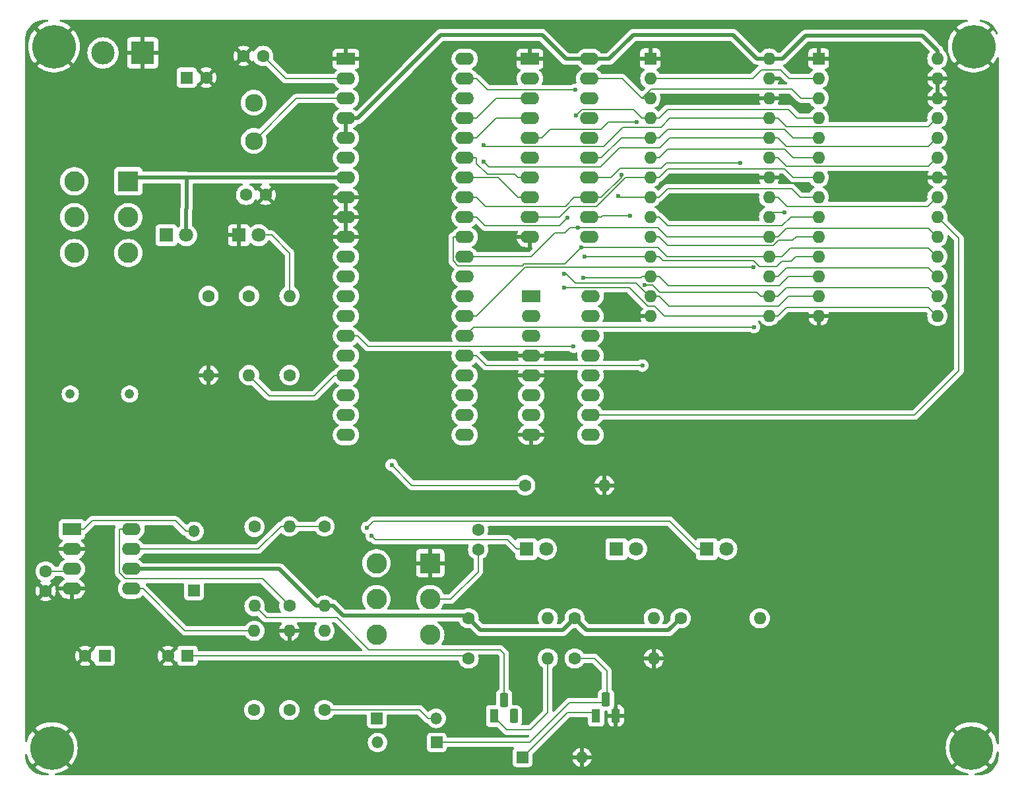
<source format=gbr>
%TF.GenerationSoftware,KiCad,Pcbnew,8.0.7*%
%TF.CreationDate,2024-12-25T23:05:30+01:00*%
%TF.ProjectId,MC68701U4_Programmer,4d433638-3730-4315-9534-5f50726f6772,0.8*%
%TF.SameCoordinates,Original*%
%TF.FileFunction,Copper,L1,Top*%
%TF.FilePolarity,Positive*%
%FSLAX46Y46*%
G04 Gerber Fmt 4.6, Leading zero omitted, Abs format (unit mm)*
G04 Created by KiCad (PCBNEW 8.0.7) date 2024-12-25 23:05:30*
%MOMM*%
%LPD*%
G01*
G04 APERTURE LIST*
G04 Aperture macros list*
%AMRoundRect*
0 Rectangle with rounded corners*
0 $1 Rounding radius*
0 $2 $3 $4 $5 $6 $7 $8 $9 X,Y pos of 4 corners*
0 Add a 4 corners polygon primitive as box body*
4,1,4,$2,$3,$4,$5,$6,$7,$8,$9,$2,$3,0*
0 Add four circle primitives for the rounded corners*
1,1,$1+$1,$2,$3*
1,1,$1+$1,$4,$5*
1,1,$1+$1,$6,$7*
1,1,$1+$1,$8,$9*
0 Add four rect primitives between the rounded corners*
20,1,$1+$1,$2,$3,$4,$5,0*
20,1,$1+$1,$4,$5,$6,$7,0*
20,1,$1+$1,$6,$7,$8,$9,0*
20,1,$1+$1,$8,$9,$2,$3,0*%
G04 Aperture macros list end*
%TA.AperFunction,ComponentPad*%
%ADD10R,3.000000X3.000000*%
%TD*%
%TA.AperFunction,ComponentPad*%
%ADD11C,3.000000*%
%TD*%
%TA.AperFunction,ComponentPad*%
%ADD12R,1.600000X1.600000*%
%TD*%
%TA.AperFunction,ComponentPad*%
%ADD13O,1.600000X1.600000*%
%TD*%
%TA.AperFunction,ComponentPad*%
%ADD14C,1.600000*%
%TD*%
%TA.AperFunction,ComponentPad*%
%ADD15C,5.600000*%
%TD*%
%TA.AperFunction,ComponentPad*%
%ADD16R,1.100000X1.800000*%
%TD*%
%TA.AperFunction,ComponentPad*%
%ADD17RoundRect,0.275000X-0.275000X-0.625000X0.275000X-0.625000X0.275000X0.625000X-0.275000X0.625000X0*%
%TD*%
%TA.AperFunction,ComponentPad*%
%ADD18R,2.625000X2.625000*%
%TD*%
%TA.AperFunction,ComponentPad*%
%ADD19C,2.625000*%
%TD*%
%TA.AperFunction,ComponentPad*%
%ADD20R,1.800000X1.800000*%
%TD*%
%TA.AperFunction,ComponentPad*%
%ADD21C,1.800000*%
%TD*%
%TA.AperFunction,ComponentPad*%
%ADD22R,1.500000X1.500000*%
%TD*%
%TA.AperFunction,ComponentPad*%
%ADD23O,1.500000X1.500000*%
%TD*%
%TA.AperFunction,ComponentPad*%
%ADD24C,1.219200*%
%TD*%
%TA.AperFunction,ComponentPad*%
%ADD25R,2.400000X1.600000*%
%TD*%
%TA.AperFunction,ComponentPad*%
%ADD26O,2.400000X1.600000*%
%TD*%
%TA.AperFunction,ComponentPad*%
%ADD27C,2.300000*%
%TD*%
%TA.AperFunction,ViaPad*%
%ADD28C,1.000000*%
%TD*%
%TA.AperFunction,ViaPad*%
%ADD29C,0.600000*%
%TD*%
%TA.AperFunction,Conductor*%
%ADD30C,0.500000*%
%TD*%
%TA.AperFunction,Conductor*%
%ADD31C,0.200000*%
%TD*%
G04 APERTURE END LIST*
D10*
%TO.P,J1,1,Pin_1*%
%TO.N,GND*%
X95240000Y-50500000D03*
D11*
%TO.P,J1,2,Pin_2*%
%TO.N,Net-(J1-Pin_2)*%
X90160000Y-50500000D03*
%TD*%
D12*
%TO.P,U4,1,A15*%
%TO.N,GND*%
X160400000Y-51240000D03*
D13*
%TO.P,U4,2,A12*%
%TO.N,Net-(U3-A12)*%
X160400000Y-53780000D03*
%TO.P,U4,3,A7*%
%TO.N,Net-(U2-O7)*%
X160400000Y-56320000D03*
%TO.P,U4,4,A6*%
%TO.N,Net-(U2-O6)*%
X160400000Y-58860000D03*
%TO.P,U4,5,A5*%
%TO.N,Net-(U2-O5)*%
X160400000Y-61400000D03*
%TO.P,U4,6,A4*%
%TO.N,Net-(U2-O4)*%
X160400000Y-63940000D03*
%TO.P,U4,7,A3*%
%TO.N,Net-(U2-O3)*%
X160400000Y-66480000D03*
%TO.P,U4,8,A2*%
%TO.N,Net-(U2-O2)*%
X160400000Y-69020000D03*
%TO.P,U4,9,A1*%
%TO.N,Net-(U2-O1)*%
X160400000Y-71560000D03*
%TO.P,U4,10,A0*%
%TO.N,Net-(U2-O0)*%
X160400000Y-74100000D03*
%TO.P,U4,11,D0*%
%TO.N,Net-(U2-D0)*%
X160400000Y-76640000D03*
%TO.P,U4,12,D1*%
%TO.N,Net-(U2-D1)*%
X160400000Y-79180000D03*
%TO.P,U4,13,D2*%
%TO.N,Net-(U2-D2)*%
X160400000Y-81720000D03*
%TO.P,U4,14,GND*%
%TO.N,GND*%
X160400000Y-84260000D03*
%TO.P,U4,15,D3*%
%TO.N,Net-(U2-D3)*%
X175640000Y-84260000D03*
%TO.P,U4,16,D4*%
%TO.N,Net-(U2-D4)*%
X175640000Y-81720000D03*
%TO.P,U4,17,D5*%
%TO.N,Net-(U2-D5)*%
X175640000Y-79180000D03*
%TO.P,U4,18,D6*%
%TO.N,Net-(U2-D6)*%
X175640000Y-76640000D03*
%TO.P,U4,19,D7*%
%TO.N,Net-(U2-D7)*%
X175640000Y-74100000D03*
%TO.P,U4,20,~{CE}*%
%TO.N,Net-(U1-O3)*%
X175640000Y-71560000D03*
%TO.P,U4,21,A10*%
%TO.N,Net-(U3-A10)*%
X175640000Y-69020000D03*
%TO.P,U4,22,~{OE}*%
%TO.N,GND*%
X175640000Y-66480000D03*
%TO.P,U4,23,A11*%
%TO.N,Net-(U3-A11)*%
X175640000Y-63940000D03*
%TO.P,U4,24,A9*%
%TO.N,Net-(U3-A9)*%
X175640000Y-61400000D03*
%TO.P,U4,25,A8*%
%TO.N,Net-(U3-A8)*%
X175640000Y-58860000D03*
%TO.P,U4,26,A13*%
%TO.N,GND*%
X175640000Y-56320000D03*
%TO.P,U4,27,A14*%
X175640000Y-53780000D03*
%TO.P,U4,28,VCC*%
%TO.N,+5V*%
X175640000Y-51240000D03*
%TD*%
D14*
%TO.P,R15,1*%
%TO.N,Net-(Q2-E)*%
X114100000Y-91860000D03*
D13*
%TO.P,R15,2*%
%TO.N,Net-(D9-A)*%
X114100000Y-81700000D03*
%TD*%
D12*
%TO.P,C3,1*%
%TO.N,+26V*%
X101000000Y-127885000D03*
D14*
%TO.P,C3,2*%
%TO.N,GND*%
X98500000Y-127885000D03*
%TD*%
D12*
%TO.P,U3,1,A15*%
%TO.N,GND*%
X182000000Y-51240000D03*
D13*
%TO.P,U3,2,A12*%
%TO.N,Net-(U3-A12)*%
X182000000Y-53780000D03*
%TO.P,U3,3,A7*%
%TO.N,Net-(U2-O7)*%
X182000000Y-56320000D03*
%TO.P,U3,4,A6*%
%TO.N,Net-(U2-O6)*%
X182000000Y-58860000D03*
%TO.P,U3,5,A5*%
%TO.N,Net-(U2-O5)*%
X182000000Y-61400000D03*
%TO.P,U3,6,A4*%
%TO.N,Net-(U2-O4)*%
X182000000Y-63940000D03*
%TO.P,U3,7,A3*%
%TO.N,Net-(U2-O3)*%
X182000000Y-66480000D03*
%TO.P,U3,8,A2*%
%TO.N,Net-(U2-O2)*%
X182000000Y-69020000D03*
%TO.P,U3,9,A1*%
%TO.N,Net-(U2-O1)*%
X182000000Y-71560000D03*
%TO.P,U3,10,A0*%
%TO.N,Net-(U2-O0)*%
X182000000Y-74100000D03*
%TO.P,U3,11,D0*%
%TO.N,Net-(U2-D0)*%
X182000000Y-76640000D03*
%TO.P,U3,12,D1*%
%TO.N,Net-(U2-D1)*%
X182000000Y-79180000D03*
%TO.P,U3,13,D2*%
%TO.N,Net-(U2-D2)*%
X182000000Y-81720000D03*
%TO.P,U3,14,GND*%
%TO.N,GND*%
X182000000Y-84260000D03*
%TO.P,U3,15,D3*%
%TO.N,Net-(U2-D3)*%
X197240000Y-84260000D03*
%TO.P,U3,16,D4*%
%TO.N,Net-(U2-D4)*%
X197240000Y-81720000D03*
%TO.P,U3,17,D5*%
%TO.N,Net-(U2-D5)*%
X197240000Y-79180000D03*
%TO.P,U3,18,D6*%
%TO.N,Net-(U2-D6)*%
X197240000Y-76640000D03*
%TO.P,U3,19,D7*%
%TO.N,Net-(U2-D7)*%
X197240000Y-74100000D03*
%TO.P,U3,20,~{CE}*%
%TO.N,Net-(U1-O5)*%
X197240000Y-71560000D03*
%TO.P,U3,21,A10*%
%TO.N,Net-(U3-A10)*%
X197240000Y-69020000D03*
%TO.P,U3,22,~{OE}*%
%TO.N,GND*%
X197240000Y-66480000D03*
%TO.P,U3,23,A11*%
%TO.N,Net-(U3-A11)*%
X197240000Y-63940000D03*
%TO.P,U3,24,A9*%
%TO.N,Net-(U3-A9)*%
X197240000Y-61400000D03*
%TO.P,U3,25,A8*%
%TO.N,Net-(U3-A8)*%
X197240000Y-58860000D03*
%TO.P,U3,26,A13*%
%TO.N,GND*%
X197240000Y-56320000D03*
%TO.P,U3,27,A14*%
X197240000Y-53780000D03*
%TO.P,U3,28,VCC*%
%TO.N,+5V*%
X197240000Y-51240000D03*
%TD*%
D14*
%TO.P,R14,1*%
%TO.N,Net-(D8-A)*%
X118575000Y-134825000D03*
D13*
%TO.P,R14,2*%
%TO.N,+5V*%
X118575000Y-124665000D03*
%TD*%
D14*
%TO.P,C7,1*%
%TO.N,Net-(Q2-E)*%
X138300000Y-114235000D03*
%TO.P,C7,2*%
%TO.N,GND*%
X138300000Y-111735000D03*
%TD*%
%TO.P,R1,1*%
%TO.N,Net-(U6-Vfb)*%
X114075000Y-134825000D03*
D13*
%TO.P,R1,2*%
%TO.N,GND*%
X114075000Y-124665000D03*
%TD*%
D15*
%TO.P,REF\u002A\u002A,1*%
%TO.N,GND*%
X201875000Y-49700000D03*
%TD*%
D16*
%TO.P,Q1,1,C*%
%TO.N,Net-(D7-K)*%
X153430000Y-135570000D03*
D17*
%TO.P,Q1,2,B*%
%TO.N,Net-(D6-K)*%
X154700000Y-133500000D03*
%TO.P,Q1,3,E*%
%TO.N,GND*%
X155970000Y-135570000D03*
%TD*%
D18*
%TO.P,SW1,1,A*%
%TO.N,+5V*%
X93395000Y-66985000D03*
D19*
%TO.P,SW1,2,B*%
%TO.N,Net-(J1-Pin_2)*%
X93395000Y-71585000D03*
%TO.P,SW1,3,C*%
%TO.N,unconnected-(SW1A-C-Pad3)*%
X93395000Y-76185000D03*
%TO.P,SW1,4,A*%
%TO.N,unconnected-(SW1B-A-Pad4)*%
X86485000Y-66985000D03*
%TO.P,SW1,5,B*%
%TO.N,unconnected-(SW1B-B-Pad5)*%
X86485000Y-71585000D03*
%TO.P,SW1,6,C*%
%TO.N,unconnected-(SW1B-C-Pad6)*%
X86485000Y-76185000D03*
%TD*%
D14*
%TO.P,R13,1*%
%TO.N,Net-(Q2-E)*%
X144340000Y-106000000D03*
D13*
%TO.P,R13,2*%
%TO.N,GND*%
X154500000Y-106000000D03*
%TD*%
D20*
%TO.P,D2,1,K*%
%TO.N,Net-(D2-K)*%
X98300000Y-73900000D03*
D21*
%TO.P,D2,2,A*%
%TO.N,+5V*%
X100840000Y-73900000D03*
%TD*%
D22*
%TO.P,D1,1,K*%
%TO.N,+26V*%
X101845000Y-119515000D03*
D23*
%TO.P,D1,2,A*%
%TO.N,Net-(D1-A)*%
X101845000Y-111895000D03*
%TD*%
D24*
%TO.P,L1,1,1*%
%TO.N,Net-(U6-Ipk)*%
X93575000Y-94295000D03*
%TO.P,L1,2,2*%
%TO.N,Net-(D1-A)*%
X85955000Y-94295000D03*
%TD*%
D12*
%TO.P,C6,1*%
%TO.N,+5V*%
X100900000Y-53680000D03*
D14*
%TO.P,C6,2*%
%TO.N,GND*%
X103400000Y-53680000D03*
%TD*%
D20*
%TO.P,D9,1,K*%
%TO.N,GND*%
X107600000Y-73900000D03*
D21*
%TO.P,D9,2,A*%
%TO.N,Net-(D9-A)*%
X110140000Y-73900000D03*
%TD*%
D15*
%TO.P,REF\u002A\u002A,1*%
%TO.N,GND*%
X83875000Y-49700000D03*
%TD*%
D20*
%TO.P,D3,1,K*%
%TO.N,Net-(D3-K)*%
X144470000Y-114170000D03*
D21*
%TO.P,D3,2,A*%
%TO.N,Net-(D3-A)*%
X147010000Y-114170000D03*
%TD*%
D20*
%TO.P,D5,1,K*%
%TO.N,Net-(D5-K)*%
X156050000Y-114170000D03*
D21*
%TO.P,D5,2,A*%
%TO.N,Net-(D5-A)*%
X158590000Y-114170000D03*
%TD*%
D25*
%TO.P,U2,1,OE*%
%TO.N,GND*%
X144945000Y-51290000D03*
D26*
%TO.P,U2,2,O0*%
%TO.N,Net-(U2-O0)*%
X144945000Y-53830000D03*
%TO.P,U2,3,D0*%
%TO.N,Net-(U2-D0)*%
X144945000Y-56370000D03*
%TO.P,U2,4,D1*%
%TO.N,Net-(U2-D1)*%
X144945000Y-58910000D03*
%TO.P,U2,5,O1*%
%TO.N,Net-(U2-O1)*%
X144945000Y-61450000D03*
%TO.P,U2,6,O2*%
%TO.N,Net-(U2-O2)*%
X144945000Y-63990000D03*
%TO.P,U2,7,D2*%
%TO.N,Net-(U2-D2)*%
X144945000Y-66530000D03*
%TO.P,U2,8,D3*%
%TO.N,Net-(U2-D3)*%
X144945000Y-69070000D03*
%TO.P,U2,9,O3*%
%TO.N,Net-(U2-O3)*%
X144945000Y-71610000D03*
%TO.P,U2,10,GND*%
%TO.N,GND*%
X144945000Y-74150000D03*
%TO.P,U2,11,LE*%
%TO.N,Net-(U2-LE)*%
X152565000Y-74150000D03*
%TO.P,U2,12,O4*%
%TO.N,Net-(U2-O4)*%
X152565000Y-71610000D03*
%TO.P,U2,13,D4*%
%TO.N,Net-(U2-D4)*%
X152565000Y-69070000D03*
%TO.P,U2,14,D5*%
%TO.N,Net-(U2-D5)*%
X152565000Y-66530000D03*
%TO.P,U2,15,O5*%
%TO.N,Net-(U2-O5)*%
X152565000Y-63990000D03*
%TO.P,U2,16,O6*%
%TO.N,Net-(U2-O6)*%
X152565000Y-61450000D03*
%TO.P,U2,17,D6*%
%TO.N,Net-(U2-D6)*%
X152565000Y-58910000D03*
%TO.P,U2,18,D7*%
%TO.N,Net-(U2-D7)*%
X152565000Y-56370000D03*
%TO.P,U2,19,O7*%
%TO.N,Net-(U2-O7)*%
X152565000Y-53830000D03*
%TO.P,U2,20,VCC*%
%TO.N,+5V*%
X152565000Y-51290000D03*
%TD*%
D14*
%TO.P,C4,1*%
%TO.N,GND*%
X108200000Y-50900000D03*
%TO.P,C4,2*%
%TO.N,Net-(U5-XTAL1)*%
X110700000Y-50900000D03*
%TD*%
%TO.P,R10,1*%
%TO.N,Net-(D6-K)*%
X150680000Y-128220000D03*
D13*
%TO.P,R10,2*%
%TO.N,GND*%
X160840000Y-128220000D03*
%TD*%
D14*
%TO.P,R9,1*%
%TO.N,+5V*%
X108900000Y-81700000D03*
D13*
%TO.P,R9,2*%
%TO.N,Net-(D6-A)*%
X108900000Y-91860000D03*
%TD*%
D25*
%TO.P,U6,1,SwC*%
%TO.N,Net-(D1-A)*%
X86165000Y-111655000D03*
D26*
%TO.P,U6,2,SwE*%
%TO.N,GND*%
X86165000Y-114195000D03*
%TO.P,U6,3,TC*%
%TO.N,Net-(U6-TC)*%
X86165000Y-116735000D03*
%TO.P,U6,4,GND*%
%TO.N,GND*%
X86165000Y-119275000D03*
%TO.P,U6,5,Vfb*%
%TO.N,Net-(U6-Vfb)*%
X93785000Y-119275000D03*
%TO.P,U6,6,Vin*%
%TO.N,+5V*%
X93785000Y-116735000D03*
%TO.P,U6,7,Ipk*%
%TO.N,Net-(U6-Ipk)*%
X93785000Y-114195000D03*
%TO.P,U6,8,DC*%
%TO.N,Net-(U6-DC)*%
X93785000Y-111655000D03*
%TD*%
D14*
%TO.P,R4,1*%
%TO.N,Net-(U6-DC)*%
X114075000Y-121435000D03*
D13*
%TO.P,R4,2*%
%TO.N,Net-(U6-Ipk)*%
X114075000Y-111275000D03*
%TD*%
D12*
%TO.P,C1,1*%
%TO.N,+5V*%
X90365000Y-127885000D03*
D14*
%TO.P,C1,2*%
%TO.N,GND*%
X87865000Y-127885000D03*
%TD*%
%TO.P,R6,1*%
%TO.N,+5V*%
X137070000Y-123060000D03*
D13*
%TO.P,R6,2*%
%TO.N,Net-(D3-A)*%
X147230000Y-123060000D03*
%TD*%
D14*
%TO.P,R3,1*%
%TO.N,Net-(U6-Ipk)*%
X118575000Y-111275000D03*
D13*
%TO.P,R3,2*%
%TO.N,+5V*%
X118575000Y-121435000D03*
%TD*%
D14*
%TO.P,R7,1*%
%TO.N,+5V*%
X164290000Y-123060000D03*
D13*
%TO.P,R7,2*%
%TO.N,Net-(D4-A)*%
X174450000Y-123060000D03*
%TD*%
D22*
%TO.P,D7,1,K*%
%TO.N,Net-(D7-K)*%
X144000000Y-140900000D03*
D23*
%TO.P,D7,2,A*%
%TO.N,GND*%
X151620000Y-140900000D03*
%TD*%
D20*
%TO.P,D4,1,K*%
%TO.N,Net-(D4-K)*%
X167630000Y-114170000D03*
D21*
%TO.P,D4,2,A*%
%TO.N,Net-(D4-A)*%
X170170000Y-114170000D03*
%TD*%
D14*
%TO.P,R5,1*%
%TO.N,Net-(D2-K)*%
X103700000Y-81700000D03*
D13*
%TO.P,R5,2*%
%TO.N,GND*%
X103700000Y-91860000D03*
%TD*%
D27*
%TO.P,Y1,1,1*%
%TO.N,Net-(U5-EXTAL2)*%
X109500000Y-61800000D03*
%TO.P,Y1,2,2*%
%TO.N,Net-(U5-XTAL1)*%
X109500000Y-56900000D03*
%TD*%
D16*
%TO.P,Q2,1,C*%
%TO.N,Net-(Q2-C)*%
X140360000Y-135600000D03*
D17*
%TO.P,Q2,2,B*%
%TO.N,Net-(D7-K)*%
X141630000Y-133530000D03*
%TO.P,Q2,3,E*%
%TO.N,Net-(Q2-E)*%
X142900000Y-135600000D03*
%TD*%
D14*
%TO.P,R12,1*%
%TO.N,+26V*%
X109600000Y-111320000D03*
D13*
%TO.P,R12,2*%
%TO.N,Net-(D7-K)*%
X109600000Y-121480000D03*
%TD*%
D14*
%TO.P,R2,1*%
%TO.N,+26V*%
X109575000Y-134825000D03*
D13*
%TO.P,R2,2*%
%TO.N,Net-(U6-Vfb)*%
X109575000Y-124665000D03*
%TD*%
D14*
%TO.P,R8,1*%
%TO.N,+5V*%
X150680000Y-123060000D03*
D13*
%TO.P,R8,2*%
%TO.N,Net-(D5-A)*%
X160840000Y-123060000D03*
%TD*%
D25*
%TO.P,U1,1,A0*%
%TO.N,Net-(U1-A0)*%
X145100000Y-81740000D03*
D26*
%TO.P,U1,2,A1*%
%TO.N,Net-(U1-A1)*%
X145100000Y-84280000D03*
%TO.P,U1,3,A2*%
%TO.N,Net-(U1-A2)*%
X145100000Y-86820000D03*
%TO.P,U1,4,E1*%
%TO.N,GND*%
X145100000Y-89360000D03*
%TO.P,U1,5,E2*%
X145100000Y-91900000D03*
%TO.P,U1,6,E3*%
%TO.N,Net-(U1-E3)*%
X145100000Y-94440000D03*
%TO.P,U1,7,O7*%
%TO.N,unconnected-(U1-O7-Pad7)*%
X145100000Y-96980000D03*
%TO.P,U1,8,GND*%
%TO.N,GND*%
X145100000Y-99520000D03*
%TO.P,U1,9,O6*%
%TO.N,unconnected-(U1-O6-Pad9)*%
X152720000Y-99520000D03*
%TO.P,U1,10,O5*%
%TO.N,Net-(U1-O5)*%
X152720000Y-96980000D03*
%TO.P,U1,11,O4*%
%TO.N,unconnected-(U1-O4-Pad11)*%
X152720000Y-94440000D03*
%TO.P,U1,12,O3*%
%TO.N,Net-(U1-O3)*%
X152720000Y-91900000D03*
%TO.P,U1,13,O2*%
%TO.N,unconnected-(U1-O2-Pad13)*%
X152720000Y-89360000D03*
%TO.P,U1,14,O1*%
%TO.N,unconnected-(U1-O1-Pad14)*%
X152720000Y-86820000D03*
%TO.P,U1,15,O0*%
%TO.N,unconnected-(U1-O0-Pad15)*%
X152720000Y-84280000D03*
%TO.P,U1,16,VCC*%
%TO.N,+5V*%
X152720000Y-81740000D03*
%TD*%
D14*
%TO.P,R11,1*%
%TO.N,+26V*%
X137070000Y-128220000D03*
D13*
%TO.P,R11,2*%
%TO.N,Net-(Q2-C)*%
X147230000Y-128220000D03*
%TD*%
D14*
%TO.P,C2,1*%
%TO.N,Net-(U6-TC)*%
X82800000Y-117050000D03*
%TO.P,C2,2*%
%TO.N,GND*%
X82800000Y-119550000D03*
%TD*%
%TO.P,C5,1*%
%TO.N,Net-(U5-EXTAL2)*%
X108520000Y-68720000D03*
%TO.P,C5,2*%
%TO.N,GND*%
X111020000Y-68720000D03*
%TD*%
D25*
%TO.P,U5,1,VSS*%
%TO.N,GND*%
X121340000Y-51290000D03*
D26*
%TO.P,U5,2,XTAL1*%
%TO.N,Net-(U5-XTAL1)*%
X121340000Y-53830000D03*
%TO.P,U5,3,EXTAL2*%
%TO.N,Net-(U5-EXTAL2)*%
X121340000Y-56370000D03*
%TO.P,U5,4,~{NMI}*%
%TO.N,+5V*%
X121340000Y-58910000D03*
%TO.P,U5,5,~{IRQ}*%
X121340000Y-61450000D03*
%TO.P,U5,6,~{RST}/Vpp*%
%TO.N,Net-(Q2-E)*%
X121340000Y-63990000D03*
%TO.P,U5,7,VCC*%
%TO.N,+5V*%
X121340000Y-66530000D03*
%TO.P,U5,8,P20*%
%TO.N,GND*%
X121340000Y-69070000D03*
%TO.P,U5,9,P21*%
X121340000Y-71610000D03*
%TO.P,U5,10,P22*%
X121340000Y-74150000D03*
%TO.P,U5,11*%
%TO.N,unconnected-(U5-Pad11)*%
X121340000Y-76690000D03*
%TO.P,U5,12*%
%TO.N,unconnected-(U5-Pad12)*%
X121340000Y-79230000D03*
%TO.P,U5,13,P10*%
%TO.N,Net-(D3-K)*%
X121340000Y-81770000D03*
%TO.P,U5,14,P11*%
%TO.N,Net-(D4-K)*%
X121340000Y-84310000D03*
%TO.P,U5,15,P12*%
%TO.N,Net-(D5-K)*%
X121340000Y-86850000D03*
%TO.P,U5,16*%
%TO.N,unconnected-(U5-Pad16)*%
X121340000Y-89390000D03*
%TO.P,U5,17,P14*%
%TO.N,Net-(D6-A)*%
X121340000Y-91930000D03*
%TO.P,U5,18*%
%TO.N,unconnected-(U5-Pad18)*%
X121340000Y-94470000D03*
%TO.P,U5,19*%
%TO.N,unconnected-(U5-Pad19)*%
X121340000Y-97010000D03*
%TO.P,U5,20*%
%TO.N,unconnected-(U5-Pad20)*%
X121340000Y-99550000D03*
%TO.P,U5,21,VCC_STBY*%
%TO.N,+5V*%
X136580000Y-99550000D03*
%TO.P,U5,22,P47*%
%TO.N,Net-(U1-A2)*%
X136580000Y-97010000D03*
%TO.P,U5,23,P46*%
%TO.N,Net-(U1-A1)*%
X136580000Y-94470000D03*
%TO.P,U5,24,P45*%
%TO.N,Net-(U1-A0)*%
X136580000Y-91930000D03*
%TO.P,U5,25,P44*%
%TO.N,Net-(U3-A12)*%
X136580000Y-89390000D03*
%TO.P,U5,26,P43*%
%TO.N,Net-(U3-A11)*%
X136580000Y-86850000D03*
%TO.P,U5,27,P42*%
%TO.N,Net-(U3-A10)*%
X136580000Y-84310000D03*
%TO.P,U5,28,P41*%
%TO.N,Net-(U3-A9)*%
X136580000Y-81770000D03*
%TO.P,U5,29,P40*%
%TO.N,Net-(U3-A8)*%
X136580000Y-79230000D03*
%TO.P,U5,30,P37*%
%TO.N,Net-(U2-D7)*%
X136580000Y-76690000D03*
%TO.P,U5,31,P36*%
%TO.N,Net-(U2-D6)*%
X136580000Y-74150000D03*
%TO.P,U5,32,P35*%
%TO.N,Net-(U2-D5)*%
X136580000Y-71610000D03*
%TO.P,U5,33,P34*%
%TO.N,Net-(U2-D4)*%
X136580000Y-69070000D03*
%TO.P,U5,34,P33*%
%TO.N,Net-(U2-D3)*%
X136580000Y-66530000D03*
%TO.P,U5,35,P32*%
%TO.N,Net-(U2-D2)*%
X136580000Y-63990000D03*
%TO.P,U5,36,P31*%
%TO.N,Net-(U2-D1)*%
X136580000Y-61450000D03*
%TO.P,U5,37,P30*%
%TO.N,Net-(U2-D0)*%
X136580000Y-58910000D03*
%TO.P,U5,38*%
%TO.N,unconnected-(U5-Pad38)*%
X136580000Y-56370000D03*
%TO.P,U5,39,AS*%
%TO.N,Net-(U2-LE)*%
X136580000Y-53830000D03*
%TO.P,U5,40,E*%
%TO.N,Net-(U1-E3)*%
X136580000Y-51290000D03*
%TD*%
D15*
%TO.P,,1*%
%TO.N,GND*%
X83600000Y-139700000D03*
%TD*%
D22*
%TO.P,D8,1,K*%
%TO.N,Net-(D8-K)*%
X125280000Y-135900000D03*
D23*
%TO.P,D8,2,A*%
%TO.N,Net-(D8-A)*%
X132900000Y-135900000D03*
%TD*%
D15*
%TO.P,,1*%
%TO.N,GND*%
X201600000Y-139700000D03*
%TD*%
D18*
%TO.P,SW2,1,A*%
%TO.N,GND*%
X132155000Y-116000000D03*
D19*
%TO.P,SW2,2,B*%
%TO.N,Net-(Q2-E)*%
X132155000Y-120600000D03*
%TO.P,SW2,3,C*%
%TO.N,unconnected-(SW2A-C-Pad3)*%
X132155000Y-125200000D03*
%TO.P,SW2,4,A*%
%TO.N,unconnected-(SW2B-A-Pad4)*%
X125245000Y-116000000D03*
%TO.P,SW2,5,B*%
%TO.N,Net-(D8-K)*%
X125245000Y-120600000D03*
%TO.P,SW2,6,C*%
%TO.N,Net-(Q2-E)*%
X125245000Y-125200000D03*
%TD*%
D22*
%TO.P,D6,1,K*%
%TO.N,Net-(D6-K)*%
X133000000Y-139000000D03*
D23*
%TO.P,D6,2,A*%
%TO.N,Net-(D6-A)*%
X125380000Y-139000000D03*
%TD*%
D28*
%TO.N,GND*%
X157400000Y-84200000D03*
X157400000Y-88200000D03*
X167700000Y-70300000D03*
D29*
%TO.N,Net-(Q2-E)*%
X127200000Y-103400000D03*
%TO.N,Net-(D3-K)*%
X124628100Y-112472200D03*
%TO.N,Net-(D4-K)*%
X124048800Y-111447400D03*
%TO.N,Net-(D5-K)*%
X150554600Y-88205000D03*
%TO.N,Net-(U1-O3)*%
X177600000Y-71000000D03*
%TO.N,Net-(U2-O4)*%
X157779600Y-71416100D03*
%TO.N,Net-(U2-D3)*%
X149350000Y-80638300D03*
%TO.N,Net-(U2-O1)*%
X158614400Y-59424200D03*
%TO.N,Net-(U2-D4)*%
X156680900Y-66181700D03*
X159681200Y-80308400D03*
%TO.N,Net-(U2-D1)*%
X151779700Y-79329000D03*
%TO.N,Net-(U2-O6)*%
X150846100Y-58554200D03*
%TO.N,Net-(U2-D2)*%
X149298100Y-78859000D03*
%TO.N,Net-(U2-D5)*%
X149784800Y-71700600D03*
X171969000Y-64654300D03*
%TO.N,Net-(U2-O2)*%
X156256000Y-68858400D03*
%TO.N,Net-(U2-D7)*%
X151145000Y-72950700D03*
%TO.N,Net-(U2-D6)*%
X151567100Y-75486700D03*
%TO.N,Net-(U2-LE)*%
X150803900Y-55236800D03*
%TO.N,Net-(U2-D0)*%
X151952900Y-76640000D03*
%TO.N,Net-(U3-A11)*%
X173700000Y-85680100D03*
%TO.N,Net-(U3-A9)*%
X138999800Y-64506200D03*
%TO.N,Net-(U3-A10)*%
X173613100Y-78051200D03*
%TO.N,Net-(U3-A8)*%
X138976300Y-62364300D03*
%TO.N,Net-(U3-A12)*%
X159368300Y-90630000D03*
%TD*%
D30*
%TO.N,+5V*%
X100900000Y-70460000D02*
X100900000Y-66530000D01*
X122841700Y-58910000D02*
X129191700Y-52560000D01*
X129191700Y-52508300D02*
X133500000Y-48200000D01*
X100900000Y-66530000D02*
X121340000Y-66530000D01*
X129191700Y-52560000D02*
X129191700Y-52508300D01*
X100840000Y-73900000D02*
X100840000Y-70520000D01*
X177360000Y-51240000D02*
X180300000Y-48300000D01*
X146500000Y-48200000D02*
X149590000Y-51290000D01*
X119676700Y-121435000D02*
X118575000Y-121435000D01*
X150680000Y-123060000D02*
X152220000Y-124600000D01*
X149590000Y-51290000D02*
X152565000Y-51290000D01*
X195305000Y-48300000D02*
X197240000Y-50235000D01*
X93880000Y-66500000D02*
X93395000Y-66985000D01*
X121340000Y-58910000D02*
X122841700Y-58910000D01*
X138610000Y-124600000D02*
X149140000Y-124600000D01*
X100900000Y-66530000D02*
X100870000Y-66500000D01*
X100870000Y-66500000D02*
X93880000Y-66500000D01*
X197240000Y-50235000D02*
X197240000Y-51240000D01*
X120941700Y-122700000D02*
X119676700Y-121435000D01*
X136710000Y-122700000D02*
X120941700Y-122700000D01*
X175640000Y-51240000D02*
X177360000Y-51240000D01*
X100840000Y-70520000D02*
X100900000Y-70460000D01*
X133500000Y-48200000D02*
X146500000Y-48200000D01*
X112773300Y-116735000D02*
X117473300Y-121435000D01*
X152565000Y-51290000D02*
X155110000Y-51290000D01*
X118575000Y-121435000D02*
X117473300Y-121435000D01*
X137070000Y-123060000D02*
X138610000Y-124600000D01*
X93785000Y-116735000D02*
X112773300Y-116735000D01*
X155110000Y-51290000D02*
X158200000Y-48200000D01*
X158200000Y-48200000D02*
X171000000Y-48200000D01*
X121340000Y-58910000D02*
X121340000Y-61450000D01*
X137070000Y-123060000D02*
X136710000Y-122700000D01*
X149140000Y-124600000D02*
X150680000Y-123060000D01*
X152220000Y-124600000D02*
X162750000Y-124600000D01*
X180300000Y-48300000D02*
X195305000Y-48300000D01*
X174040000Y-51240000D02*
X175640000Y-51240000D01*
X171000000Y-48200000D02*
X174040000Y-51240000D01*
X162750000Y-124600000D02*
X164290000Y-123060000D01*
D31*
%TO.N,Net-(U6-TC)*%
X82800000Y-117050000D02*
X85850000Y-117050000D01*
X85850000Y-117050000D02*
X86165000Y-116735000D01*
%TO.N,+26V*%
X136735000Y-127885000D02*
X137070000Y-128220000D01*
X101000000Y-127885000D02*
X136735000Y-127885000D01*
%TO.N,Net-(U5-XTAL1)*%
X121340000Y-53830000D02*
X113630000Y-53830000D01*
X113630000Y-53830000D02*
X110700000Y-50900000D01*
%TO.N,Net-(U5-EXTAL2)*%
X121340000Y-56370000D02*
X114930000Y-56370000D01*
X114930000Y-56370000D02*
X109500000Y-61800000D01*
%TO.N,Net-(Q2-E)*%
X138300000Y-117100000D02*
X134800000Y-120600000D01*
X129800000Y-106000000D02*
X144340000Y-106000000D01*
X134800000Y-120600000D02*
X132155000Y-120600000D01*
X127200000Y-103400000D02*
X129800000Y-106000000D01*
X138300000Y-114235000D02*
X138300000Y-117100000D01*
%TO.N,Net-(D1-A)*%
X100793300Y-111895000D02*
X99451600Y-110553300D01*
X101845000Y-111895000D02*
X100793300Y-111895000D01*
X86165000Y-111655000D02*
X87666700Y-111655000D01*
X99451600Y-110553300D02*
X88768400Y-110553300D01*
X88768400Y-110553300D02*
X87666700Y-111655000D01*
%TO.N,Net-(D3-K)*%
X124628100Y-112472200D02*
X125140900Y-112985000D01*
X142083300Y-112985000D02*
X143268300Y-114170000D01*
X125140900Y-112985000D02*
X142083300Y-112985000D01*
X144470000Y-114170000D02*
X143268300Y-114170000D01*
%TO.N,Net-(D4-K)*%
X167630000Y-114170000D02*
X166428300Y-114170000D01*
X124879700Y-110616500D02*
X124048800Y-111447400D01*
X166428300Y-114170000D02*
X162874800Y-110616500D01*
X162874800Y-110616500D02*
X124879700Y-110616500D01*
%TO.N,Net-(D5-K)*%
X121340000Y-86850000D02*
X122841700Y-86850000D01*
X150554600Y-88205000D02*
X124196700Y-88205000D01*
X124196700Y-88205000D02*
X122841700Y-86850000D01*
%TO.N,Net-(D6-A)*%
X108900000Y-91900000D02*
X111500000Y-94500000D01*
X119838300Y-91930000D02*
X121340000Y-91930000D01*
X117268300Y-94500000D02*
X119838300Y-91930000D01*
X108900000Y-91860000D02*
X108900000Y-91900000D01*
X111500000Y-94500000D02*
X117268300Y-94500000D01*
%TO.N,Net-(D6-K)*%
X150000000Y-133900000D02*
X154700000Y-133900000D01*
X144900000Y-139000000D02*
X150000000Y-133900000D01*
X154800000Y-129800000D02*
X154800000Y-133800000D01*
X133000000Y-139000000D02*
X144900000Y-139000000D01*
X153220000Y-128220000D02*
X154800000Y-129800000D01*
X150680000Y-128220000D02*
X153220000Y-128220000D01*
X154800000Y-133800000D02*
X154700000Y-133900000D01*
%TO.N,Net-(D7-K)*%
X124300000Y-127100000D02*
X141100000Y-127100000D01*
X144000000Y-140900000D02*
X149730000Y-135170000D01*
X120200000Y-123000000D02*
X124300000Y-127100000D01*
X109600000Y-121480000D02*
X111120000Y-123000000D01*
X111120000Y-123000000D02*
X120200000Y-123000000D01*
X149730000Y-135170000D02*
X153430000Y-135170000D01*
X141100000Y-127100000D02*
X141630000Y-127630000D01*
X141630000Y-127630000D02*
X141630000Y-133930000D01*
%TO.N,Net-(D8-A)*%
X131848300Y-135900000D02*
X130773300Y-134825000D01*
X132900000Y-135900000D02*
X131848300Y-135900000D01*
X130773300Y-134825000D02*
X118575000Y-134825000D01*
%TO.N,Net-(U6-Ipk)*%
X114075000Y-111275000D02*
X112973300Y-111275000D01*
X110053300Y-114195000D02*
X93785000Y-114195000D01*
X118575000Y-111275000D02*
X114075000Y-111275000D01*
X112973300Y-111275000D02*
X110053300Y-114195000D01*
%TO.N,Net-(Q2-C)*%
X142000000Y-137400000D02*
X145000000Y-137400000D01*
X140360000Y-135760000D02*
X142000000Y-137400000D01*
X140360000Y-135200000D02*
X140360000Y-135760000D01*
X145000000Y-137400000D02*
X147230000Y-135170000D01*
X147230000Y-135170000D02*
X147230000Y-128220000D01*
%TO.N,Net-(U6-Vfb)*%
X93785000Y-119275000D02*
X95286700Y-119275000D01*
X100676700Y-124665000D02*
X109575000Y-124665000D01*
X100676700Y-124665000D02*
X95286700Y-119275000D01*
%TO.N,Net-(U6-DC)*%
X93785000Y-111655000D02*
X92283300Y-111655000D01*
X93048200Y-118005000D02*
X92283300Y-117240100D01*
X110645000Y-118005000D02*
X93048200Y-118005000D01*
X92283300Y-117240100D02*
X92283300Y-111655000D01*
X114075000Y-121435000D02*
X110645000Y-118005000D01*
%TO.N,Net-(U1-O3)*%
X176200000Y-71000000D02*
X175640000Y-71560000D01*
X177600000Y-71000000D02*
X176200000Y-71000000D01*
%TO.N,Net-(U1-O5)*%
X194320000Y-96980000D02*
X200000000Y-91300000D01*
X200000000Y-91300000D02*
X200000000Y-74320000D01*
X152720000Y-96980000D02*
X194320000Y-96980000D01*
X200000000Y-74320000D02*
X197240000Y-71560000D01*
%TO.N,Net-(U2-O4)*%
X177606000Y-62830200D02*
X178715800Y-63940000D01*
X152565000Y-71610000D02*
X154066700Y-71610000D01*
X161501700Y-63940000D02*
X162611500Y-62830200D01*
X160400000Y-63940000D02*
X161501700Y-63940000D01*
X157779600Y-71416100D02*
X154260600Y-71416100D01*
X154260600Y-71416100D02*
X154066700Y-71610000D01*
X162611500Y-62830200D02*
X177606000Y-62830200D01*
X178715800Y-63940000D02*
X182000000Y-63940000D01*
%TO.N,Net-(U2-D3)*%
X196032000Y-83148700D02*
X177853000Y-83148700D01*
X157691800Y-80638300D02*
X149350000Y-80638300D01*
X175640000Y-84260000D02*
X162200000Y-84260000D01*
X177853000Y-83148700D02*
X176741700Y-84260000D01*
X160043500Y-82990000D02*
X157691800Y-80638300D01*
X176741700Y-84260000D02*
X175640000Y-84260000D01*
X144945000Y-69070000D02*
X143443300Y-69070000D01*
X160930000Y-82990000D02*
X160043500Y-82990000D01*
X197240000Y-84260000D02*
X197143300Y-84260000D01*
X162200000Y-84260000D02*
X160930000Y-82990000D01*
X197143300Y-84260000D02*
X196032000Y-83148700D01*
X140903300Y-66530000D02*
X136580000Y-66530000D01*
X143443300Y-69070000D02*
X140903300Y-66530000D01*
%TO.N,Net-(U2-O1)*%
X178419700Y-71560000D02*
X182000000Y-71560000D01*
X161501700Y-71560000D02*
X162628100Y-72686400D01*
X147548400Y-60348300D02*
X154066700Y-60348300D01*
X154066700Y-60348300D02*
X154990800Y-59424200D01*
X177293300Y-72686400D02*
X178419700Y-71560000D01*
X146446700Y-61450000D02*
X147548400Y-60348300D01*
X154990800Y-59424200D02*
X158614400Y-59424200D01*
X160400000Y-71560000D02*
X161501700Y-71560000D01*
X162628100Y-72686400D02*
X177293300Y-72686400D01*
X144945000Y-61450000D02*
X146446700Y-61450000D01*
%TO.N,Net-(U2-D4)*%
X151814200Y-69070000D02*
X152565000Y-69070000D01*
X177853000Y-80608700D02*
X176741700Y-81720000D01*
X161611100Y-81263500D02*
X174081800Y-81263500D01*
X159681200Y-80308400D02*
X160656000Y-80308400D01*
X175640000Y-81720000D02*
X174538300Y-81720000D01*
X176741700Y-81720000D02*
X175640000Y-81720000D01*
X149494900Y-70213800D02*
X139225500Y-70213800D01*
X197143300Y-81720000D02*
X196032000Y-80608700D01*
X197240000Y-81720000D02*
X197143300Y-81720000D01*
X156680900Y-66455800D02*
X156680900Y-66181700D01*
X150638700Y-69070000D02*
X151814200Y-69070000D01*
X160656000Y-80308400D02*
X161611100Y-81263500D01*
X154066700Y-69070000D02*
X156680900Y-66455800D01*
X174081800Y-81263500D02*
X174538300Y-81720000D01*
X196032000Y-80608700D02*
X177853000Y-80608700D01*
X152565000Y-69070000D02*
X154066700Y-69070000D01*
X139225500Y-70213800D02*
X138081700Y-69070000D01*
X150638700Y-69070000D02*
X149494900Y-70213800D01*
X136580000Y-69070000D02*
X138081700Y-69070000D01*
%TO.N,Net-(U2-D1)*%
X160400000Y-79180000D02*
X159298300Y-79180000D01*
X182000000Y-79180000D02*
X178156100Y-79180000D01*
X178156100Y-79180000D02*
X176936100Y-80400000D01*
X144945000Y-58910000D02*
X140621700Y-58910000D01*
X176936100Y-80400000D02*
X162721700Y-80400000D01*
X162721700Y-80400000D02*
X161501700Y-79180000D01*
X159149300Y-79329000D02*
X159298300Y-79180000D01*
X140621700Y-58910000D02*
X138081700Y-61450000D01*
X161501700Y-79180000D02*
X160400000Y-79180000D01*
X136580000Y-61450000D02*
X138081700Y-61450000D01*
X151779700Y-79329000D02*
X159149300Y-79329000D01*
%TO.N,Net-(U2-O0)*%
X178643500Y-74556500D02*
X179100000Y-74100000D01*
X176204400Y-75203200D02*
X176851100Y-74556500D01*
X160400000Y-74100000D02*
X161501700Y-74100000D01*
X179100000Y-74100000D02*
X182000000Y-74100000D01*
X176851100Y-74556500D02*
X178643500Y-74556500D01*
X161501700Y-74100000D02*
X162604900Y-75203200D01*
X162604900Y-75203200D02*
X176204400Y-75203200D01*
%TO.N,Net-(U2-O6)*%
X178148700Y-57748700D02*
X162613000Y-57748700D01*
X179260000Y-58860000D02*
X178148700Y-57748700D01*
X151622000Y-57778300D02*
X158216600Y-57778300D01*
X182000000Y-58860000D02*
X179260000Y-58860000D01*
X150846100Y-58554200D02*
X151622000Y-57778300D01*
X162613000Y-57748700D02*
X161501700Y-58860000D01*
X160400000Y-58860000D02*
X159298300Y-58860000D01*
X158216600Y-57778300D02*
X159298300Y-58860000D01*
X161501700Y-58860000D02*
X160400000Y-58860000D01*
%TO.N,Net-(U2-D2)*%
X144945000Y-66530000D02*
X143443300Y-66530000D01*
X136580000Y-63990000D02*
X138081700Y-63990000D01*
X143443300Y-66530000D02*
X142986600Y-66073300D01*
X149298100Y-78859000D02*
X149571400Y-78859000D01*
X139471400Y-66073300D02*
X138081700Y-64683600D01*
X162781700Y-83000000D02*
X161501700Y-81720000D01*
X161501700Y-81720000D02*
X160400000Y-81720000D01*
X142986600Y-66073300D02*
X139471400Y-66073300D01*
X182000000Y-81720000D02*
X178156100Y-81720000D01*
X160242000Y-81720000D02*
X160400000Y-81720000D01*
X158560100Y-80038100D02*
X160242000Y-81720000D01*
X150750500Y-80038100D02*
X158560100Y-80038100D01*
X149571400Y-78859000D02*
X150750500Y-80038100D01*
X178156100Y-81720000D02*
X176876100Y-83000000D01*
X138081700Y-64683600D02*
X138081700Y-63990000D01*
X176876100Y-83000000D02*
X162781700Y-83000000D01*
%TO.N,Net-(U2-D5)*%
X148767900Y-72717500D02*
X149784800Y-71700600D01*
X155317400Y-66530000D02*
X156496400Y-65351000D01*
X196032000Y-78068700D02*
X177853000Y-78068700D01*
X176741700Y-79180000D02*
X175640000Y-79180000D01*
X197143300Y-79180000D02*
X196032000Y-78068700D01*
X156496400Y-65351000D02*
X161787900Y-65351000D01*
X139189200Y-72717500D02*
X148767900Y-72717500D01*
X161787900Y-65351000D02*
X162484600Y-64654300D01*
X136580000Y-71610000D02*
X138081700Y-71610000D01*
X138081700Y-71610000D02*
X139189200Y-72717500D01*
X152565000Y-66530000D02*
X155317400Y-66530000D01*
X162484600Y-64654300D02*
X171969000Y-64654300D01*
X177853000Y-78068700D02*
X176741700Y-79180000D01*
X197240000Y-79180000D02*
X197143300Y-79180000D01*
%TO.N,Net-(U2-O2)*%
X162613000Y-67908700D02*
X178508700Y-67908700D01*
X179620000Y-69020000D02*
X182000000Y-69020000D01*
X161501700Y-69020000D02*
X162613000Y-67908700D01*
X156256000Y-68858400D02*
X156417600Y-69020000D01*
X156417600Y-69020000D02*
X160400000Y-69020000D01*
X178508700Y-67908700D02*
X179620000Y-69020000D01*
X160400000Y-69020000D02*
X161501700Y-69020000D01*
%TO.N,Net-(U2-O7)*%
X156808300Y-53830000D02*
X159298300Y-56320000D01*
X178551400Y-55151400D02*
X160466900Y-55151400D01*
X182000000Y-56320000D02*
X179720000Y-56320000D01*
X160466900Y-55151400D02*
X159298300Y-56320000D01*
X152565000Y-53830000D02*
X156808300Y-53830000D01*
X179720000Y-56320000D02*
X178551400Y-55151400D01*
X160400000Y-56320000D02*
X159298300Y-56320000D01*
%TO.N,Net-(U2-O5)*%
X161501700Y-61400000D02*
X160400000Y-61400000D01*
X178715800Y-61400000D02*
X177604500Y-60288700D01*
X182000000Y-61400000D02*
X178715800Y-61400000D01*
X177604500Y-60288700D02*
X162613000Y-60288700D01*
X156656700Y-61400000D02*
X160400000Y-61400000D01*
X156656700Y-61400000D02*
X154066700Y-63990000D01*
X152565000Y-63990000D02*
X154066700Y-63990000D01*
X162613000Y-60288700D02*
X161501700Y-61400000D01*
%TO.N,Net-(U2-O3)*%
X161501700Y-66480000D02*
X162613000Y-65368700D01*
X144945000Y-71610000D02*
X148748300Y-71610000D01*
X177604500Y-65368700D02*
X178715800Y-66480000D01*
X153456500Y-70259800D02*
X157236300Y-66480000D01*
X178715800Y-66480000D02*
X182000000Y-66480000D01*
X160400000Y-66480000D02*
X161501700Y-66480000D01*
X148748300Y-71610000D02*
X150098500Y-70259800D01*
X162613000Y-65368700D02*
X177604500Y-65368700D01*
X150098500Y-70259800D02*
X153456500Y-70259800D01*
X157236300Y-66480000D02*
X160400000Y-66480000D01*
%TO.N,Net-(U2-D7)*%
X151145000Y-72950700D02*
X150130600Y-72950700D01*
X175640000Y-74100000D02*
X162528800Y-74100000D01*
X150130600Y-72950700D02*
X149452500Y-73628800D01*
X197240000Y-74100000D02*
X197143300Y-74100000D01*
X161379500Y-72950700D02*
X151145000Y-72950700D01*
X196032000Y-72988700D02*
X177853000Y-72988700D01*
X149452500Y-73628800D02*
X148151300Y-73628800D01*
X148151300Y-73628800D02*
X145090100Y-76690000D01*
X162528800Y-74100000D02*
X161379500Y-72950700D01*
X177853000Y-72988700D02*
X176741700Y-74100000D01*
X197143300Y-74100000D02*
X196032000Y-72988700D01*
X176741700Y-74100000D02*
X175640000Y-74100000D01*
X145090100Y-76690000D02*
X136580000Y-76690000D01*
%TO.N,Net-(U2-D6)*%
X161383500Y-75486700D02*
X151567100Y-75486700D01*
X175640000Y-76640000D02*
X162536800Y-76640000D01*
X143974800Y-77807100D02*
X144174800Y-77607100D01*
X177260000Y-76640000D02*
X176741700Y-76640000D01*
X178369800Y-75530200D02*
X177260000Y-76640000D01*
X197143300Y-76640000D02*
X196033500Y-75530200D01*
X197240000Y-76640000D02*
X197143300Y-76640000D01*
X135687500Y-77807100D02*
X143974800Y-77807100D01*
X149446700Y-77607100D02*
X151567100Y-75486700D01*
X135078300Y-77197900D02*
X135687500Y-77807100D01*
X144174800Y-77607100D02*
X149446700Y-77607100D01*
X176190900Y-76640000D02*
X175640000Y-76640000D01*
X136580000Y-74150000D02*
X135078300Y-74150000D01*
X176190900Y-76640000D02*
X176741700Y-76640000D01*
X135078300Y-74150000D02*
X135078300Y-77197900D01*
X196033500Y-75530200D02*
X178369800Y-75530200D01*
X162536800Y-76640000D02*
X161383500Y-75486700D01*
%TO.N,Net-(U2-LE)*%
X136580000Y-53830000D02*
X138081700Y-53830000D01*
X150803900Y-55236800D02*
X139488500Y-55236800D01*
X139488500Y-55236800D02*
X138081700Y-53830000D01*
%TO.N,Net-(U2-D0)*%
X160400000Y-76640000D02*
X161501700Y-76640000D01*
X173648300Y-77133600D02*
X174414700Y-77900000D01*
X177268000Y-77232000D02*
X178468000Y-77232000D01*
X174414700Y-77900000D02*
X176600000Y-77900000D01*
X161501700Y-76640000D02*
X161995300Y-77133600D01*
X140621700Y-56370000D02*
X138081700Y-58910000D01*
X151952900Y-76640000D02*
X160400000Y-76640000D01*
X136580000Y-58910000D02*
X138081700Y-58910000D01*
X144945000Y-56370000D02*
X140621700Y-56370000D01*
X178468000Y-77232000D02*
X179060000Y-76640000D01*
X179060000Y-76640000D02*
X182000000Y-76640000D01*
X161995300Y-77133600D02*
X173648300Y-77133600D01*
X176600000Y-77900000D02*
X177268000Y-77232000D01*
%TO.N,Net-(U3-A11)*%
X197240000Y-63940000D02*
X197143300Y-63940000D01*
X196032100Y-65051200D02*
X177891500Y-65051200D01*
X176780300Y-63940000D02*
X175640000Y-63940000D01*
X177891500Y-65051200D02*
X176780300Y-63940000D01*
X197143300Y-63940000D02*
X196032100Y-65051200D01*
X136580000Y-86850000D02*
X137749900Y-85680100D01*
X137749900Y-85680100D02*
X173700000Y-85680100D01*
%TO.N,Net-(U3-A9)*%
X153946100Y-65165800D02*
X139659400Y-65165800D01*
X197143300Y-61400000D02*
X196032100Y-62511200D01*
X139659400Y-65165800D02*
X138999800Y-64506200D01*
X161646100Y-62670000D02*
X156441900Y-62670000D01*
X177891500Y-62511200D02*
X176780300Y-61400000D01*
X197240000Y-61400000D02*
X197143300Y-61400000D01*
X175640000Y-61400000D02*
X162916100Y-61400000D01*
X156441900Y-62670000D02*
X153946100Y-65165800D01*
X176780300Y-61400000D02*
X175640000Y-61400000D01*
X196032100Y-62511200D02*
X177891500Y-62511200D01*
X162916100Y-61400000D02*
X161646100Y-62670000D01*
%TO.N,Net-(U3-A10)*%
X177911700Y-70190000D02*
X176741700Y-69020000D01*
X176741700Y-69020000D02*
X175640000Y-69020000D01*
X144340500Y-78051200D02*
X173613100Y-78051200D01*
X136580000Y-84310000D02*
X138081700Y-84310000D01*
X195973300Y-70190000D02*
X177911700Y-70190000D01*
X197240000Y-69020000D02*
X197143300Y-69020000D01*
X197143300Y-69020000D02*
X195973300Y-70190000D01*
X138081700Y-84310000D02*
X144340500Y-78051200D01*
%TO.N,Net-(U3-A8)*%
X162916100Y-58860000D02*
X175640000Y-58860000D01*
X197143300Y-58860000D02*
X196032100Y-59971200D01*
X176780300Y-58860000D02*
X175640000Y-58860000D01*
X138976300Y-62364300D02*
X139168900Y-62556900D01*
X177891500Y-59971200D02*
X176780300Y-58860000D01*
X139168900Y-62556900D02*
X154374200Y-62556900D01*
X197240000Y-58860000D02*
X197143300Y-58860000D01*
X196032100Y-59971200D02*
X177891500Y-59971200D01*
X156905200Y-60025900D02*
X161750200Y-60025900D01*
X161750200Y-60025900D02*
X162916100Y-58860000D01*
X154374200Y-62556900D02*
X156905200Y-60025900D01*
%TO.N,Net-(U3-A12)*%
X182000000Y-53780000D02*
X178180000Y-53780000D01*
X177068700Y-52668700D02*
X174639700Y-52668700D01*
X136580000Y-89390000D02*
X138081700Y-89390000D01*
X159368300Y-90630000D02*
X139321700Y-90630000D01*
X174639700Y-52668700D02*
X173528400Y-53780000D01*
X173528400Y-53780000D02*
X160400000Y-53780000D01*
X178180000Y-53780000D02*
X177068700Y-52668700D01*
X139321700Y-90630000D02*
X138081700Y-89390000D01*
%TO.N,Net-(D9-A)*%
X110140000Y-73900000D02*
X111800000Y-73900000D01*
X114100000Y-76200000D02*
X114100000Y-81700000D01*
X111800000Y-73900000D02*
X114100000Y-76200000D01*
%TD*%
%TA.AperFunction,Conductor*%
%TO.N,GND*%
G36*
X80375703Y-140499598D02*
G01*
X80413477Y-140558376D01*
X80413980Y-140560138D01*
X80468147Y-140755232D01*
X80468149Y-140755239D01*
X80600597Y-141087659D01*
X80600606Y-141087677D01*
X80768218Y-141403827D01*
X80969033Y-141700007D01*
X81096441Y-141850003D01*
X81096442Y-141850004D01*
X82305747Y-140640698D01*
X82379588Y-140742330D01*
X82557670Y-140920412D01*
X82659300Y-140994251D01*
X81447255Y-142206295D01*
X81447256Y-142206296D01*
X81460485Y-142218828D01*
X81460486Y-142218829D01*
X81745367Y-142435388D01*
X81745370Y-142435390D01*
X82051990Y-142619876D01*
X82376739Y-142770122D01*
X82376744Y-142770123D01*
X82715855Y-142884383D01*
X83065338Y-142961311D01*
X83119731Y-142967227D01*
X83184250Y-142994044D01*
X83224027Y-143051485D01*
X83226435Y-143121314D01*
X83190709Y-143181359D01*
X83128192Y-143212557D01*
X83106325Y-143214500D01*
X82673751Y-143214500D01*
X82666264Y-143214274D01*
X82376205Y-143196728D01*
X82361340Y-143194923D01*
X82079201Y-143143219D01*
X82064663Y-143139635D01*
X81790832Y-143054306D01*
X81776831Y-143048997D01*
X81515263Y-142931275D01*
X81502004Y-142924316D01*
X81256540Y-142775928D01*
X81244217Y-142767422D01*
X81018426Y-142590526D01*
X81007218Y-142580596D01*
X80804403Y-142377781D01*
X80794473Y-142366573D01*
X80617573Y-142140776D01*
X80609075Y-142128465D01*
X80460680Y-141882989D01*
X80453727Y-141869743D01*
X80336000Y-141608163D01*
X80330693Y-141594167D01*
X80245364Y-141320336D01*
X80241780Y-141305798D01*
X80190075Y-141023657D01*
X80188271Y-141008794D01*
X80170726Y-140718736D01*
X80170500Y-140711249D01*
X80170500Y-140593311D01*
X80190185Y-140526272D01*
X80242989Y-140480517D01*
X80312147Y-140470573D01*
X80375703Y-140499598D01*
G37*
%TD.AperFunction*%
%TA.AperFunction,Conductor*%
G36*
X198734472Y-73905910D02*
G01*
X198749428Y-73918663D01*
X199363181Y-74532416D01*
X199396666Y-74593739D01*
X199399500Y-74620097D01*
X199399500Y-90999903D01*
X199379815Y-91066942D01*
X199363181Y-91087584D01*
X194107584Y-96343181D01*
X194046261Y-96376666D01*
X194019903Y-96379500D01*
X154349602Y-96379500D01*
X154282563Y-96359815D01*
X154239117Y-96311795D01*
X154232284Y-96298385D01*
X154111971Y-96132786D01*
X153967213Y-95988028D01*
X153801614Y-95867715D01*
X153767798Y-95850485D01*
X153708917Y-95820483D01*
X153658123Y-95772511D01*
X153641328Y-95704690D01*
X153663865Y-95638555D01*
X153708917Y-95599516D01*
X153801610Y-95552287D01*
X153822770Y-95536913D01*
X153967213Y-95431971D01*
X153967215Y-95431968D01*
X153967219Y-95431966D01*
X154111966Y-95287219D01*
X154111968Y-95287215D01*
X154111971Y-95287213D01*
X154186467Y-95184676D01*
X154232287Y-95121610D01*
X154325220Y-94939219D01*
X154388477Y-94744534D01*
X154420500Y-94542352D01*
X154420500Y-94337648D01*
X154393229Y-94165466D01*
X154388477Y-94135465D01*
X154359127Y-94045137D01*
X154325220Y-93940781D01*
X154325218Y-93940778D01*
X154325218Y-93940776D01*
X154285681Y-93863181D01*
X154232287Y-93758390D01*
X154195753Y-93708105D01*
X154111971Y-93592786D01*
X153967213Y-93448028D01*
X153801614Y-93327715D01*
X153767798Y-93310485D01*
X153708917Y-93280483D01*
X153658123Y-93232511D01*
X153641328Y-93164690D01*
X153663865Y-93098555D01*
X153708917Y-93059516D01*
X153801610Y-93012287D01*
X153832101Y-92990134D01*
X153967213Y-92891971D01*
X153967215Y-92891968D01*
X153967219Y-92891966D01*
X154111966Y-92747219D01*
X154111968Y-92747215D01*
X154111971Y-92747213D01*
X154164732Y-92674590D01*
X154232287Y-92581610D01*
X154325220Y-92399219D01*
X154388477Y-92204534D01*
X154420500Y-92002352D01*
X154420500Y-91797648D01*
X154400079Y-91668716D01*
X154388477Y-91595465D01*
X154344461Y-91460000D01*
X154325220Y-91400781D01*
X154325218Y-91400777D01*
X154323714Y-91396148D01*
X154325035Y-91395718D01*
X154318236Y-91332486D01*
X154349509Y-91270006D01*
X154409597Y-91234352D01*
X154440266Y-91230500D01*
X158785888Y-91230500D01*
X158852927Y-91250185D01*
X158863203Y-91257555D01*
X158866036Y-91259814D01*
X158866038Y-91259816D01*
X158966089Y-91322682D01*
X159016726Y-91354500D01*
X159018778Y-91355789D01*
X159143294Y-91399359D01*
X159189045Y-91415368D01*
X159189050Y-91415369D01*
X159368296Y-91435565D01*
X159368300Y-91435565D01*
X159368304Y-91435565D01*
X159547549Y-91415369D01*
X159547552Y-91415368D01*
X159547555Y-91415368D01*
X159717822Y-91355789D01*
X159870562Y-91259816D01*
X159998116Y-91132262D01*
X160094089Y-90979522D01*
X160153668Y-90809255D01*
X160153669Y-90809249D01*
X160173865Y-90630003D01*
X160173865Y-90629996D01*
X160153669Y-90450750D01*
X160153668Y-90450745D01*
X160129603Y-90381971D01*
X160094089Y-90280478D01*
X160088159Y-90271041D01*
X159998115Y-90127737D01*
X159870562Y-90000184D01*
X159717823Y-89904211D01*
X159547554Y-89844631D01*
X159547549Y-89844630D01*
X159368304Y-89824435D01*
X159368296Y-89824435D01*
X159189050Y-89844630D01*
X159189045Y-89844631D01*
X159018776Y-89904211D01*
X158866036Y-90000185D01*
X158863203Y-90002445D01*
X158861024Y-90003334D01*
X158860142Y-90003889D01*
X158860044Y-90003734D01*
X158798517Y-90028855D01*
X158785888Y-90029500D01*
X154440266Y-90029500D01*
X154373227Y-90009815D01*
X154327472Y-89957011D01*
X154317528Y-89887853D01*
X154324080Y-89863970D01*
X154323714Y-89863852D01*
X154325218Y-89859222D01*
X154325220Y-89859219D01*
X154388477Y-89664534D01*
X154420500Y-89462352D01*
X154420500Y-89257648D01*
X154412257Y-89205606D01*
X154388477Y-89055465D01*
X154353282Y-88947147D01*
X154325220Y-88860781D01*
X154325218Y-88860778D01*
X154325218Y-88860776D01*
X154291463Y-88794529D01*
X154232287Y-88678390D01*
X154156238Y-88573716D01*
X154111971Y-88512786D01*
X153967213Y-88368028D01*
X153801614Y-88247715D01*
X153731360Y-88211919D01*
X153708917Y-88200483D01*
X153658123Y-88152511D01*
X153641328Y-88084690D01*
X153663865Y-88018555D01*
X153708917Y-87979516D01*
X153801610Y-87932287D01*
X153826250Y-87914385D01*
X153967213Y-87811971D01*
X153967215Y-87811968D01*
X153967219Y-87811966D01*
X154111966Y-87667219D01*
X154111968Y-87667215D01*
X154111971Y-87667213D01*
X154164732Y-87594590D01*
X154232287Y-87501610D01*
X154325220Y-87319219D01*
X154388477Y-87124534D01*
X154420500Y-86922352D01*
X154420500Y-86717648D01*
X154393229Y-86545466D01*
X154388477Y-86515465D01*
X154364905Y-86442919D01*
X154362910Y-86373077D01*
X154398990Y-86313244D01*
X154461691Y-86282416D01*
X154482836Y-86280600D01*
X173117588Y-86280600D01*
X173184627Y-86300285D01*
X173194903Y-86307655D01*
X173197736Y-86309914D01*
X173197738Y-86309916D01*
X173350478Y-86405889D01*
X173456304Y-86442919D01*
X173520745Y-86465468D01*
X173520750Y-86465469D01*
X173699996Y-86485665D01*
X173700000Y-86485665D01*
X173700004Y-86485665D01*
X173879249Y-86465469D01*
X173879252Y-86465468D01*
X173879255Y-86465468D01*
X174049522Y-86405889D01*
X174202262Y-86309916D01*
X174329816Y-86182362D01*
X174425789Y-86029622D01*
X174485368Y-85859355D01*
X174485518Y-85858028D01*
X174505565Y-85680103D01*
X174505565Y-85680096D01*
X174485369Y-85500850D01*
X174485368Y-85500845D01*
X174446780Y-85390567D01*
X174425789Y-85330578D01*
X174329816Y-85177838D01*
X174224159Y-85072181D01*
X174190674Y-85010858D01*
X174195658Y-84941166D01*
X174237530Y-84885233D01*
X174302994Y-84860816D01*
X174311840Y-84860500D01*
X174408308Y-84860500D01*
X174475347Y-84880185D01*
X174509880Y-84913374D01*
X174564661Y-84991610D01*
X174639954Y-85099141D01*
X174800858Y-85260045D01*
X174800861Y-85260047D01*
X174987266Y-85390568D01*
X175193504Y-85486739D01*
X175413308Y-85545635D01*
X175575230Y-85559801D01*
X175639998Y-85565468D01*
X175640000Y-85565468D01*
X175640002Y-85565468D01*
X175696673Y-85560509D01*
X175866692Y-85545635D01*
X176086496Y-85486739D01*
X176292734Y-85390568D01*
X176479139Y-85260047D01*
X176640047Y-85099139D01*
X176770568Y-84912734D01*
X176770576Y-84912716D01*
X176771372Y-84911339D01*
X176771890Y-84910844D01*
X176773673Y-84908299D01*
X176774184Y-84908657D01*
X176821935Y-84863120D01*
X176846660Y-84853560D01*
X176973485Y-84819577D01*
X176991425Y-84809219D01*
X177023791Y-84790533D01*
X177023805Y-84790524D01*
X177023814Y-84790519D01*
X177110416Y-84740520D01*
X177222220Y-84628716D01*
X177222220Y-84628714D01*
X177232424Y-84618511D01*
X177232427Y-84618506D01*
X178065417Y-83785519D01*
X178126740Y-83752034D01*
X178153098Y-83749200D01*
X180629409Y-83749200D01*
X180696448Y-83768885D01*
X180742203Y-83821689D01*
X180752147Y-83890847D01*
X180749184Y-83905294D01*
X180721128Y-84009999D01*
X180721128Y-84010000D01*
X181684314Y-84010000D01*
X181679920Y-84014394D01*
X181627259Y-84105606D01*
X181600000Y-84207339D01*
X181600000Y-84312661D01*
X181627259Y-84414394D01*
X181679920Y-84505606D01*
X181684314Y-84510000D01*
X180721128Y-84510000D01*
X180773730Y-84706317D01*
X180773734Y-84706326D01*
X180869865Y-84912482D01*
X181000342Y-85098820D01*
X181161179Y-85259657D01*
X181347517Y-85390134D01*
X181553673Y-85486265D01*
X181553682Y-85486269D01*
X181749999Y-85538872D01*
X181750000Y-85538871D01*
X181750000Y-84575686D01*
X181754394Y-84580080D01*
X181845606Y-84632741D01*
X181947339Y-84660000D01*
X182052661Y-84660000D01*
X182154394Y-84632741D01*
X182245606Y-84580080D01*
X182250000Y-84575686D01*
X182250000Y-85538872D01*
X182446317Y-85486269D01*
X182446326Y-85486265D01*
X182652482Y-85390134D01*
X182838820Y-85259657D01*
X182999657Y-85098820D01*
X183130134Y-84912482D01*
X183226265Y-84706326D01*
X183226269Y-84706317D01*
X183278872Y-84510000D01*
X182315686Y-84510000D01*
X182320080Y-84505606D01*
X182372741Y-84414394D01*
X182400000Y-84312661D01*
X182400000Y-84207339D01*
X182372741Y-84105606D01*
X182320080Y-84014394D01*
X182315686Y-84010000D01*
X183278872Y-84010000D01*
X183278871Y-84009999D01*
X183250816Y-83905294D01*
X183252479Y-83835444D01*
X183291641Y-83777581D01*
X183355870Y-83750077D01*
X183370591Y-83749200D01*
X195731903Y-83749200D01*
X195798942Y-83768885D01*
X195819584Y-83785519D01*
X195927623Y-83893558D01*
X195961108Y-83954881D01*
X195959718Y-84013330D01*
X195954365Y-84033306D01*
X195954364Y-84033313D01*
X195934532Y-84259998D01*
X195934532Y-84260001D01*
X195954364Y-84486686D01*
X195954366Y-84486697D01*
X196013258Y-84706488D01*
X196013261Y-84706497D01*
X196109431Y-84912732D01*
X196109432Y-84912734D01*
X196239954Y-85099141D01*
X196400858Y-85260045D01*
X196400861Y-85260047D01*
X196587266Y-85390568D01*
X196793504Y-85486739D01*
X197013308Y-85545635D01*
X197175230Y-85559801D01*
X197239998Y-85565468D01*
X197240000Y-85565468D01*
X197240002Y-85565468D01*
X197296673Y-85560509D01*
X197466692Y-85545635D01*
X197686496Y-85486739D01*
X197892734Y-85390568D01*
X198079139Y-85260047D01*
X198240047Y-85099139D01*
X198370568Y-84912734D01*
X198466739Y-84706496D01*
X198525635Y-84486692D01*
X198545468Y-84260000D01*
X198525635Y-84033308D01*
X198466739Y-83813504D01*
X198370568Y-83607266D01*
X198240047Y-83420861D01*
X198240045Y-83420858D01*
X198079141Y-83259954D01*
X197892734Y-83129432D01*
X197892728Y-83129429D01*
X197834725Y-83102382D01*
X197782285Y-83056210D01*
X197763133Y-82989017D01*
X197783348Y-82922135D01*
X197834725Y-82877618D01*
X197892734Y-82850568D01*
X198079139Y-82720047D01*
X198240047Y-82559139D01*
X198370568Y-82372734D01*
X198466739Y-82166496D01*
X198525635Y-81946692D01*
X198545468Y-81720000D01*
X198525635Y-81493308D01*
X198466739Y-81273504D01*
X198370568Y-81067266D01*
X198247936Y-80892128D01*
X198240045Y-80880858D01*
X198079141Y-80719954D01*
X197892734Y-80589432D01*
X197892728Y-80589429D01*
X197834725Y-80562382D01*
X197782285Y-80516210D01*
X197763133Y-80449017D01*
X197783348Y-80382135D01*
X197834725Y-80337618D01*
X197892734Y-80310568D01*
X198079139Y-80180047D01*
X198240047Y-80019139D01*
X198370568Y-79832734D01*
X198466739Y-79626496D01*
X198525635Y-79406692D01*
X198545468Y-79180000D01*
X198525635Y-78953308D01*
X198466739Y-78733504D01*
X198370568Y-78527266D01*
X198240047Y-78340861D01*
X198240045Y-78340858D01*
X198079141Y-78179954D01*
X197892734Y-78049432D01*
X197892728Y-78049429D01*
X197834725Y-78022382D01*
X197782285Y-77976210D01*
X197763133Y-77909017D01*
X197783348Y-77842135D01*
X197834725Y-77797618D01*
X197892734Y-77770568D01*
X198079139Y-77640047D01*
X198240047Y-77479139D01*
X198370568Y-77292734D01*
X198466739Y-77086496D01*
X198525635Y-76866692D01*
X198545468Y-76640000D01*
X198525635Y-76413308D01*
X198466739Y-76193504D01*
X198370568Y-75987266D01*
X198240047Y-75800861D01*
X198240045Y-75800858D01*
X198079141Y-75639954D01*
X197892734Y-75509432D01*
X197892728Y-75509429D01*
X197853558Y-75491164D01*
X197834724Y-75482381D01*
X197782285Y-75436210D01*
X197763133Y-75369017D01*
X197783348Y-75302135D01*
X197834725Y-75257618D01*
X197892734Y-75230568D01*
X198079139Y-75100047D01*
X198240047Y-74939139D01*
X198370568Y-74752734D01*
X198466739Y-74546496D01*
X198525635Y-74326692D01*
X198545468Y-74100000D01*
X198538219Y-74017149D01*
X198551985Y-73948652D01*
X198600600Y-73898469D01*
X198668628Y-73882535D01*
X198734472Y-73905910D01*
G37*
%TD.AperFunction*%
%TA.AperFunction,Conductor*%
G36*
X145293039Y-91250185D02*
G01*
X145338794Y-91302989D01*
X145350000Y-91354500D01*
X145350000Y-91584314D01*
X145345606Y-91579920D01*
X145254394Y-91527259D01*
X145152661Y-91500000D01*
X145047339Y-91500000D01*
X144945606Y-91527259D01*
X144854394Y-91579920D01*
X144850000Y-91584314D01*
X144850000Y-91354500D01*
X144869685Y-91287461D01*
X144922489Y-91241706D01*
X144974000Y-91230500D01*
X145226000Y-91230500D01*
X145293039Y-91250185D01*
G37*
%TD.AperFunction*%
%TA.AperFunction,Conductor*%
G36*
X143409635Y-88825185D02*
G01*
X143455390Y-88877989D01*
X143465334Y-88947147D01*
X143460527Y-88967818D01*
X143432009Y-89055586D01*
X143423391Y-89110000D01*
X144784314Y-89110000D01*
X144779920Y-89114394D01*
X144727259Y-89205606D01*
X144700000Y-89307339D01*
X144700000Y-89412661D01*
X144727259Y-89514394D01*
X144779920Y-89605606D01*
X144784314Y-89610000D01*
X143423391Y-89610000D01*
X143432009Y-89664413D01*
X143496749Y-89863661D01*
X143495487Y-89864070D01*
X143502303Y-89927530D01*
X143471022Y-89990006D01*
X143410929Y-90025652D01*
X143380276Y-90029500D01*
X139621797Y-90029500D01*
X139554758Y-90009815D01*
X139534116Y-89993181D01*
X138569290Y-89028355D01*
X138569288Y-89028352D01*
X138558117Y-89017181D01*
X138554103Y-89009830D01*
X138553797Y-89009457D01*
X138553795Y-89009454D01*
X138553870Y-89009403D01*
X138524632Y-88955858D01*
X138529616Y-88886166D01*
X138571488Y-88830233D01*
X138636952Y-88805816D01*
X138645798Y-88805500D01*
X143342596Y-88805500D01*
X143409635Y-88825185D01*
G37*
%TD.AperFunction*%
%TA.AperFunction,Conductor*%
G36*
X145350000Y-89905500D02*
G01*
X145330315Y-89972539D01*
X145277511Y-90018294D01*
X145226000Y-90029500D01*
X144974000Y-90029500D01*
X144906961Y-90009815D01*
X144861206Y-89957011D01*
X144850000Y-89905500D01*
X144850000Y-89675686D01*
X144854394Y-89680080D01*
X144945606Y-89732741D01*
X145047339Y-89760000D01*
X145152661Y-89760000D01*
X145254394Y-89732741D01*
X145345606Y-89680080D01*
X145350000Y-89675686D01*
X145350000Y-89905500D01*
G37*
%TD.AperFunction*%
%TA.AperFunction,Conductor*%
G36*
X150039227Y-88825185D02*
G01*
X150049503Y-88832555D01*
X150052336Y-88834814D01*
X150052338Y-88834816D01*
X150205078Y-88930789D01*
X150310901Y-88967818D01*
X150375345Y-88990368D01*
X150375350Y-88990369D01*
X150554596Y-89010565D01*
X150554600Y-89010565D01*
X150554604Y-89010565D01*
X150733849Y-88990369D01*
X150733851Y-88990368D01*
X150733855Y-88990368D01*
X150733858Y-88990366D01*
X150733862Y-88990366D01*
X150885182Y-88937417D01*
X150954961Y-88933855D01*
X151015588Y-88968583D01*
X151047816Y-89030577D01*
X151048610Y-89073856D01*
X151019500Y-89257648D01*
X151019500Y-89462351D01*
X151051522Y-89664534D01*
X151082542Y-89760000D01*
X151114780Y-89859219D01*
X151114781Y-89859222D01*
X151116286Y-89863852D01*
X151114964Y-89864281D01*
X151121764Y-89927514D01*
X151090491Y-89989994D01*
X151030403Y-90025648D01*
X150999734Y-90029500D01*
X146819724Y-90029500D01*
X146752685Y-90009815D01*
X146706930Y-89957011D01*
X146696986Y-89887853D01*
X146703591Y-89863771D01*
X146703251Y-89863661D01*
X146767990Y-89664413D01*
X146776609Y-89610000D01*
X145415686Y-89610000D01*
X145420080Y-89605606D01*
X145472741Y-89514394D01*
X145500000Y-89412661D01*
X145500000Y-89307339D01*
X145472741Y-89205606D01*
X145420080Y-89114394D01*
X145415686Y-89110000D01*
X146776609Y-89110000D01*
X146767990Y-89055586D01*
X146739473Y-88967818D01*
X146737478Y-88897977D01*
X146773558Y-88838144D01*
X146836259Y-88807316D01*
X146857404Y-88805500D01*
X149972188Y-88805500D01*
X150039227Y-88825185D01*
G37*
%TD.AperFunction*%
%TA.AperFunction,Conductor*%
G36*
X146204809Y-48970185D02*
G01*
X146225451Y-48986819D01*
X149111586Y-51872954D01*
X149141058Y-51892645D01*
X149185270Y-51922186D01*
X149234505Y-51955084D01*
X149234506Y-51955084D01*
X149234507Y-51955085D01*
X149234509Y-51955086D01*
X149367531Y-52010185D01*
X149371087Y-52011658D01*
X149371091Y-52011658D01*
X149371092Y-52011659D01*
X149516079Y-52040500D01*
X149516082Y-52040500D01*
X149516083Y-52040500D01*
X149663917Y-52040500D01*
X151039582Y-52040500D01*
X151106621Y-52060185D01*
X151139900Y-52091615D01*
X151173028Y-52137212D01*
X151173032Y-52137217D01*
X151317786Y-52281971D01*
X151460846Y-52385908D01*
X151483390Y-52402287D01*
X151565384Y-52444065D01*
X151576080Y-52449515D01*
X151626876Y-52497490D01*
X151643671Y-52565311D01*
X151621134Y-52631446D01*
X151576080Y-52670485D01*
X151483386Y-52717715D01*
X151317786Y-52838028D01*
X151173028Y-52982786D01*
X151052715Y-53148386D01*
X150959781Y-53330776D01*
X150896522Y-53525465D01*
X150864549Y-53727339D01*
X150864500Y-53727648D01*
X150864500Y-53932352D01*
X150876275Y-54006697D01*
X150896523Y-54134535D01*
X150896523Y-54134538D01*
X150940619Y-54270249D01*
X150942614Y-54340090D01*
X150906534Y-54399923D01*
X150843833Y-54430751D01*
X150808807Y-54431787D01*
X150803900Y-54431235D01*
X150803899Y-54431235D01*
X150803898Y-54431235D01*
X150803896Y-54431235D01*
X150624650Y-54451430D01*
X150624645Y-54451431D01*
X150454376Y-54511011D01*
X150301636Y-54606985D01*
X150298803Y-54609245D01*
X150296624Y-54610134D01*
X150295742Y-54610689D01*
X150295644Y-54610534D01*
X150234117Y-54635655D01*
X150221488Y-54636300D01*
X146596104Y-54636300D01*
X146529065Y-54616615D01*
X146483310Y-54563811D01*
X146473366Y-54494653D01*
X146485619Y-54456005D01*
X146488585Y-54450185D01*
X146550220Y-54329219D01*
X146613477Y-54134534D01*
X146645500Y-53932352D01*
X146645500Y-53727648D01*
X146645451Y-53727339D01*
X146613477Y-53525465D01*
X146556296Y-53349481D01*
X146550220Y-53330781D01*
X146550218Y-53330778D01*
X146550218Y-53330776D01*
X146501603Y-53235365D01*
X146457287Y-53148390D01*
X146441939Y-53127265D01*
X146336971Y-52982786D01*
X146192217Y-52838032D01*
X146192212Y-52838028D01*
X146155325Y-52811228D01*
X146112659Y-52755898D01*
X146106680Y-52686285D01*
X146139286Y-52624490D01*
X146200124Y-52590133D01*
X146214956Y-52587620D01*
X146252379Y-52583596D01*
X146387086Y-52533354D01*
X146387093Y-52533350D01*
X146502187Y-52447190D01*
X146502190Y-52447187D01*
X146588350Y-52332093D01*
X146588354Y-52332086D01*
X146638596Y-52197379D01*
X146638598Y-52197372D01*
X146644999Y-52137844D01*
X146645000Y-52137827D01*
X146645000Y-51540000D01*
X145260686Y-51540000D01*
X145265080Y-51535606D01*
X145317741Y-51444394D01*
X145345000Y-51342661D01*
X145345000Y-51237339D01*
X145317741Y-51135606D01*
X145265080Y-51044394D01*
X145260686Y-51040000D01*
X146645000Y-51040000D01*
X146645000Y-50442172D01*
X146644999Y-50442155D01*
X146638598Y-50382627D01*
X146638596Y-50382620D01*
X146588354Y-50247913D01*
X146588350Y-50247906D01*
X146502190Y-50132812D01*
X146502187Y-50132809D01*
X146387093Y-50046649D01*
X146387086Y-50046645D01*
X146252379Y-49996403D01*
X146252372Y-49996401D01*
X146192844Y-49990000D01*
X145195000Y-49990000D01*
X145195000Y-50974314D01*
X145190606Y-50969920D01*
X145099394Y-50917259D01*
X144997661Y-50890000D01*
X144892339Y-50890000D01*
X144790606Y-50917259D01*
X144699394Y-50969920D01*
X144695000Y-50974314D01*
X144695000Y-49990000D01*
X143697155Y-49990000D01*
X143637627Y-49996401D01*
X143637620Y-49996403D01*
X143502913Y-50046645D01*
X143502906Y-50046649D01*
X143387812Y-50132809D01*
X143387809Y-50132812D01*
X143301649Y-50247906D01*
X143301645Y-50247913D01*
X143251403Y-50382620D01*
X143251401Y-50382627D01*
X143245000Y-50442155D01*
X143245000Y-51040000D01*
X144629314Y-51040000D01*
X144624920Y-51044394D01*
X144572259Y-51135606D01*
X144545000Y-51237339D01*
X144545000Y-51342661D01*
X144572259Y-51444394D01*
X144624920Y-51535606D01*
X144629314Y-51540000D01*
X143245000Y-51540000D01*
X143245000Y-52137844D01*
X143251401Y-52197372D01*
X143251403Y-52197379D01*
X143301645Y-52332086D01*
X143301649Y-52332093D01*
X143387809Y-52447187D01*
X143387812Y-52447190D01*
X143502906Y-52533350D01*
X143502913Y-52533354D01*
X143637620Y-52583596D01*
X143675043Y-52587620D01*
X143739595Y-52614358D01*
X143779443Y-52671750D01*
X143781937Y-52741576D01*
X143746285Y-52801665D01*
X143734675Y-52811227D01*
X143697789Y-52838026D01*
X143697782Y-52838032D01*
X143553028Y-52982786D01*
X143432715Y-53148386D01*
X143339781Y-53330776D01*
X143276522Y-53525465D01*
X143244549Y-53727339D01*
X143244500Y-53727648D01*
X143244500Y-53932352D01*
X143248878Y-53959995D01*
X143276522Y-54134534D01*
X143339781Y-54329223D01*
X143389551Y-54426900D01*
X143401415Y-54450185D01*
X143404381Y-54456005D01*
X143417277Y-54524674D01*
X143391001Y-54589415D01*
X143333895Y-54629672D01*
X143293896Y-54636300D01*
X139788598Y-54636300D01*
X139721559Y-54616615D01*
X139700917Y-54599981D01*
X138569290Y-53468355D01*
X138569288Y-53468352D01*
X138450417Y-53349481D01*
X138450409Y-53349475D01*
X138332945Y-53281658D01*
X138332945Y-53281657D01*
X138332940Y-53281656D01*
X138313485Y-53270423D01*
X138313487Y-53270423D01*
X138182649Y-53235365D01*
X138122989Y-53198999D01*
X138104258Y-53171884D01*
X138092286Y-53148388D01*
X137971971Y-52982786D01*
X137827213Y-52838028D01*
X137661614Y-52717715D01*
X137641982Y-52707712D01*
X137568917Y-52670483D01*
X137518123Y-52622511D01*
X137501328Y-52554690D01*
X137523865Y-52488555D01*
X137568917Y-52449516D01*
X137661610Y-52402287D01*
X137684154Y-52385908D01*
X137827213Y-52281971D01*
X137827215Y-52281968D01*
X137827219Y-52281966D01*
X137971966Y-52137219D01*
X137971968Y-52137215D01*
X137971971Y-52137213D01*
X138036900Y-52047844D01*
X138092287Y-51971610D01*
X138185220Y-51789219D01*
X138248477Y-51594534D01*
X138280500Y-51392352D01*
X138280500Y-51187648D01*
X138264338Y-51085606D01*
X138248477Y-50985465D01*
X138186107Y-50793511D01*
X138185220Y-50790781D01*
X138185218Y-50790778D01*
X138185218Y-50790776D01*
X138125411Y-50673400D01*
X138092287Y-50608390D01*
X138067921Y-50574853D01*
X137971971Y-50442786D01*
X137827213Y-50298028D01*
X137661613Y-50177715D01*
X137661612Y-50177714D01*
X137661610Y-50177713D01*
X137573487Y-50132812D01*
X137479223Y-50084781D01*
X137284534Y-50021522D01*
X137109995Y-49993878D01*
X137082352Y-49989500D01*
X136077648Y-49989500D01*
X136053329Y-49993351D01*
X135875465Y-50021522D01*
X135680776Y-50084781D01*
X135498386Y-50177715D01*
X135332786Y-50298028D01*
X135188028Y-50442786D01*
X135067715Y-50608386D01*
X134974781Y-50790776D01*
X134911522Y-50985465D01*
X134886159Y-51145606D01*
X134879500Y-51187648D01*
X134879500Y-51392352D01*
X134881319Y-51403834D01*
X134911522Y-51594534D01*
X134974781Y-51789223D01*
X135031249Y-51900045D01*
X135062642Y-51961658D01*
X135067715Y-51971613D01*
X135188028Y-52137213D01*
X135332786Y-52281971D01*
X135475846Y-52385908D01*
X135498390Y-52402287D01*
X135580384Y-52444065D01*
X135591080Y-52449515D01*
X135641876Y-52497490D01*
X135658671Y-52565311D01*
X135636134Y-52631446D01*
X135591080Y-52670485D01*
X135498386Y-52717715D01*
X135332786Y-52838028D01*
X135188028Y-52982786D01*
X135067715Y-53148386D01*
X134974781Y-53330776D01*
X134911522Y-53525465D01*
X134879549Y-53727339D01*
X134879500Y-53727648D01*
X134879500Y-53932352D01*
X134883878Y-53959995D01*
X134911522Y-54134534D01*
X134974781Y-54329223D01*
X135067715Y-54511613D01*
X135188028Y-54677213D01*
X135332786Y-54821971D01*
X135454732Y-54910568D01*
X135498390Y-54942287D01*
X135573385Y-54980499D01*
X135591080Y-54989515D01*
X135641876Y-55037490D01*
X135658671Y-55105311D01*
X135636134Y-55171446D01*
X135591080Y-55210485D01*
X135498386Y-55257715D01*
X135332786Y-55378028D01*
X135188028Y-55522786D01*
X135067715Y-55688386D01*
X134974781Y-55870776D01*
X134911522Y-56065465D01*
X134895662Y-56165606D01*
X134879500Y-56267648D01*
X134879500Y-56472352D01*
X134883878Y-56499995D01*
X134911522Y-56674534D01*
X134974781Y-56869223D01*
X135027829Y-56973334D01*
X135062242Y-57040873D01*
X135067715Y-57051613D01*
X135188028Y-57217213D01*
X135332786Y-57361971D01*
X135454732Y-57450568D01*
X135498390Y-57482287D01*
X135579846Y-57523791D01*
X135591080Y-57529515D01*
X135641876Y-57577490D01*
X135658671Y-57645311D01*
X135636134Y-57711446D01*
X135591080Y-57750485D01*
X135498386Y-57797715D01*
X135332786Y-57918028D01*
X135188028Y-58062786D01*
X135067715Y-58228386D01*
X134974781Y-58410776D01*
X134911522Y-58605465D01*
X134879500Y-58807648D01*
X134879500Y-59012351D01*
X134911522Y-59214534D01*
X134974781Y-59409223D01*
X135067715Y-59591613D01*
X135188028Y-59757213D01*
X135332786Y-59901971D01*
X135454732Y-59990568D01*
X135498390Y-60022287D01*
X135574406Y-60061019D01*
X135591080Y-60069515D01*
X135641876Y-60117490D01*
X135658671Y-60185311D01*
X135636134Y-60251446D01*
X135591080Y-60290485D01*
X135498386Y-60337715D01*
X135332786Y-60458028D01*
X135188028Y-60602786D01*
X135067715Y-60768386D01*
X134974781Y-60950776D01*
X134911522Y-61145465D01*
X134879500Y-61347648D01*
X134879500Y-61552352D01*
X134883610Y-61578302D01*
X134911522Y-61754534D01*
X134974781Y-61949223D01*
X135067715Y-62131613D01*
X135188028Y-62297213D01*
X135332786Y-62441971D01*
X135454732Y-62530568D01*
X135498390Y-62562287D01*
X135576596Y-62602135D01*
X135591080Y-62609515D01*
X135641876Y-62657490D01*
X135658671Y-62725311D01*
X135636134Y-62791446D01*
X135591080Y-62830485D01*
X135498386Y-62877715D01*
X135332786Y-62998028D01*
X135188028Y-63142786D01*
X135067715Y-63308386D01*
X134974781Y-63490776D01*
X134911522Y-63685465D01*
X134879500Y-63887648D01*
X134879500Y-64092351D01*
X134911522Y-64294534D01*
X134974781Y-64489223D01*
X135038691Y-64614653D01*
X135062242Y-64660873D01*
X135067715Y-64671613D01*
X135188028Y-64837213D01*
X135332786Y-64981971D01*
X135454729Y-65070566D01*
X135498390Y-65102287D01*
X135577136Y-65142410D01*
X135591080Y-65149515D01*
X135641876Y-65197490D01*
X135658671Y-65265311D01*
X135636134Y-65331446D01*
X135591080Y-65370485D01*
X135498386Y-65417715D01*
X135332786Y-65538028D01*
X135188028Y-65682786D01*
X135067715Y-65848386D01*
X134974781Y-66030776D01*
X134911522Y-66225465D01*
X134895662Y-66325606D01*
X134879500Y-66427648D01*
X134879500Y-66632352D01*
X134883878Y-66659995D01*
X134911522Y-66834534D01*
X134974781Y-67029223D01*
X135027527Y-67132741D01*
X135067711Y-67211607D01*
X135067715Y-67211613D01*
X135188028Y-67377213D01*
X135332786Y-67521971D01*
X135454732Y-67610568D01*
X135498390Y-67642287D01*
X135579846Y-67683791D01*
X135591080Y-67689515D01*
X135641876Y-67737490D01*
X135658671Y-67805311D01*
X135636134Y-67871446D01*
X135591080Y-67910485D01*
X135498386Y-67957715D01*
X135332786Y-68078028D01*
X135188028Y-68222786D01*
X135067715Y-68388386D01*
X134974781Y-68570776D01*
X134911522Y-68765465D01*
X134879500Y-68967648D01*
X134879500Y-69172351D01*
X134911522Y-69374534D01*
X134974781Y-69569223D01*
X135067715Y-69751613D01*
X135188028Y-69917213D01*
X135332786Y-70061971D01*
X135454732Y-70150568D01*
X135498390Y-70182287D01*
X135576596Y-70222135D01*
X135591080Y-70229515D01*
X135641876Y-70277490D01*
X135658671Y-70345311D01*
X135636134Y-70411446D01*
X135591080Y-70450485D01*
X135498386Y-70497715D01*
X135332786Y-70618028D01*
X135188028Y-70762786D01*
X135067715Y-70928386D01*
X134974781Y-71110776D01*
X134911522Y-71305465D01*
X134879500Y-71507648D01*
X134879500Y-71712351D01*
X134911522Y-71914534D01*
X134974781Y-72109223D01*
X135032074Y-72221665D01*
X135062241Y-72280871D01*
X135067715Y-72291613D01*
X135188028Y-72457213D01*
X135332786Y-72601971D01*
X135453873Y-72689944D01*
X135498390Y-72722287D01*
X135568310Y-72757913D01*
X135591080Y-72769515D01*
X135641876Y-72817490D01*
X135658671Y-72885311D01*
X135636134Y-72951446D01*
X135591080Y-72990485D01*
X135498386Y-73037715D01*
X135332786Y-73158028D01*
X135188028Y-73302786D01*
X135067714Y-73468386D01*
X135055738Y-73491890D01*
X135007761Y-73542684D01*
X134977349Y-73555366D01*
X134846514Y-73590423D01*
X134846509Y-73590426D01*
X134709590Y-73669475D01*
X134709582Y-73669481D01*
X134597781Y-73781282D01*
X134597775Y-73781290D01*
X134518726Y-73918209D01*
X134518723Y-73918216D01*
X134477800Y-74070943D01*
X134477800Y-77111230D01*
X134477799Y-77111248D01*
X134477799Y-77276954D01*
X134477798Y-77276954D01*
X134518723Y-77429686D01*
X134518724Y-77429687D01*
X134530856Y-77450700D01*
X134538410Y-77463784D01*
X134569438Y-77517527D01*
X134597781Y-77566617D01*
X134716649Y-77685485D01*
X134716655Y-77685490D01*
X135202639Y-78171474D01*
X135202660Y-78171497D01*
X135213307Y-78182144D01*
X135246792Y-78243467D01*
X135241808Y-78313159D01*
X135213309Y-78357505D01*
X135188033Y-78382781D01*
X135067715Y-78548386D01*
X134974781Y-78730776D01*
X134911522Y-78925465D01*
X134879500Y-79127648D01*
X134879500Y-79332351D01*
X134911522Y-79534534D01*
X134974781Y-79729223D01*
X135027524Y-79832735D01*
X135062241Y-79900871D01*
X135067715Y-79911613D01*
X135188028Y-80077213D01*
X135332786Y-80221971D01*
X135454732Y-80310568D01*
X135498390Y-80342287D01*
X135576596Y-80382135D01*
X135591080Y-80389515D01*
X135641876Y-80437490D01*
X135658671Y-80505311D01*
X135636134Y-80571446D01*
X135591080Y-80610485D01*
X135498386Y-80657715D01*
X135332786Y-80778028D01*
X135188028Y-80922786D01*
X135067715Y-81088386D01*
X134974781Y-81270776D01*
X134911522Y-81465465D01*
X134879500Y-81667648D01*
X134879500Y-81872351D01*
X134911522Y-82074534D01*
X134974781Y-82269223D01*
X135038691Y-82394653D01*
X135062241Y-82440871D01*
X135067715Y-82451613D01*
X135188028Y-82617213D01*
X135332786Y-82761971D01*
X135454732Y-82850568D01*
X135498390Y-82882287D01*
X135576596Y-82922135D01*
X135591080Y-82929515D01*
X135641876Y-82977490D01*
X135658671Y-83045311D01*
X135636134Y-83111446D01*
X135591080Y-83150485D01*
X135498386Y-83197715D01*
X135332786Y-83318028D01*
X135188028Y-83462786D01*
X135067715Y-83628386D01*
X134974781Y-83810776D01*
X134911522Y-84005465D01*
X134879549Y-84207339D01*
X134879500Y-84207648D01*
X134879500Y-84412352D01*
X134883878Y-84439995D01*
X134911522Y-84614534D01*
X134974781Y-84809223D01*
X135027527Y-84912741D01*
X135057860Y-84972273D01*
X135067715Y-84991613D01*
X135188028Y-85157213D01*
X135332786Y-85301971D01*
X135454732Y-85390568D01*
X135498390Y-85422287D01*
X135589840Y-85468883D01*
X135591080Y-85469515D01*
X135641876Y-85517490D01*
X135658671Y-85585311D01*
X135636134Y-85651446D01*
X135591080Y-85690485D01*
X135498386Y-85737715D01*
X135332786Y-85858028D01*
X135188028Y-86002786D01*
X135067715Y-86168386D01*
X134974781Y-86350776D01*
X134911522Y-86545465D01*
X134879500Y-86747648D01*
X134879500Y-86952351D01*
X134911522Y-87154534D01*
X134948726Y-87269035D01*
X134974780Y-87349219D01*
X134974781Y-87349222D01*
X134974782Y-87349223D01*
X135012987Y-87424205D01*
X135025883Y-87492875D01*
X134999607Y-87557615D01*
X134942500Y-87597872D01*
X134902502Y-87604500D01*
X124496797Y-87604500D01*
X124429758Y-87584815D01*
X124409116Y-87568181D01*
X123329290Y-86488355D01*
X123329288Y-86488352D01*
X123210417Y-86369481D01*
X123210416Y-86369480D01*
X123123604Y-86319360D01*
X123123604Y-86319359D01*
X123123600Y-86319358D01*
X123073485Y-86290423D01*
X122942649Y-86255365D01*
X122882989Y-86218999D01*
X122864258Y-86191884D01*
X122852286Y-86168388D01*
X122731971Y-86002786D01*
X122587213Y-85858028D01*
X122421614Y-85737715D01*
X122415006Y-85734348D01*
X122328917Y-85690483D01*
X122278123Y-85642511D01*
X122261328Y-85574690D01*
X122283865Y-85508555D01*
X122328917Y-85469516D01*
X122421610Y-85422287D01*
X122547838Y-85330578D01*
X122587213Y-85301971D01*
X122587215Y-85301968D01*
X122587219Y-85301966D01*
X122731966Y-85157219D01*
X122731968Y-85157215D01*
X122731971Y-85157213D01*
X122792213Y-85074296D01*
X122852287Y-84991610D01*
X122945220Y-84809219D01*
X123008477Y-84614534D01*
X123040500Y-84412352D01*
X123040500Y-84207648D01*
X123024338Y-84105606D01*
X123008477Y-84005465D01*
X122948764Y-83821689D01*
X122945220Y-83810781D01*
X122945218Y-83810778D01*
X122945218Y-83810776D01*
X122868138Y-83659500D01*
X122852287Y-83628390D01*
X122802292Y-83559577D01*
X122731971Y-83462786D01*
X122587213Y-83318028D01*
X122421614Y-83197715D01*
X122410423Y-83192013D01*
X122328917Y-83150483D01*
X122278123Y-83102511D01*
X122261328Y-83034690D01*
X122283865Y-82968555D01*
X122328917Y-82929516D01*
X122421610Y-82882287D01*
X122465269Y-82850567D01*
X122587213Y-82761971D01*
X122587215Y-82761968D01*
X122587219Y-82761966D01*
X122731966Y-82617219D01*
X122731968Y-82617215D01*
X122731971Y-82617213D01*
X122785965Y-82542895D01*
X122852287Y-82451610D01*
X122945220Y-82269219D01*
X123008477Y-82074534D01*
X123040500Y-81872352D01*
X123040500Y-81667648D01*
X123012887Y-81493308D01*
X123008477Y-81465465D01*
X122953233Y-81295443D01*
X122945220Y-81270781D01*
X122945218Y-81270778D01*
X122945218Y-81270776D01*
X122911503Y-81204607D01*
X122852287Y-81088390D01*
X122822408Y-81047265D01*
X122731971Y-80922786D01*
X122587213Y-80778028D01*
X122421614Y-80657715D01*
X122415006Y-80654348D01*
X122328917Y-80610483D01*
X122278123Y-80562511D01*
X122261328Y-80494690D01*
X122283865Y-80428555D01*
X122328917Y-80389516D01*
X122421610Y-80342287D01*
X122465269Y-80310567D01*
X122587213Y-80221971D01*
X122587215Y-80221968D01*
X122587219Y-80221966D01*
X122731966Y-80077219D01*
X122731968Y-80077215D01*
X122731971Y-80077213D01*
X122813748Y-79964655D01*
X122852287Y-79911610D01*
X122945220Y-79729219D01*
X123008477Y-79534534D01*
X123040500Y-79332352D01*
X123040500Y-79127648D01*
X123012887Y-78953308D01*
X123008477Y-78925465D01*
X122960234Y-78776989D01*
X122945220Y-78730781D01*
X122945218Y-78730778D01*
X122945218Y-78730776D01*
X122904926Y-78651700D01*
X122852287Y-78548390D01*
X122784062Y-78454485D01*
X122731971Y-78382786D01*
X122587213Y-78238028D01*
X122421614Y-78117715D01*
X122415006Y-78114348D01*
X122328917Y-78070483D01*
X122278123Y-78022511D01*
X122261328Y-77954690D01*
X122283865Y-77888555D01*
X122328917Y-77849516D01*
X122421610Y-77802287D01*
X122465269Y-77770567D01*
X122587213Y-77681971D01*
X122587215Y-77681968D01*
X122587219Y-77681966D01*
X122731966Y-77537219D01*
X122731968Y-77537215D01*
X122731971Y-77537213D01*
X122810092Y-77429687D01*
X122852287Y-77371610D01*
X122945220Y-77189219D01*
X123008477Y-76994534D01*
X123040500Y-76792352D01*
X123040500Y-76587648D01*
X123012887Y-76413308D01*
X123008477Y-76385465D01*
X122971377Y-76271284D01*
X122945220Y-76190781D01*
X122945218Y-76190778D01*
X122945218Y-76190776D01*
X122899330Y-76100717D01*
X122852287Y-76008390D01*
X122836939Y-75987265D01*
X122731971Y-75842786D01*
X122587213Y-75698028D01*
X122421611Y-75577713D01*
X122328369Y-75530203D01*
X122277574Y-75482229D01*
X122260779Y-75414407D01*
X122283317Y-75348273D01*
X122328371Y-75309234D01*
X122421347Y-75261861D01*
X122586894Y-75141582D01*
X122586895Y-75141582D01*
X122731582Y-74996895D01*
X122731582Y-74996894D01*
X122851859Y-74831349D01*
X122944755Y-74649029D01*
X123007990Y-74454413D01*
X123016609Y-74400000D01*
X121655686Y-74400000D01*
X121660080Y-74395606D01*
X121712741Y-74304394D01*
X121740000Y-74202661D01*
X121740000Y-74097339D01*
X121712741Y-73995606D01*
X121660080Y-73904394D01*
X121655686Y-73900000D01*
X123016609Y-73900000D01*
X123007990Y-73845586D01*
X122944755Y-73650970D01*
X122851859Y-73468650D01*
X122731582Y-73303105D01*
X122731582Y-73303104D01*
X122586895Y-73158417D01*
X122421349Y-73038140D01*
X122327820Y-72990485D01*
X122277024Y-72942511D01*
X122260229Y-72874690D01*
X122282766Y-72808555D01*
X122327820Y-72769515D01*
X122421349Y-72721859D01*
X122586894Y-72601582D01*
X122586895Y-72601582D01*
X122731582Y-72456895D01*
X122731582Y-72456894D01*
X122851859Y-72291349D01*
X122944755Y-72109029D01*
X123007990Y-71914413D01*
X123016609Y-71860000D01*
X121655686Y-71860000D01*
X121660080Y-71855606D01*
X121712741Y-71764394D01*
X121740000Y-71662661D01*
X121740000Y-71557339D01*
X121712741Y-71455606D01*
X121660080Y-71364394D01*
X121655686Y-71360000D01*
X123016609Y-71360000D01*
X123007990Y-71305586D01*
X122944755Y-71110970D01*
X122851859Y-70928650D01*
X122731582Y-70763105D01*
X122731582Y-70763104D01*
X122586895Y-70618417D01*
X122421349Y-70498140D01*
X122327820Y-70450485D01*
X122277024Y-70402511D01*
X122260229Y-70334690D01*
X122282766Y-70268555D01*
X122327820Y-70229515D01*
X122421349Y-70181859D01*
X122586894Y-70061582D01*
X122586895Y-70061582D01*
X122731582Y-69916895D01*
X122731582Y-69916894D01*
X122851859Y-69751349D01*
X122944755Y-69569029D01*
X123007990Y-69374413D01*
X123016609Y-69320000D01*
X121655686Y-69320000D01*
X121660080Y-69315606D01*
X121712741Y-69224394D01*
X121740000Y-69122661D01*
X121740000Y-69017339D01*
X121712741Y-68915606D01*
X121660080Y-68824394D01*
X121655686Y-68820000D01*
X123016609Y-68820000D01*
X123007990Y-68765586D01*
X122944755Y-68570970D01*
X122851859Y-68388650D01*
X122731582Y-68223105D01*
X122731582Y-68223104D01*
X122586895Y-68078417D01*
X122421349Y-67958140D01*
X122328370Y-67910765D01*
X122277574Y-67862790D01*
X122260779Y-67794969D01*
X122283316Y-67728835D01*
X122328370Y-67689795D01*
X122328920Y-67689515D01*
X122421610Y-67642287D01*
X122493766Y-67589863D01*
X122587213Y-67521971D01*
X122587215Y-67521968D01*
X122587219Y-67521966D01*
X122731966Y-67377219D01*
X122731968Y-67377215D01*
X122731971Y-67377213D01*
X122787934Y-67300185D01*
X122852287Y-67211610D01*
X122945220Y-67029219D01*
X123008477Y-66834534D01*
X123040500Y-66632352D01*
X123040500Y-66427648D01*
X123008477Y-66225466D01*
X122945220Y-66030781D01*
X122945218Y-66030778D01*
X122945218Y-66030776D01*
X122902325Y-65946595D01*
X122852287Y-65848390D01*
X122808305Y-65787853D01*
X122731971Y-65682786D01*
X122587213Y-65538028D01*
X122421614Y-65417715D01*
X122407434Y-65410490D01*
X122328917Y-65370483D01*
X122278123Y-65322511D01*
X122261328Y-65254690D01*
X122283865Y-65188555D01*
X122328917Y-65149516D01*
X122421610Y-65102287D01*
X122465271Y-65070566D01*
X122587213Y-64981971D01*
X122587215Y-64981968D01*
X122587219Y-64981966D01*
X122731966Y-64837219D01*
X122731968Y-64837215D01*
X122731971Y-64837213D01*
X122785964Y-64762896D01*
X122852287Y-64671610D01*
X122945220Y-64489219D01*
X123008477Y-64294534D01*
X123040500Y-64092352D01*
X123040500Y-63887648D01*
X123008477Y-63685466D01*
X122945220Y-63490781D01*
X122945218Y-63490778D01*
X122945218Y-63490776D01*
X122905154Y-63412147D01*
X122852287Y-63308390D01*
X122812297Y-63253348D01*
X122731971Y-63142786D01*
X122587213Y-62998028D01*
X122421614Y-62877715D01*
X122399725Y-62866562D01*
X122328917Y-62830483D01*
X122278123Y-62782511D01*
X122261328Y-62714690D01*
X122283865Y-62648555D01*
X122328917Y-62609516D01*
X122421610Y-62562287D01*
X122465269Y-62530567D01*
X122587213Y-62441971D01*
X122587215Y-62441968D01*
X122587219Y-62441966D01*
X122731966Y-62297219D01*
X122731968Y-62297215D01*
X122731971Y-62297213D01*
X122784732Y-62224590D01*
X122852287Y-62131610D01*
X122945220Y-61949219D01*
X123008477Y-61754534D01*
X123040500Y-61552352D01*
X123040500Y-61347648D01*
X123008477Y-61145465D01*
X122946107Y-60953511D01*
X122945220Y-60950781D01*
X122945218Y-60950778D01*
X122945218Y-60950776D01*
X122907099Y-60875965D01*
X122852287Y-60768390D01*
X122807548Y-60706811D01*
X122731971Y-60602786D01*
X122587213Y-60458028D01*
X122421614Y-60337715D01*
X122396351Y-60324843D01*
X122328917Y-60290483D01*
X122278123Y-60242511D01*
X122261328Y-60174690D01*
X122283865Y-60108555D01*
X122328917Y-60069516D01*
X122421610Y-60022287D01*
X122465269Y-59990567D01*
X122587213Y-59901971D01*
X122587215Y-59901968D01*
X122587219Y-59901966D01*
X122731966Y-59757219D01*
X122743625Y-59741172D01*
X122765100Y-59711615D01*
X122820429Y-59668949D01*
X122865418Y-59660500D01*
X122915620Y-59660500D01*
X123037910Y-59636174D01*
X123060613Y-59631658D01*
X123197195Y-59575084D01*
X123293851Y-59510501D01*
X123320116Y-59492952D01*
X129774651Y-53038416D01*
X129778947Y-53031987D01*
X129856784Y-52915495D01*
X129856787Y-52915486D01*
X129859657Y-52910120D01*
X129860974Y-52910824D01*
X129881938Y-52879428D01*
X133774548Y-48986819D01*
X133835871Y-48953334D01*
X133862229Y-48950500D01*
X146137770Y-48950500D01*
X146204809Y-48970185D01*
G37*
%TD.AperFunction*%
%TA.AperFunction,Conductor*%
G36*
X157458742Y-81258485D02*
G01*
X157479384Y-81275119D01*
X159425211Y-83220946D01*
X159458696Y-83282269D01*
X159453712Y-83351961D01*
X159425214Y-83396305D01*
X159400341Y-83421178D01*
X159269866Y-83607517D01*
X159173734Y-83813673D01*
X159173730Y-83813682D01*
X159121127Y-84009999D01*
X159121128Y-84010000D01*
X160084314Y-84010000D01*
X160079920Y-84014394D01*
X160027259Y-84105606D01*
X160000000Y-84207339D01*
X160000000Y-84312661D01*
X160027259Y-84414394D01*
X160079920Y-84505606D01*
X160084314Y-84510000D01*
X159121128Y-84510000D01*
X159173730Y-84706317D01*
X159173734Y-84706326D01*
X159265535Y-84903195D01*
X159276027Y-84972273D01*
X159247507Y-85036057D01*
X159189031Y-85074296D01*
X159153153Y-85079600D01*
X154374518Y-85079600D01*
X154307479Y-85059915D01*
X154261724Y-85007111D01*
X154251780Y-84937953D01*
X154264033Y-84899305D01*
X154325218Y-84779223D01*
X154325218Y-84779222D01*
X154325220Y-84779219D01*
X154388477Y-84584534D01*
X154420500Y-84382352D01*
X154420500Y-84177648D01*
X154413587Y-84134000D01*
X154388477Y-83975465D01*
X154335907Y-83813673D01*
X154325220Y-83780781D01*
X154325218Y-83780778D01*
X154325218Y-83780776D01*
X154263424Y-83659500D01*
X154232287Y-83598390D01*
X154196823Y-83549577D01*
X154111971Y-83432786D01*
X153967213Y-83288028D01*
X153801614Y-83167715D01*
X153767798Y-83150485D01*
X153708917Y-83120483D01*
X153658123Y-83072511D01*
X153641328Y-83004690D01*
X153663865Y-82938555D01*
X153708917Y-82899516D01*
X153801610Y-82852287D01*
X153831505Y-82830567D01*
X153967213Y-82731971D01*
X153967215Y-82731968D01*
X153967219Y-82731966D01*
X154111966Y-82587219D01*
X154111968Y-82587215D01*
X154111971Y-82587213D01*
X154171952Y-82504655D01*
X154232287Y-82421610D01*
X154325220Y-82239219D01*
X154388477Y-82044534D01*
X154420500Y-81842352D01*
X154420500Y-81637648D01*
X154397639Y-81493313D01*
X154388477Y-81435465D01*
X154377317Y-81401119D01*
X154375322Y-81331278D01*
X154411402Y-81271445D01*
X154474102Y-81240616D01*
X154495248Y-81238800D01*
X157391703Y-81238800D01*
X157458742Y-81258485D01*
G37*
%TD.AperFunction*%
%TA.AperFunction,Conductor*%
G36*
X138069157Y-72462540D02*
G01*
X138113505Y-72491041D01*
X138423782Y-72801318D01*
X138820484Y-73198020D01*
X138820486Y-73198021D01*
X138820490Y-73198024D01*
X138957409Y-73277073D01*
X138957416Y-73277077D01*
X139110143Y-73318001D01*
X139110145Y-73318001D01*
X139275854Y-73318001D01*
X139275870Y-73318000D01*
X143307551Y-73318000D01*
X143374590Y-73337685D01*
X143420345Y-73390489D01*
X143430289Y-73459647D01*
X143418036Y-73498295D01*
X143340244Y-73650970D01*
X143277009Y-73845586D01*
X143268391Y-73900000D01*
X144629314Y-73900000D01*
X144624920Y-73904394D01*
X144572259Y-73995606D01*
X144545000Y-74097339D01*
X144545000Y-74202661D01*
X144572259Y-74304394D01*
X144624920Y-74395606D01*
X144629314Y-74400000D01*
X143268391Y-74400000D01*
X143277009Y-74454413D01*
X143340244Y-74649029D01*
X143433140Y-74831349D01*
X143553417Y-74996894D01*
X143553417Y-74996895D01*
X143698104Y-75141582D01*
X143863650Y-75261859D01*
X144045968Y-75354755D01*
X144240582Y-75417990D01*
X144442683Y-75450000D01*
X144695000Y-75450000D01*
X144695000Y-74465686D01*
X144699394Y-74470080D01*
X144790606Y-74522741D01*
X144892339Y-74550000D01*
X144997661Y-74550000D01*
X145099394Y-74522741D01*
X145190606Y-74470080D01*
X145195000Y-74465686D01*
X145195000Y-75450000D01*
X145200611Y-75455611D01*
X145248541Y-75469685D01*
X145294296Y-75522489D01*
X145304240Y-75591647D01*
X145275215Y-75655203D01*
X145269183Y-75661681D01*
X144877684Y-76053181D01*
X144816361Y-76086666D01*
X144790003Y-76089500D01*
X138209602Y-76089500D01*
X138142563Y-76069815D01*
X138099117Y-76021795D01*
X138092284Y-76008385D01*
X137971971Y-75842786D01*
X137827213Y-75698028D01*
X137661614Y-75577715D01*
X137630198Y-75561708D01*
X137568917Y-75530483D01*
X137518123Y-75482511D01*
X137501328Y-75414690D01*
X137523865Y-75348555D01*
X137568917Y-75309516D01*
X137661610Y-75262287D01*
X137706753Y-75229489D01*
X137827213Y-75141971D01*
X137827215Y-75141968D01*
X137827219Y-75141966D01*
X137971966Y-74997219D01*
X137971968Y-74997215D01*
X137971971Y-74997213D01*
X138035680Y-74909523D01*
X138092287Y-74831610D01*
X138185220Y-74649219D01*
X138248477Y-74454534D01*
X138280500Y-74252352D01*
X138280500Y-74047648D01*
X138260232Y-73919681D01*
X138248477Y-73845465D01*
X138211235Y-73730847D01*
X138185220Y-73650781D01*
X138185218Y-73650778D01*
X138185218Y-73650776D01*
X138144511Y-73570885D01*
X138092287Y-73468390D01*
X138056752Y-73419480D01*
X137971971Y-73302786D01*
X137827213Y-73158028D01*
X137661614Y-73037715D01*
X137655006Y-73034348D01*
X137568917Y-72990483D01*
X137518123Y-72942511D01*
X137501328Y-72874690D01*
X137523865Y-72808555D01*
X137568917Y-72769516D01*
X137661610Y-72722287D01*
X137817313Y-72609163D01*
X137827211Y-72601972D01*
X137827211Y-72601971D01*
X137827219Y-72601966D01*
X137938146Y-72491038D01*
X137999465Y-72457556D01*
X138069157Y-72462540D01*
G37*
%TD.AperFunction*%
%TA.AperFunction,Conductor*%
G36*
X121590000Y-73834314D02*
G01*
X121585606Y-73829920D01*
X121494394Y-73777259D01*
X121392661Y-73750000D01*
X121287339Y-73750000D01*
X121185606Y-73777259D01*
X121094394Y-73829920D01*
X121090000Y-73834314D01*
X121090000Y-71925686D01*
X121094394Y-71930080D01*
X121185606Y-71982741D01*
X121287339Y-72010000D01*
X121392661Y-72010000D01*
X121494394Y-71982741D01*
X121585606Y-71930080D01*
X121590000Y-71925686D01*
X121590000Y-73834314D01*
G37*
%TD.AperFunction*%
%TA.AperFunction,Conductor*%
G36*
X174335930Y-68528885D02*
G01*
X174381685Y-68581689D01*
X174391629Y-68650847D01*
X174388666Y-68665293D01*
X174354366Y-68793302D01*
X174354364Y-68793313D01*
X174334532Y-69019998D01*
X174334532Y-69020001D01*
X174354364Y-69246686D01*
X174354366Y-69246697D01*
X174413258Y-69466488D01*
X174413261Y-69466497D01*
X174509431Y-69672732D01*
X174509432Y-69672734D01*
X174639954Y-69859141D01*
X174800858Y-70020045D01*
X174800861Y-70020047D01*
X174987266Y-70150568D01*
X175045275Y-70177618D01*
X175097714Y-70223791D01*
X175116866Y-70290984D01*
X175096650Y-70357865D01*
X175045275Y-70402382D01*
X174987267Y-70429431D01*
X174987265Y-70429432D01*
X174800858Y-70559954D01*
X174639954Y-70720858D01*
X174509432Y-70907265D01*
X174509431Y-70907267D01*
X174413261Y-71113502D01*
X174413258Y-71113511D01*
X174354366Y-71333302D01*
X174354364Y-71333313D01*
X174334532Y-71559998D01*
X174334532Y-71560001D01*
X174354364Y-71786686D01*
X174354366Y-71786697D01*
X174392712Y-71929807D01*
X174391049Y-71999657D01*
X174351886Y-72057519D01*
X174287658Y-72085023D01*
X174272937Y-72085900D01*
X162928197Y-72085900D01*
X162861158Y-72066215D01*
X162840516Y-72049581D01*
X161989290Y-71198355D01*
X161989288Y-71198352D01*
X161870417Y-71079481D01*
X161870416Y-71079480D01*
X161783604Y-71029360D01*
X161783604Y-71029359D01*
X161783600Y-71029358D01*
X161733485Y-71000423D01*
X161606668Y-70966442D01*
X161547010Y-70930078D01*
X161531376Y-70908667D01*
X161530575Y-70907281D01*
X161530568Y-70907266D01*
X161400047Y-70720861D01*
X161400045Y-70720858D01*
X161239141Y-70559954D01*
X161052734Y-70429432D01*
X161052728Y-70429429D01*
X160994725Y-70402382D01*
X160942285Y-70356210D01*
X160923133Y-70289017D01*
X160943348Y-70222135D01*
X160994725Y-70177618D01*
X161052734Y-70150568D01*
X161239139Y-70020047D01*
X161400047Y-69859139D01*
X161530568Y-69672734D01*
X161530576Y-69672716D01*
X161531372Y-69671339D01*
X161531890Y-69670844D01*
X161533673Y-69668299D01*
X161534184Y-69668657D01*
X161581935Y-69623120D01*
X161606660Y-69613560D01*
X161733485Y-69579577D01*
X161751754Y-69569029D01*
X161783791Y-69550533D01*
X161783802Y-69550525D01*
X161783814Y-69550519D01*
X161870416Y-69500520D01*
X161982220Y-69388716D01*
X161982220Y-69388714D01*
X161992424Y-69378511D01*
X161992427Y-69378506D01*
X162825417Y-68545519D01*
X162886740Y-68512034D01*
X162913098Y-68509200D01*
X174268891Y-68509200D01*
X174335930Y-68528885D01*
G37*
%TD.AperFunction*%
%TA.AperFunction,Conductor*%
G36*
X121590000Y-71294314D02*
G01*
X121585606Y-71289920D01*
X121494394Y-71237259D01*
X121392661Y-71210000D01*
X121287339Y-71210000D01*
X121185606Y-71237259D01*
X121094394Y-71289920D01*
X121090000Y-71294314D01*
X121090000Y-69385686D01*
X121094394Y-69390080D01*
X121185606Y-69442741D01*
X121287339Y-69470000D01*
X121392661Y-69470000D01*
X121494394Y-69442741D01*
X121585606Y-69390080D01*
X121590000Y-69385686D01*
X121590000Y-71294314D01*
G37*
%TD.AperFunction*%
%TA.AperFunction,Conductor*%
G36*
X195945447Y-65651701D02*
G01*
X195997210Y-65651701D01*
X196064249Y-65671386D01*
X196110004Y-65724190D01*
X196119948Y-65793348D01*
X196109592Y-65828106D01*
X196013734Y-66033673D01*
X196013730Y-66033682D01*
X195961127Y-66229999D01*
X195961128Y-66230000D01*
X196924314Y-66230000D01*
X196919920Y-66234394D01*
X196867259Y-66325606D01*
X196840000Y-66427339D01*
X196840000Y-66532661D01*
X196867259Y-66634394D01*
X196919920Y-66725606D01*
X196924314Y-66730000D01*
X195961128Y-66730000D01*
X196013730Y-66926317D01*
X196013734Y-66926326D01*
X196109865Y-67132482D01*
X196240342Y-67318820D01*
X196401179Y-67479657D01*
X196587518Y-67610134D01*
X196587520Y-67610135D01*
X196645865Y-67637342D01*
X196698305Y-67683514D01*
X196717457Y-67750707D01*
X196697242Y-67817589D01*
X196645867Y-67862105D01*
X196587268Y-67889431D01*
X196587264Y-67889433D01*
X196400858Y-68019954D01*
X196239954Y-68180858D01*
X196109432Y-68367265D01*
X196109431Y-68367267D01*
X196013261Y-68573502D01*
X196013258Y-68573511D01*
X195954366Y-68793302D01*
X195954364Y-68793313D01*
X195934532Y-69019998D01*
X195934532Y-69020001D01*
X195954364Y-69246686D01*
X195954366Y-69246697D01*
X195959717Y-69266666D01*
X195958054Y-69336516D01*
X195927623Y-69386440D01*
X195760882Y-69553182D01*
X195699562Y-69586666D01*
X195673203Y-69589500D01*
X183355380Y-69589500D01*
X183288341Y-69569815D01*
X183242586Y-69517011D01*
X183232642Y-69447853D01*
X183235605Y-69433407D01*
X183285635Y-69246692D01*
X183305468Y-69020000D01*
X183285635Y-68793308D01*
X183231020Y-68589480D01*
X183226741Y-68573511D01*
X183226738Y-68573502D01*
X183211037Y-68539831D01*
X183130568Y-68367266D01*
X183000047Y-68180861D01*
X183000045Y-68180858D01*
X182839141Y-68019954D01*
X182652734Y-67889432D01*
X182652728Y-67889429D01*
X182625038Y-67876517D01*
X182594724Y-67862381D01*
X182542285Y-67816210D01*
X182523133Y-67749017D01*
X182543348Y-67682135D01*
X182594725Y-67637618D01*
X182595319Y-67637341D01*
X182652734Y-67610568D01*
X182839139Y-67480047D01*
X183000047Y-67319139D01*
X183130568Y-67132734D01*
X183226739Y-66926496D01*
X183285635Y-66706692D01*
X183305468Y-66480000D01*
X183302766Y-66449121D01*
X183285635Y-66253313D01*
X183285635Y-66253308D01*
X183226739Y-66033504D01*
X183130958Y-65828104D01*
X183120467Y-65759028D01*
X183148987Y-65695244D01*
X183207463Y-65657004D01*
X183243341Y-65651700D01*
X195945431Y-65651700D01*
X195945447Y-65651701D01*
G37*
%TD.AperFunction*%
%TA.AperFunction,Conductor*%
G36*
X110538666Y-67300185D02*
G01*
X110584421Y-67352989D01*
X110594365Y-67422147D01*
X110565340Y-67485703D01*
X110524032Y-67516882D01*
X110367516Y-67589866D01*
X110367512Y-67589868D01*
X110294526Y-67640973D01*
X110294526Y-67640974D01*
X110973553Y-68320000D01*
X110967339Y-68320000D01*
X110865606Y-68347259D01*
X110774394Y-68399920D01*
X110699920Y-68474394D01*
X110647259Y-68565606D01*
X110620000Y-68667339D01*
X110620000Y-68673552D01*
X109940974Y-67994526D01*
X109940973Y-67994526D01*
X109889868Y-68067512D01*
X109889867Y-68067514D01*
X109882656Y-68082979D01*
X109836482Y-68135417D01*
X109769288Y-68154567D01*
X109702407Y-68134350D01*
X109657893Y-68082976D01*
X109650568Y-68067266D01*
X109526049Y-67889433D01*
X109520045Y-67880858D01*
X109359141Y-67719954D01*
X109172734Y-67589432D01*
X109172732Y-67589431D01*
X109017151Y-67516882D01*
X108964712Y-67470709D01*
X108945560Y-67403516D01*
X108965776Y-67336635D01*
X109018941Y-67291300D01*
X109069556Y-67280500D01*
X110471627Y-67280500D01*
X110538666Y-67300185D01*
G37*
%TD.AperFunction*%
%TA.AperFunction,Conductor*%
G36*
X177371442Y-65988885D02*
G01*
X177392083Y-66005518D01*
X178347084Y-66960520D01*
X178347086Y-66960521D01*
X178347090Y-66960524D01*
X178430041Y-67008415D01*
X178484016Y-67039577D01*
X178576747Y-67064424D01*
X178628538Y-67095994D01*
X178676897Y-67080536D01*
X178679848Y-67080501D01*
X178802454Y-67080501D01*
X178802470Y-67080500D01*
X180768308Y-67080500D01*
X180835347Y-67100185D01*
X180869880Y-67133374D01*
X180908207Y-67188111D01*
X180999954Y-67319141D01*
X181160858Y-67480045D01*
X181160861Y-67480047D01*
X181347266Y-67610568D01*
X181404681Y-67637341D01*
X181405275Y-67637618D01*
X181457714Y-67683791D01*
X181476866Y-67750984D01*
X181456650Y-67817865D01*
X181405275Y-67862382D01*
X181347267Y-67889431D01*
X181347265Y-67889432D01*
X181160858Y-68019954D01*
X180999954Y-68180858D01*
X180926916Y-68285170D01*
X180869881Y-68366624D01*
X180815307Y-68410248D01*
X180768308Y-68419500D01*
X179920098Y-68419500D01*
X179853059Y-68399815D01*
X179832417Y-68383181D01*
X178996290Y-67547055D01*
X178996288Y-67547052D01*
X178877417Y-67428181D01*
X178877416Y-67428180D01*
X178789148Y-67377219D01*
X178740485Y-67349123D01*
X178647752Y-67324274D01*
X178595960Y-67292705D01*
X178547602Y-67308164D01*
X178544652Y-67308199D01*
X178422047Y-67308199D01*
X178422031Y-67308200D01*
X176882837Y-67308200D01*
X176815798Y-67288515D01*
X176770043Y-67235711D01*
X176760099Y-67166553D01*
X176770455Y-67131796D01*
X176866264Y-66926331D01*
X176866269Y-66926317D01*
X176918872Y-66730000D01*
X175955686Y-66730000D01*
X175960080Y-66725606D01*
X176012741Y-66634394D01*
X176040000Y-66532661D01*
X176040000Y-66427339D01*
X176012741Y-66325606D01*
X175960080Y-66234394D01*
X175955686Y-66230000D01*
X176918872Y-66230000D01*
X176918871Y-66229999D01*
X176890816Y-66125294D01*
X176892479Y-66055444D01*
X176931641Y-65997581D01*
X176995870Y-65970077D01*
X177010591Y-65969200D01*
X177304403Y-65969200D01*
X177371442Y-65988885D01*
G37*
%TD.AperFunction*%
%TA.AperFunction,Conductor*%
G36*
X174336448Y-65988885D02*
G01*
X174382203Y-66041689D01*
X174392147Y-66110847D01*
X174389184Y-66125294D01*
X174361128Y-66229999D01*
X174361128Y-66230000D01*
X175324314Y-66230000D01*
X175319920Y-66234394D01*
X175267259Y-66325606D01*
X175240000Y-66427339D01*
X175240000Y-66532661D01*
X175267259Y-66634394D01*
X175319920Y-66725606D01*
X175324314Y-66730000D01*
X174361128Y-66730000D01*
X174413730Y-66926317D01*
X174413735Y-66926331D01*
X174509545Y-67131796D01*
X174520037Y-67200873D01*
X174491517Y-67264657D01*
X174433040Y-67302896D01*
X174397163Y-67308200D01*
X162699670Y-67308200D01*
X162699654Y-67308199D01*
X162692058Y-67308199D01*
X162533943Y-67308199D01*
X162457579Y-67328661D01*
X162381214Y-67349123D01*
X162381209Y-67349126D01*
X162244290Y-67428175D01*
X162244282Y-67428181D01*
X161533506Y-68138957D01*
X161472183Y-68172442D01*
X161402491Y-68167458D01*
X161358144Y-68138957D01*
X161239141Y-68019954D01*
X161052734Y-67889432D01*
X161052728Y-67889429D01*
X161025038Y-67876517D01*
X160994724Y-67862381D01*
X160942285Y-67816210D01*
X160923133Y-67749017D01*
X160943348Y-67682135D01*
X160994725Y-67637618D01*
X160995319Y-67637341D01*
X161052734Y-67610568D01*
X161239139Y-67480047D01*
X161400047Y-67319139D01*
X161530568Y-67132734D01*
X161530576Y-67132716D01*
X161531372Y-67131339D01*
X161531890Y-67130844D01*
X161533673Y-67128299D01*
X161534184Y-67128657D01*
X161581935Y-67083120D01*
X161606660Y-67073560D01*
X161733485Y-67039577D01*
X161787459Y-67008415D01*
X161787460Y-67008415D01*
X161870409Y-66960524D01*
X161870408Y-66960524D01*
X161870416Y-66960520D01*
X161982220Y-66848716D01*
X161982220Y-66848714D01*
X161992424Y-66838511D01*
X161992427Y-66838506D01*
X162825417Y-66005519D01*
X162886740Y-65972034D01*
X162913098Y-65969200D01*
X174269409Y-65969200D01*
X174336448Y-65988885D01*
G37*
%TD.AperFunction*%
%TA.AperFunction,Conductor*%
G36*
X195009809Y-49070185D02*
G01*
X195030451Y-49086819D01*
X196209433Y-50265800D01*
X196242918Y-50327123D01*
X196237934Y-50396815D01*
X196223328Y-50424603D01*
X196109431Y-50587267D01*
X196013261Y-50793502D01*
X196013258Y-50793511D01*
X195954366Y-51013302D01*
X195954364Y-51013313D01*
X195934532Y-51239998D01*
X195934532Y-51240001D01*
X195954364Y-51466686D01*
X195954366Y-51466697D01*
X196013258Y-51686488D01*
X196013261Y-51686497D01*
X196109431Y-51892732D01*
X196109432Y-51892734D01*
X196239954Y-52079141D01*
X196400858Y-52240045D01*
X196400861Y-52240047D01*
X196587266Y-52370568D01*
X196645865Y-52397893D01*
X196698305Y-52444065D01*
X196717457Y-52511258D01*
X196697242Y-52578139D01*
X196645867Y-52622657D01*
X196587515Y-52649867D01*
X196401179Y-52780342D01*
X196240342Y-52941179D01*
X196109865Y-53127517D01*
X196013734Y-53333673D01*
X196013730Y-53333682D01*
X195961127Y-53529999D01*
X195961128Y-53530000D01*
X196924314Y-53530000D01*
X196919920Y-53534394D01*
X196867259Y-53625606D01*
X196840000Y-53727339D01*
X196840000Y-53832661D01*
X196867259Y-53934394D01*
X196919920Y-54025606D01*
X196924314Y-54030000D01*
X195961128Y-54030000D01*
X196013730Y-54226317D01*
X196013734Y-54226326D01*
X196109865Y-54432482D01*
X196240342Y-54618820D01*
X196401179Y-54779657D01*
X196587517Y-54910134D01*
X196646457Y-54937618D01*
X196698896Y-54983790D01*
X196718048Y-55050984D01*
X196697832Y-55117865D01*
X196646457Y-55162382D01*
X196587517Y-55189865D01*
X196401179Y-55320342D01*
X196240342Y-55481179D01*
X196109865Y-55667517D01*
X196013734Y-55873673D01*
X196013730Y-55873682D01*
X195961127Y-56069999D01*
X195961128Y-56070000D01*
X196924314Y-56070000D01*
X196919920Y-56074394D01*
X196867259Y-56165606D01*
X196840000Y-56267339D01*
X196840000Y-56372661D01*
X196867259Y-56474394D01*
X196919920Y-56565606D01*
X196924314Y-56570000D01*
X195961128Y-56570000D01*
X196013730Y-56766317D01*
X196013734Y-56766326D01*
X196109865Y-56972482D01*
X196240342Y-57158820D01*
X196401179Y-57319657D01*
X196587518Y-57450134D01*
X196587520Y-57450135D01*
X196645865Y-57477342D01*
X196698305Y-57523514D01*
X196717457Y-57590707D01*
X196697242Y-57657589D01*
X196645867Y-57702105D01*
X196587268Y-57729431D01*
X196587264Y-57729433D01*
X196400858Y-57859954D01*
X196239954Y-58020858D01*
X196109432Y-58207265D01*
X196109431Y-58207267D01*
X196013261Y-58413502D01*
X196013258Y-58413511D01*
X195954366Y-58633302D01*
X195954364Y-58633313D01*
X195934532Y-58859998D01*
X195934532Y-58860001D01*
X195954364Y-59086686D01*
X195954366Y-59086697D01*
X195959717Y-59106666D01*
X195958054Y-59176516D01*
X195927624Y-59226439D01*
X195819685Y-59334380D01*
X195758362Y-59367866D01*
X195732003Y-59370700D01*
X183371136Y-59370700D01*
X183304097Y-59351015D01*
X183258342Y-59298211D01*
X183248398Y-59229053D01*
X183251361Y-59214607D01*
X183276156Y-59122067D01*
X183285635Y-59086692D01*
X183305468Y-58860000D01*
X183285635Y-58633308D01*
X183226739Y-58413504D01*
X183130568Y-58207266D01*
X183000047Y-58020861D01*
X183000045Y-58020858D01*
X182839141Y-57859954D01*
X182652734Y-57729432D01*
X182652728Y-57729429D01*
X182594725Y-57702382D01*
X182542285Y-57656210D01*
X182523133Y-57589017D01*
X182543348Y-57522135D01*
X182594725Y-57477618D01*
X182595319Y-57477341D01*
X182652734Y-57450568D01*
X182839139Y-57320047D01*
X183000047Y-57159139D01*
X183130568Y-56972734D01*
X183226739Y-56766496D01*
X183285635Y-56546692D01*
X183305468Y-56320000D01*
X183285635Y-56093308D01*
X183239198Y-55920000D01*
X183226741Y-55873511D01*
X183226738Y-55873502D01*
X183219036Y-55856985D01*
X183130568Y-55667266D01*
X183000047Y-55480861D01*
X183000045Y-55480858D01*
X182839141Y-55319954D01*
X182652734Y-55189432D01*
X182652728Y-55189429D01*
X182594725Y-55162382D01*
X182542285Y-55116210D01*
X182523133Y-55049017D01*
X182543348Y-54982135D01*
X182594725Y-54937618D01*
X182652734Y-54910568D01*
X182839139Y-54780047D01*
X183000047Y-54619139D01*
X183130568Y-54432734D01*
X183226739Y-54226496D01*
X183285635Y-54006692D01*
X183305468Y-53780000D01*
X183285635Y-53553308D01*
X183226739Y-53333504D01*
X183130568Y-53127266D01*
X183000047Y-52940861D01*
X183000045Y-52940858D01*
X182839143Y-52779956D01*
X182813912Y-52762289D01*
X182770287Y-52707712D01*
X182763095Y-52638213D01*
X182794617Y-52575859D01*
X182854847Y-52540445D01*
X182871781Y-52537424D01*
X182907380Y-52533596D01*
X183042086Y-52483354D01*
X183042093Y-52483350D01*
X183157187Y-52397190D01*
X183157190Y-52397187D01*
X183243350Y-52282093D01*
X183243354Y-52282086D01*
X183293596Y-52147379D01*
X183293598Y-52147372D01*
X183299999Y-52087844D01*
X183300000Y-52087827D01*
X183300000Y-51490000D01*
X182315686Y-51490000D01*
X182320080Y-51485606D01*
X182372741Y-51394394D01*
X182400000Y-51292661D01*
X182400000Y-51187339D01*
X182372741Y-51085606D01*
X182320080Y-50994394D01*
X182315686Y-50990000D01*
X183300000Y-50990000D01*
X183300000Y-50392172D01*
X183299999Y-50392155D01*
X183293598Y-50332627D01*
X183293596Y-50332620D01*
X183243354Y-50197913D01*
X183243350Y-50197906D01*
X183157190Y-50082812D01*
X183157187Y-50082809D01*
X183042093Y-49996649D01*
X183042086Y-49996645D01*
X182907379Y-49946403D01*
X182907372Y-49946401D01*
X182847844Y-49940000D01*
X182250000Y-49940000D01*
X182250000Y-50924314D01*
X182245606Y-50919920D01*
X182154394Y-50867259D01*
X182052661Y-50840000D01*
X181947339Y-50840000D01*
X181845606Y-50867259D01*
X181754394Y-50919920D01*
X181750000Y-50924314D01*
X181750000Y-49940000D01*
X181152155Y-49940000D01*
X181092627Y-49946401D01*
X181092620Y-49946403D01*
X180957913Y-49996645D01*
X180957906Y-49996649D01*
X180842812Y-50082809D01*
X180842809Y-50082812D01*
X180756649Y-50197906D01*
X180756645Y-50197913D01*
X180706403Y-50332620D01*
X180706401Y-50332627D01*
X180700000Y-50392155D01*
X180700000Y-50990000D01*
X181684314Y-50990000D01*
X181679920Y-50994394D01*
X181627259Y-51085606D01*
X181600000Y-51187339D01*
X181600000Y-51292661D01*
X181627259Y-51394394D01*
X181679920Y-51485606D01*
X181684314Y-51490000D01*
X180700000Y-51490000D01*
X180700000Y-52087844D01*
X180706401Y-52147372D01*
X180706403Y-52147379D01*
X180756645Y-52282086D01*
X180756649Y-52282093D01*
X180842809Y-52397187D01*
X180842812Y-52397190D01*
X180957906Y-52483350D01*
X180957913Y-52483354D01*
X181092620Y-52533596D01*
X181092627Y-52533598D01*
X181128218Y-52537425D01*
X181192769Y-52564163D01*
X181232618Y-52621555D01*
X181235111Y-52691380D01*
X181199459Y-52751469D01*
X181186088Y-52762287D01*
X181160861Y-52779951D01*
X180999954Y-52940858D01*
X180936146Y-53031987D01*
X180869881Y-53126624D01*
X180815307Y-53170248D01*
X180768308Y-53179500D01*
X178480098Y-53179500D01*
X178413059Y-53159815D01*
X178392417Y-53143181D01*
X177556290Y-52307055D01*
X177556288Y-52307052D01*
X177435992Y-52186756D01*
X177402507Y-52125433D01*
X177407491Y-52055741D01*
X177449363Y-51999808D01*
X177499481Y-51977458D01*
X177578913Y-51961658D01*
X177715495Y-51905084D01*
X177764729Y-51872186D01*
X177838416Y-51822952D01*
X180574549Y-49086819D01*
X180635872Y-49053334D01*
X180662230Y-49050500D01*
X194942770Y-49050500D01*
X195009809Y-49070185D01*
G37*
%TD.AperFunction*%
%TA.AperFunction,Conductor*%
G36*
X178318342Y-55771585D02*
G01*
X178338984Y-55788219D01*
X179235139Y-56684374D01*
X179235149Y-56684385D01*
X179239479Y-56688715D01*
X179239480Y-56688716D01*
X179351284Y-56800520D01*
X179351286Y-56800521D01*
X179351290Y-56800524D01*
X179437886Y-56850520D01*
X179437887Y-56850520D01*
X179488215Y-56879577D01*
X179640943Y-56920501D01*
X179640946Y-56920501D01*
X179806653Y-56920501D01*
X179806669Y-56920500D01*
X180768308Y-56920500D01*
X180835347Y-56940185D01*
X180869880Y-56973374D01*
X180913838Y-57036153D01*
X180999954Y-57159141D01*
X181160858Y-57320045D01*
X181160861Y-57320047D01*
X181347266Y-57450568D01*
X181404681Y-57477341D01*
X181405275Y-57477618D01*
X181457714Y-57523791D01*
X181476866Y-57590984D01*
X181456650Y-57657865D01*
X181405275Y-57702382D01*
X181347267Y-57729431D01*
X181347265Y-57729432D01*
X181160858Y-57859954D01*
X180999954Y-58020858D01*
X180965063Y-58070689D01*
X180869881Y-58206624D01*
X180815307Y-58250248D01*
X180768308Y-58259500D01*
X179560098Y-58259500D01*
X179493059Y-58239815D01*
X179472417Y-58223181D01*
X178636290Y-57387055D01*
X178636288Y-57387052D01*
X178517417Y-57268181D01*
X178517416Y-57268180D01*
X178429148Y-57217219D01*
X178380485Y-57189123D01*
X178227757Y-57148199D01*
X178069643Y-57148199D01*
X178062047Y-57148199D01*
X178062031Y-57148200D01*
X176882837Y-57148200D01*
X176815798Y-57128515D01*
X176770043Y-57075711D01*
X176760099Y-57006553D01*
X176770455Y-56971796D01*
X176866264Y-56766331D01*
X176866269Y-56766317D01*
X176918872Y-56570000D01*
X175955686Y-56570000D01*
X175960080Y-56565606D01*
X176012741Y-56474394D01*
X176040000Y-56372661D01*
X176040000Y-56267339D01*
X176012741Y-56165606D01*
X175960080Y-56074394D01*
X175955686Y-56070000D01*
X176918872Y-56070000D01*
X176918872Y-56069999D01*
X176875463Y-55907993D01*
X176877126Y-55838144D01*
X176916289Y-55780281D01*
X176980517Y-55752777D01*
X176995238Y-55751900D01*
X178251303Y-55751900D01*
X178318342Y-55771585D01*
G37*
%TD.AperFunction*%
%TA.AperFunction,Conductor*%
G36*
X174351801Y-55771585D02*
G01*
X174397556Y-55824389D01*
X174407500Y-55893547D01*
X174404537Y-55907993D01*
X174361127Y-56069999D01*
X174361128Y-56070000D01*
X175324314Y-56070000D01*
X175319920Y-56074394D01*
X175267259Y-56165606D01*
X175240000Y-56267339D01*
X175240000Y-56372661D01*
X175267259Y-56474394D01*
X175319920Y-56565606D01*
X175324314Y-56570000D01*
X174361128Y-56570000D01*
X174413730Y-56766317D01*
X174413735Y-56766331D01*
X174509545Y-56971796D01*
X174520037Y-57040873D01*
X174491517Y-57104657D01*
X174433040Y-57142896D01*
X174397163Y-57148200D01*
X162699670Y-57148200D01*
X162699654Y-57148199D01*
X162692058Y-57148199D01*
X162533943Y-57148199D01*
X162457579Y-57168661D01*
X162381214Y-57189123D01*
X162381209Y-57189126D01*
X162244290Y-57268175D01*
X162244282Y-57268181D01*
X161533506Y-57978957D01*
X161472183Y-58012442D01*
X161402491Y-58007458D01*
X161358144Y-57978957D01*
X161239141Y-57859954D01*
X161052734Y-57729432D01*
X161052728Y-57729429D01*
X160994725Y-57702382D01*
X160942285Y-57656210D01*
X160923133Y-57589017D01*
X160943348Y-57522135D01*
X160994725Y-57477618D01*
X160995319Y-57477341D01*
X161052734Y-57450568D01*
X161239139Y-57320047D01*
X161400047Y-57159139D01*
X161530568Y-56972734D01*
X161626739Y-56766496D01*
X161685635Y-56546692D01*
X161705468Y-56320000D01*
X161685635Y-56093308D01*
X161668551Y-56029551D01*
X161635981Y-55907993D01*
X161637644Y-55838143D01*
X161676807Y-55780281D01*
X161741036Y-55752777D01*
X161755756Y-55751900D01*
X174284762Y-55751900D01*
X174351801Y-55771585D01*
G37*
%TD.AperFunction*%
%TA.AperFunction,Conductor*%
G36*
X175833039Y-55771585D02*
G01*
X175878794Y-55824389D01*
X175890000Y-55875900D01*
X175890000Y-56004314D01*
X175885606Y-55999920D01*
X175794394Y-55947259D01*
X175692661Y-55920000D01*
X175587339Y-55920000D01*
X175485606Y-55947259D01*
X175394394Y-55999920D01*
X175390000Y-56004314D01*
X175390000Y-55875900D01*
X175409685Y-55808861D01*
X175462489Y-55763106D01*
X175514000Y-55751900D01*
X175766000Y-55751900D01*
X175833039Y-55771585D01*
G37*
%TD.AperFunction*%
%TA.AperFunction,Conductor*%
G36*
X197490000Y-56004314D02*
G01*
X197485606Y-55999920D01*
X197394394Y-55947259D01*
X197292661Y-55920000D01*
X197187339Y-55920000D01*
X197085606Y-55947259D01*
X196994394Y-55999920D01*
X196990000Y-56004314D01*
X196990000Y-54095686D01*
X196994394Y-54100080D01*
X197085606Y-54152741D01*
X197187339Y-54180000D01*
X197292661Y-54180000D01*
X197394394Y-54152741D01*
X197485606Y-54100080D01*
X197490000Y-54095686D01*
X197490000Y-56004314D01*
G37*
%TD.AperFunction*%
%TA.AperFunction,Conductor*%
G36*
X170704809Y-48970185D02*
G01*
X170725451Y-48986819D01*
X173561580Y-51822948D01*
X173561584Y-51822951D01*
X173684498Y-51905080D01*
X173684511Y-51905087D01*
X173821082Y-51961656D01*
X173821087Y-51961658D01*
X173821091Y-51961658D01*
X173821092Y-51961659D01*
X173966079Y-51990500D01*
X173966082Y-51990500D01*
X174113917Y-51990500D01*
X174169302Y-51990500D01*
X174236341Y-52010185D01*
X174282096Y-52062989D01*
X174292040Y-52132147D01*
X174263015Y-52195703D01*
X174256983Y-52202181D01*
X173315984Y-53143181D01*
X173254661Y-53176666D01*
X173228303Y-53179500D01*
X161631692Y-53179500D01*
X161564653Y-53159815D01*
X161530119Y-53126625D01*
X161400047Y-52940861D01*
X161400045Y-52940858D01*
X161239143Y-52779956D01*
X161213912Y-52762289D01*
X161170287Y-52707712D01*
X161163095Y-52638213D01*
X161194617Y-52575859D01*
X161254847Y-52540445D01*
X161271781Y-52537424D01*
X161307380Y-52533596D01*
X161442086Y-52483354D01*
X161442093Y-52483350D01*
X161557187Y-52397190D01*
X161557190Y-52397187D01*
X161643350Y-52282093D01*
X161643354Y-52282086D01*
X161693596Y-52147379D01*
X161693598Y-52147372D01*
X161699999Y-52087844D01*
X161700000Y-52087827D01*
X161700000Y-51490000D01*
X160715686Y-51490000D01*
X160720080Y-51485606D01*
X160772741Y-51394394D01*
X160800000Y-51292661D01*
X160800000Y-51187339D01*
X160772741Y-51085606D01*
X160720080Y-50994394D01*
X160715686Y-50990000D01*
X161700000Y-50990000D01*
X161700000Y-50392172D01*
X161699999Y-50392155D01*
X161693598Y-50332627D01*
X161693596Y-50332620D01*
X161643354Y-50197913D01*
X161643350Y-50197906D01*
X161557190Y-50082812D01*
X161557187Y-50082809D01*
X161442093Y-49996649D01*
X161442086Y-49996645D01*
X161307379Y-49946403D01*
X161307372Y-49946401D01*
X161247844Y-49940000D01*
X160650000Y-49940000D01*
X160650000Y-50924314D01*
X160645606Y-50919920D01*
X160554394Y-50867259D01*
X160452661Y-50840000D01*
X160347339Y-50840000D01*
X160245606Y-50867259D01*
X160154394Y-50919920D01*
X160150000Y-50924314D01*
X160150000Y-49940000D01*
X159552155Y-49940000D01*
X159492627Y-49946401D01*
X159492620Y-49946403D01*
X159357913Y-49996645D01*
X159357906Y-49996649D01*
X159242812Y-50082809D01*
X159242809Y-50082812D01*
X159156649Y-50197906D01*
X159156645Y-50197913D01*
X159106403Y-50332620D01*
X159106401Y-50332627D01*
X159100000Y-50392155D01*
X159100000Y-50990000D01*
X160084314Y-50990000D01*
X160079920Y-50994394D01*
X160027259Y-51085606D01*
X160000000Y-51187339D01*
X160000000Y-51292661D01*
X160027259Y-51394394D01*
X160079920Y-51485606D01*
X160084314Y-51490000D01*
X159100000Y-51490000D01*
X159100000Y-52087844D01*
X159106401Y-52147372D01*
X159106403Y-52147379D01*
X159156645Y-52282086D01*
X159156649Y-52282093D01*
X159242809Y-52397187D01*
X159242812Y-52397190D01*
X159357906Y-52483350D01*
X159357913Y-52483354D01*
X159492620Y-52533596D01*
X159492627Y-52533598D01*
X159528218Y-52537425D01*
X159592769Y-52564163D01*
X159632618Y-52621555D01*
X159635111Y-52691380D01*
X159599459Y-52751469D01*
X159586088Y-52762287D01*
X159560861Y-52779951D01*
X159399954Y-52940858D01*
X159269432Y-53127265D01*
X159269431Y-53127267D01*
X159173261Y-53333502D01*
X159173258Y-53333511D01*
X159114366Y-53553302D01*
X159114364Y-53553313D01*
X159094532Y-53779998D01*
X159094532Y-53780000D01*
X159114364Y-54006686D01*
X159114366Y-54006697D01*
X159173258Y-54226488D01*
X159173261Y-54226497D01*
X159269431Y-54432732D01*
X159269432Y-54432734D01*
X159399954Y-54619141D01*
X159560857Y-54780044D01*
X159560860Y-54780046D01*
X159560861Y-54780047D01*
X159691636Y-54871616D01*
X159735260Y-54926190D01*
X159742454Y-54995688D01*
X159710932Y-55058043D01*
X159708193Y-55060870D01*
X159385980Y-55383083D01*
X159324657Y-55416568D01*
X159254965Y-55411584D01*
X159210620Y-55383084D01*
X157295889Y-53468354D01*
X157295888Y-53468352D01*
X157177017Y-53349481D01*
X157177009Y-53349475D01*
X157059545Y-53281658D01*
X157059545Y-53281657D01*
X157059540Y-53281656D01*
X157052751Y-53277736D01*
X157040086Y-53270423D01*
X157001903Y-53260192D01*
X156887357Y-53229499D01*
X156729243Y-53229499D01*
X156721647Y-53229499D01*
X156721631Y-53229500D01*
X154194602Y-53229500D01*
X154127563Y-53209815D01*
X154084117Y-53161795D01*
X154077284Y-53148385D01*
X153956971Y-52982786D01*
X153812213Y-52838028D01*
X153646614Y-52717715D01*
X153626982Y-52707712D01*
X153553917Y-52670483D01*
X153503123Y-52622511D01*
X153486328Y-52554690D01*
X153508865Y-52488555D01*
X153553917Y-52449516D01*
X153646610Y-52402287D01*
X153669154Y-52385908D01*
X153812213Y-52281971D01*
X153812215Y-52281968D01*
X153812219Y-52281966D01*
X153956966Y-52137219D01*
X153978646Y-52107379D01*
X153990100Y-52091615D01*
X154045429Y-52048949D01*
X154090418Y-52040500D01*
X155183920Y-52040500D01*
X155281462Y-52021096D01*
X155328913Y-52011658D01*
X155465495Y-51955084D01*
X155514729Y-51922186D01*
X155514734Y-51922183D01*
X155547867Y-51900045D01*
X155588416Y-51872952D01*
X158474549Y-48986819D01*
X158535872Y-48953334D01*
X158562230Y-48950500D01*
X170637770Y-48950500D01*
X170704809Y-48970185D01*
G37*
%TD.AperFunction*%
%TA.AperFunction,Conductor*%
G36*
X175890000Y-54426900D02*
G01*
X175870315Y-54493939D01*
X175817511Y-54539694D01*
X175766000Y-54550900D01*
X175514000Y-54550900D01*
X175446961Y-54531215D01*
X175401206Y-54478411D01*
X175390000Y-54426900D01*
X175390000Y-54095686D01*
X175394394Y-54100080D01*
X175485606Y-54152741D01*
X175587339Y-54180000D01*
X175692661Y-54180000D01*
X175794394Y-54152741D01*
X175885606Y-54100080D01*
X175890000Y-54095686D01*
X175890000Y-54426900D01*
G37*
%TD.AperFunction*%
%TA.AperFunction,Conductor*%
G36*
X177089142Y-53538378D02*
G01*
X177330762Y-53779998D01*
X177811284Y-54260520D01*
X177913464Y-54319513D01*
X177961679Y-54370079D01*
X177974903Y-54438686D01*
X177948935Y-54503551D01*
X177892021Y-54544080D01*
X177851464Y-54550900D01*
X176909556Y-54550900D01*
X176842517Y-54531215D01*
X176796762Y-54478411D01*
X176786818Y-54409253D01*
X176797174Y-54374495D01*
X176866265Y-54226326D01*
X176866269Y-54226317D01*
X176918872Y-54030000D01*
X175955686Y-54030000D01*
X175960080Y-54025606D01*
X176012741Y-53934394D01*
X176040000Y-53832661D01*
X176040000Y-53727339D01*
X176012741Y-53625606D01*
X175960080Y-53534394D01*
X175955686Y-53530000D01*
X176931261Y-53530000D01*
X176959511Y-53509371D01*
X177029257Y-53505214D01*
X177089142Y-53538378D01*
G37*
%TD.AperFunction*%
%TA.AperFunction,Conductor*%
G36*
X83099451Y-46275185D02*
G01*
X83145206Y-46327989D01*
X83155150Y-46397147D01*
X83126125Y-46460703D01*
X83067347Y-46498477D01*
X83059068Y-46500601D01*
X82990857Y-46515615D01*
X82651744Y-46629876D01*
X82651739Y-46629877D01*
X82326990Y-46780123D01*
X82020370Y-46964609D01*
X82020367Y-46964611D01*
X81735491Y-47181166D01*
X81722256Y-47193703D01*
X81722255Y-47193703D01*
X82934301Y-48405748D01*
X82832670Y-48479588D01*
X82654588Y-48657670D01*
X82580748Y-48759301D01*
X81371442Y-47549994D01*
X81371441Y-47549995D01*
X81244040Y-47699983D01*
X81244033Y-47699993D01*
X81043218Y-47996172D01*
X80875606Y-48312322D01*
X80875597Y-48312340D01*
X80743149Y-48644760D01*
X80743147Y-48644767D01*
X80647421Y-48989542D01*
X80647415Y-48989568D01*
X80589527Y-49342668D01*
X80589526Y-49342685D01*
X80570153Y-49699997D01*
X80570153Y-49700002D01*
X80589526Y-50057314D01*
X80589527Y-50057331D01*
X80647415Y-50410431D01*
X80647421Y-50410457D01*
X80743147Y-50755232D01*
X80743149Y-50755239D01*
X80875597Y-51087659D01*
X80875606Y-51087677D01*
X81043218Y-51403827D01*
X81244033Y-51700007D01*
X81371441Y-51850003D01*
X81371442Y-51850004D01*
X82580747Y-50640698D01*
X82654588Y-50742330D01*
X82832670Y-50920412D01*
X82934300Y-50994251D01*
X81722255Y-52206295D01*
X81722256Y-52206296D01*
X81735485Y-52218828D01*
X81735486Y-52218829D01*
X82020367Y-52435388D01*
X82020370Y-52435390D01*
X82326990Y-52619876D01*
X82651739Y-52770122D01*
X82651744Y-52770123D01*
X82990855Y-52884383D01*
X83340339Y-52961311D01*
X83696075Y-52999999D01*
X83696085Y-53000000D01*
X84053915Y-53000000D01*
X84053924Y-52999999D01*
X84409660Y-52961311D01*
X84759144Y-52884383D01*
X84914210Y-52832135D01*
X99599500Y-52832135D01*
X99599500Y-54527870D01*
X99599501Y-54527876D01*
X99605908Y-54587483D01*
X99656202Y-54722328D01*
X99656206Y-54722335D01*
X99742452Y-54837544D01*
X99742455Y-54837547D01*
X99857664Y-54923793D01*
X99857671Y-54923797D01*
X99992517Y-54974091D01*
X99992516Y-54974091D01*
X99999444Y-54974835D01*
X100052127Y-54980500D01*
X101747872Y-54980499D01*
X101807483Y-54974091D01*
X101942331Y-54923796D01*
X102057546Y-54837546D01*
X102143796Y-54722331D01*
X102194091Y-54587483D01*
X102200500Y-54527873D01*
X102200499Y-54527845D01*
X102200678Y-54524547D01*
X102202183Y-54524627D01*
X102220112Y-54463326D01*
X102272868Y-54417514D01*
X102316465Y-54409981D01*
X103000000Y-53726446D01*
X103000000Y-53732661D01*
X103027259Y-53834394D01*
X103079920Y-53925606D01*
X103154394Y-54000080D01*
X103245606Y-54052741D01*
X103347339Y-54080000D01*
X103353553Y-54080000D01*
X102674526Y-54759025D01*
X102747513Y-54810132D01*
X102747521Y-54810136D01*
X102953668Y-54906264D01*
X102953682Y-54906269D01*
X103173389Y-54965139D01*
X103173400Y-54965141D01*
X103399998Y-54984966D01*
X103400002Y-54984966D01*
X103626599Y-54965141D01*
X103626610Y-54965139D01*
X103846317Y-54906269D01*
X103846331Y-54906264D01*
X104052478Y-54810136D01*
X104125471Y-54759024D01*
X103446447Y-54080000D01*
X103452661Y-54080000D01*
X103554394Y-54052741D01*
X103645606Y-54000080D01*
X103720080Y-53925606D01*
X103772741Y-53834394D01*
X103800000Y-53732661D01*
X103800000Y-53726447D01*
X104479024Y-54405471D01*
X104530136Y-54332478D01*
X104626264Y-54126331D01*
X104626269Y-54126317D01*
X104685139Y-53906610D01*
X104685141Y-53906599D01*
X104704966Y-53680002D01*
X104704966Y-53679997D01*
X104685141Y-53453400D01*
X104685139Y-53453389D01*
X104626269Y-53233682D01*
X104626264Y-53233668D01*
X104530136Y-53027521D01*
X104530132Y-53027513D01*
X104479025Y-52954526D01*
X103800000Y-53633551D01*
X103800000Y-53627339D01*
X103772741Y-53525606D01*
X103720080Y-53434394D01*
X103645606Y-53359920D01*
X103554394Y-53307259D01*
X103452661Y-53280000D01*
X103446445Y-53280000D01*
X104125472Y-52600974D01*
X104052478Y-52549863D01*
X103846331Y-52453735D01*
X103846317Y-52453730D01*
X103626610Y-52394860D01*
X103626599Y-52394858D01*
X103400002Y-52375034D01*
X103399998Y-52375034D01*
X103173400Y-52394858D01*
X103173389Y-52394860D01*
X102953682Y-52453730D01*
X102953673Y-52453734D01*
X102747516Y-52549866D01*
X102747512Y-52549868D01*
X102674526Y-52600973D01*
X102674526Y-52600974D01*
X103353553Y-53280000D01*
X103347339Y-53280000D01*
X103245606Y-53307259D01*
X103154394Y-53359920D01*
X103079920Y-53434394D01*
X103027259Y-53525606D01*
X103000000Y-53627339D01*
X103000000Y-53633552D01*
X102315799Y-52949351D01*
X102266805Y-52939505D01*
X102216622Y-52890889D01*
X102201981Y-52835366D01*
X102200900Y-52835423D01*
X102200854Y-52835429D01*
X102200853Y-52835426D01*
X102200676Y-52835436D01*
X102200499Y-52832135D01*
X102200499Y-52832128D01*
X102194091Y-52772517D01*
X102190276Y-52762289D01*
X102143797Y-52637671D01*
X102143793Y-52637664D01*
X102057547Y-52522455D01*
X102057544Y-52522452D01*
X101942335Y-52436206D01*
X101942328Y-52436202D01*
X101807482Y-52385908D01*
X101807483Y-52385908D01*
X101747883Y-52379501D01*
X101747881Y-52379500D01*
X101747873Y-52379500D01*
X101747864Y-52379500D01*
X100052129Y-52379500D01*
X100052123Y-52379501D01*
X99992516Y-52385908D01*
X99857671Y-52436202D01*
X99857664Y-52436206D01*
X99742455Y-52522452D01*
X99742452Y-52522455D01*
X99656206Y-52637664D01*
X99656202Y-52637671D01*
X99605908Y-52772517D01*
X99599501Y-52832116D01*
X99599501Y-52832123D01*
X99599500Y-52832135D01*
X84914210Y-52832135D01*
X85098255Y-52770123D01*
X85098260Y-52770122D01*
X85423009Y-52619876D01*
X85729629Y-52435390D01*
X85729632Y-52435388D01*
X86014504Y-52218836D01*
X86027742Y-52206294D01*
X84815698Y-50994251D01*
X84917330Y-50920412D01*
X85095412Y-50742330D01*
X85169251Y-50640698D01*
X86378556Y-51850003D01*
X86505964Y-51700008D01*
X86505975Y-51699994D01*
X86706781Y-51403827D01*
X86874393Y-51087677D01*
X86874402Y-51087659D01*
X87006850Y-50755239D01*
X87006852Y-50755232D01*
X87077717Y-50499998D01*
X88154390Y-50499998D01*
X88154390Y-50500001D01*
X88174804Y-50785433D01*
X88235628Y-51065037D01*
X88235630Y-51065043D01*
X88235631Y-51065046D01*
X88316321Y-51281383D01*
X88335635Y-51333166D01*
X88472770Y-51584309D01*
X88472775Y-51584317D01*
X88644254Y-51813387D01*
X88644270Y-51813405D01*
X88846594Y-52015729D01*
X88846612Y-52015745D01*
X89075682Y-52187224D01*
X89075690Y-52187229D01*
X89326833Y-52324364D01*
X89326832Y-52324364D01*
X89326836Y-52324365D01*
X89326839Y-52324367D01*
X89594954Y-52424369D01*
X89594960Y-52424370D01*
X89594962Y-52424371D01*
X89874566Y-52485195D01*
X89874568Y-52485195D01*
X89874572Y-52485196D01*
X90128220Y-52503337D01*
X90159999Y-52505610D01*
X90160000Y-52505610D01*
X90160001Y-52505610D01*
X90188595Y-52503564D01*
X90445428Y-52485196D01*
X90590053Y-52453735D01*
X90725037Y-52424371D01*
X90725037Y-52424370D01*
X90725046Y-52424369D01*
X90993161Y-52324367D01*
X91244315Y-52187226D01*
X91473395Y-52015739D01*
X91675739Y-51813395D01*
X91847226Y-51584315D01*
X91984367Y-51333161D01*
X92084369Y-51065046D01*
X92120272Y-50900001D01*
X92145195Y-50785433D01*
X92145195Y-50785432D01*
X92145196Y-50785428D01*
X92164193Y-50519815D01*
X92165610Y-50500001D01*
X92165610Y-50499998D01*
X92159204Y-50410431D01*
X92145196Y-50214572D01*
X92137178Y-50177715D01*
X92084371Y-49934962D01*
X92084370Y-49934960D01*
X92084369Y-49934954D01*
X91984367Y-49666839D01*
X91955714Y-49614366D01*
X91847229Y-49415690D01*
X91847224Y-49415682D01*
X91675745Y-49186612D01*
X91675729Y-49186594D01*
X91473405Y-48984270D01*
X91473387Y-48984254D01*
X91430508Y-48952155D01*
X93240000Y-48952155D01*
X93240000Y-50250000D01*
X94520936Y-50250000D01*
X94509207Y-50278316D01*
X94480000Y-50425147D01*
X94480000Y-50574853D01*
X94509207Y-50721684D01*
X94520936Y-50750000D01*
X93240000Y-50750000D01*
X93240000Y-52047844D01*
X93246401Y-52107372D01*
X93246403Y-52107379D01*
X93296645Y-52242086D01*
X93296649Y-52242093D01*
X93382809Y-52357187D01*
X93382812Y-52357190D01*
X93497906Y-52443350D01*
X93497913Y-52443354D01*
X93632620Y-52493596D01*
X93632627Y-52493598D01*
X93692155Y-52499999D01*
X93692172Y-52500000D01*
X94990000Y-52500000D01*
X94990000Y-51219064D01*
X95018316Y-51230793D01*
X95165147Y-51260000D01*
X95314853Y-51260000D01*
X95461684Y-51230793D01*
X95490000Y-51219064D01*
X95490000Y-52500000D01*
X96787828Y-52500000D01*
X96787844Y-52499999D01*
X96847372Y-52493598D01*
X96847379Y-52493596D01*
X96982086Y-52443354D01*
X96982093Y-52443350D01*
X97097187Y-52357190D01*
X97097190Y-52357187D01*
X97183350Y-52242093D01*
X97183354Y-52242086D01*
X97233596Y-52107379D01*
X97233598Y-52107372D01*
X97239999Y-52047844D01*
X97240000Y-52047827D01*
X97240000Y-50750000D01*
X95959064Y-50750000D01*
X95970793Y-50721684D01*
X96000000Y-50574853D01*
X96000000Y-50425147D01*
X95970793Y-50278316D01*
X95959064Y-50250000D01*
X97240000Y-50250000D01*
X97240000Y-48952172D01*
X97239999Y-48952155D01*
X97233598Y-48892627D01*
X97233596Y-48892620D01*
X97183354Y-48757913D01*
X97183350Y-48757906D01*
X97097190Y-48642812D01*
X97097187Y-48642809D01*
X96982093Y-48556649D01*
X96982086Y-48556645D01*
X96847379Y-48506403D01*
X96847372Y-48506401D01*
X96787844Y-48500000D01*
X95490000Y-48500000D01*
X95490000Y-49780935D01*
X95461684Y-49769207D01*
X95314853Y-49740000D01*
X95165147Y-49740000D01*
X95018316Y-49769207D01*
X94990000Y-49780935D01*
X94990000Y-48500000D01*
X93692155Y-48500000D01*
X93632627Y-48506401D01*
X93632620Y-48506403D01*
X93497913Y-48556645D01*
X93497906Y-48556649D01*
X93382812Y-48642809D01*
X93382809Y-48642812D01*
X93296649Y-48757906D01*
X93296645Y-48757913D01*
X93246403Y-48892620D01*
X93246401Y-48892627D01*
X93240000Y-48952155D01*
X91430508Y-48952155D01*
X91244317Y-48812775D01*
X91244309Y-48812770D01*
X90993166Y-48675635D01*
X90993167Y-48675635D01*
X90885915Y-48635632D01*
X90725046Y-48575631D01*
X90725043Y-48575630D01*
X90725037Y-48575628D01*
X90445433Y-48514804D01*
X90160001Y-48494390D01*
X90159999Y-48494390D01*
X89874566Y-48514804D01*
X89594962Y-48575628D01*
X89326833Y-48675635D01*
X89075690Y-48812770D01*
X89075682Y-48812775D01*
X88846612Y-48984254D01*
X88846594Y-48984270D01*
X88644270Y-49186594D01*
X88644254Y-49186612D01*
X88472775Y-49415682D01*
X88472770Y-49415690D01*
X88335635Y-49666833D01*
X88235628Y-49934962D01*
X88174804Y-50214566D01*
X88154390Y-50499998D01*
X87077717Y-50499998D01*
X87102578Y-50410457D01*
X87102584Y-50410431D01*
X87160472Y-50057331D01*
X87160473Y-50057314D01*
X87179847Y-49700002D01*
X87179847Y-49699997D01*
X87160473Y-49342685D01*
X87160472Y-49342668D01*
X87102584Y-48989568D01*
X87102578Y-48989542D01*
X87006852Y-48644767D01*
X87006850Y-48644760D01*
X86874402Y-48312340D01*
X86874393Y-48312322D01*
X86706781Y-47996172D01*
X86505966Y-47699992D01*
X86378557Y-47549995D01*
X86378556Y-47549994D01*
X85169250Y-48759299D01*
X85095412Y-48657670D01*
X84917330Y-48479588D01*
X84815697Y-48405747D01*
X86027743Y-47193703D01*
X86027742Y-47193702D01*
X86014514Y-47181171D01*
X86014513Y-47181170D01*
X85729632Y-46964611D01*
X85729629Y-46964609D01*
X85423009Y-46780123D01*
X85098260Y-46629877D01*
X85098255Y-46629876D01*
X84759142Y-46515615D01*
X84690932Y-46500601D01*
X84629691Y-46466965D01*
X84596357Y-46405560D01*
X84601513Y-46335880D01*
X84643522Y-46280050D01*
X84709047Y-46255795D01*
X84717588Y-46255500D01*
X201032412Y-46255500D01*
X201099451Y-46275185D01*
X201145206Y-46327989D01*
X201155150Y-46397147D01*
X201126125Y-46460703D01*
X201067347Y-46498477D01*
X201059068Y-46500601D01*
X200990857Y-46515615D01*
X200651744Y-46629876D01*
X200651739Y-46629877D01*
X200326990Y-46780123D01*
X200020370Y-46964609D01*
X200020367Y-46964611D01*
X199735491Y-47181166D01*
X199722256Y-47193703D01*
X199722255Y-47193703D01*
X200934301Y-48405748D01*
X200832670Y-48479588D01*
X200654588Y-48657670D01*
X200580748Y-48759301D01*
X199371442Y-47549994D01*
X199371441Y-47549995D01*
X199244040Y-47699983D01*
X199244033Y-47699993D01*
X199043218Y-47996172D01*
X198875606Y-48312322D01*
X198875597Y-48312340D01*
X198743149Y-48644760D01*
X198743147Y-48644767D01*
X198647421Y-48989542D01*
X198647415Y-48989568D01*
X198589527Y-49342668D01*
X198589526Y-49342685D01*
X198570153Y-49699997D01*
X198570153Y-49700002D01*
X198589526Y-50057314D01*
X198589527Y-50057331D01*
X198647415Y-50410431D01*
X198647421Y-50410457D01*
X198743147Y-50755232D01*
X198743149Y-50755239D01*
X198875597Y-51087659D01*
X198875606Y-51087677D01*
X199043218Y-51403827D01*
X199244033Y-51700007D01*
X199371441Y-51850003D01*
X199371442Y-51850004D01*
X200580747Y-50640698D01*
X200654588Y-50742330D01*
X200832670Y-50920412D01*
X200934300Y-50994251D01*
X199722255Y-52206295D01*
X199722256Y-52206296D01*
X199735485Y-52218828D01*
X199735486Y-52218829D01*
X200020367Y-52435388D01*
X200020370Y-52435390D01*
X200326990Y-52619876D01*
X200651739Y-52770122D01*
X200651744Y-52770123D01*
X200990855Y-52884383D01*
X201340339Y-52961311D01*
X201696075Y-52999999D01*
X201696085Y-53000000D01*
X202053915Y-53000000D01*
X202053924Y-52999999D01*
X202409660Y-52961311D01*
X202759144Y-52884383D01*
X203098255Y-52770123D01*
X203098260Y-52770122D01*
X203423009Y-52619876D01*
X203729629Y-52435390D01*
X203729632Y-52435388D01*
X204014504Y-52218836D01*
X204027742Y-52206294D01*
X202815698Y-50994251D01*
X202917330Y-50920412D01*
X203095412Y-50742330D01*
X203169251Y-50640698D01*
X204378556Y-51850003D01*
X204505964Y-51700008D01*
X204505975Y-51699994D01*
X204706777Y-51403834D01*
X204865944Y-51103613D01*
X204914738Y-51053604D01*
X204982823Y-51037912D01*
X205048583Y-51061522D01*
X205091139Y-51116935D01*
X205099500Y-51161696D01*
X205099500Y-139125352D01*
X205079815Y-139192391D01*
X205027011Y-139238146D01*
X204957853Y-139248090D01*
X204894297Y-139219065D01*
X204856523Y-139160287D01*
X204853134Y-139145413D01*
X204827584Y-138989568D01*
X204827578Y-138989542D01*
X204731852Y-138644767D01*
X204731850Y-138644760D01*
X204599402Y-138312340D01*
X204599393Y-138312322D01*
X204431781Y-137996172D01*
X204230966Y-137699992D01*
X204103557Y-137549995D01*
X204103556Y-137549994D01*
X202894250Y-138759300D01*
X202820412Y-138657670D01*
X202642330Y-138479588D01*
X202540697Y-138405747D01*
X203752743Y-137193703D01*
X203752742Y-137193702D01*
X203739514Y-137181171D01*
X203739513Y-137181170D01*
X203454632Y-136964611D01*
X203454629Y-136964609D01*
X203148009Y-136780123D01*
X202823260Y-136629877D01*
X202823255Y-136629876D01*
X202484144Y-136515616D01*
X202134660Y-136438688D01*
X201778924Y-136400000D01*
X201421075Y-136400000D01*
X201065339Y-136438688D01*
X200715855Y-136515616D01*
X200376744Y-136629876D01*
X200376739Y-136629877D01*
X200051990Y-136780123D01*
X199745370Y-136964609D01*
X199745367Y-136964611D01*
X199460491Y-137181166D01*
X199447256Y-137193703D01*
X199447255Y-137193703D01*
X200659301Y-138405748D01*
X200557670Y-138479588D01*
X200379588Y-138657670D01*
X200305748Y-138759300D01*
X199096442Y-137549994D01*
X199096441Y-137549995D01*
X198969040Y-137699983D01*
X198969033Y-137699993D01*
X198768218Y-137996172D01*
X198600606Y-138312322D01*
X198600597Y-138312340D01*
X198468149Y-138644760D01*
X198468147Y-138644767D01*
X198372421Y-138989542D01*
X198372415Y-138989568D01*
X198314527Y-139342668D01*
X198314526Y-139342685D01*
X198295153Y-139699997D01*
X198295153Y-139700002D01*
X198314526Y-140057314D01*
X198314527Y-140057331D01*
X198372415Y-140410431D01*
X198372421Y-140410457D01*
X198468147Y-140755232D01*
X198468149Y-140755239D01*
X198600597Y-141087659D01*
X198600606Y-141087677D01*
X198768218Y-141403827D01*
X198969033Y-141700007D01*
X199096441Y-141850003D01*
X199096442Y-141850004D01*
X200305748Y-140640698D01*
X200379588Y-140742330D01*
X200557670Y-140920412D01*
X200659300Y-140994251D01*
X199447255Y-142206295D01*
X199447256Y-142206296D01*
X199460485Y-142218828D01*
X199460486Y-142218829D01*
X199745367Y-142435388D01*
X199745370Y-142435390D01*
X200051990Y-142619876D01*
X200376739Y-142770122D01*
X200376744Y-142770123D01*
X200715855Y-142884383D01*
X201065338Y-142961311D01*
X201119731Y-142967227D01*
X201184250Y-142994044D01*
X201224027Y-143051485D01*
X201226435Y-143121314D01*
X201190709Y-143181359D01*
X201128192Y-143212557D01*
X201106325Y-143214500D01*
X84093675Y-143214500D01*
X84026636Y-143194815D01*
X83980881Y-143142011D01*
X83970937Y-143072853D01*
X83999962Y-143009297D01*
X84058740Y-142971523D01*
X84080269Y-142967227D01*
X84134661Y-142961311D01*
X84484144Y-142884383D01*
X84823255Y-142770123D01*
X84823260Y-142770122D01*
X85148009Y-142619876D01*
X85454629Y-142435390D01*
X85454632Y-142435388D01*
X85739504Y-142218836D01*
X85752742Y-142206294D01*
X84540698Y-140994251D01*
X84642330Y-140920412D01*
X84820412Y-140742330D01*
X84894251Y-140640698D01*
X86103556Y-141850003D01*
X86230964Y-141700008D01*
X86230975Y-141699994D01*
X86431781Y-141403827D01*
X86599393Y-141087677D01*
X86599402Y-141087659D01*
X86731850Y-140755239D01*
X86731852Y-140755232D01*
X86827578Y-140410457D01*
X86827584Y-140410431D01*
X86885472Y-140057331D01*
X86885473Y-140057314D01*
X86904847Y-139700002D01*
X86904847Y-139699997D01*
X86885473Y-139342685D01*
X86885472Y-139342668D01*
X86829294Y-138999997D01*
X124124723Y-138999997D01*
X124124723Y-139000002D01*
X124143793Y-139217975D01*
X124143793Y-139217979D01*
X124200422Y-139429322D01*
X124200424Y-139429326D01*
X124200425Y-139429330D01*
X124246661Y-139528484D01*
X124292897Y-139627638D01*
X124292898Y-139627639D01*
X124418402Y-139806877D01*
X124573123Y-139961598D01*
X124752361Y-140087102D01*
X124950670Y-140179575D01*
X125162023Y-140236207D01*
X125344926Y-140252208D01*
X125379998Y-140255277D01*
X125380000Y-140255277D01*
X125380002Y-140255277D01*
X125408254Y-140252805D01*
X125597977Y-140236207D01*
X125809330Y-140179575D01*
X126007639Y-140087102D01*
X126186877Y-139961598D01*
X126341598Y-139806877D01*
X126467102Y-139627639D01*
X126559575Y-139429330D01*
X126616207Y-139217977D01*
X126635277Y-139000000D01*
X126634364Y-138989568D01*
X126628298Y-138920231D01*
X126616207Y-138782023D01*
X126559575Y-138570670D01*
X126467102Y-138372362D01*
X126467100Y-138372359D01*
X126467099Y-138372357D01*
X126341599Y-138193124D01*
X126287872Y-138139397D01*
X126186877Y-138038402D01*
X126048978Y-137941844D01*
X126007638Y-137912897D01*
X125908484Y-137866661D01*
X125809330Y-137820425D01*
X125809326Y-137820424D01*
X125809322Y-137820422D01*
X125597977Y-137763793D01*
X125380002Y-137744723D01*
X125379998Y-137744723D01*
X125252151Y-137755908D01*
X125162023Y-137763793D01*
X125162020Y-137763793D01*
X124950677Y-137820422D01*
X124950668Y-137820426D01*
X124752359Y-137912899D01*
X124573121Y-138038402D01*
X124418402Y-138193121D01*
X124292900Y-138372357D01*
X124292898Y-138372361D01*
X124200426Y-138570668D01*
X124200422Y-138570677D01*
X124143793Y-138782020D01*
X124143793Y-138782024D01*
X124124723Y-138999997D01*
X86829294Y-138999997D01*
X86827584Y-138989568D01*
X86827578Y-138989542D01*
X86731852Y-138644767D01*
X86731850Y-138644760D01*
X86599402Y-138312340D01*
X86599393Y-138312322D01*
X86431781Y-137996172D01*
X86230966Y-137699992D01*
X86103557Y-137549995D01*
X86103556Y-137549994D01*
X84894250Y-138759299D01*
X84820412Y-138657670D01*
X84642330Y-138479588D01*
X84540697Y-138405747D01*
X85752743Y-137193703D01*
X85752742Y-137193702D01*
X85739514Y-137181171D01*
X85739513Y-137181170D01*
X85454632Y-136964611D01*
X85454629Y-136964609D01*
X85148009Y-136780123D01*
X84823260Y-136629877D01*
X84823255Y-136629876D01*
X84484144Y-136515616D01*
X84134660Y-136438688D01*
X83778924Y-136400000D01*
X83421075Y-136400000D01*
X83065339Y-136438688D01*
X82715855Y-136515616D01*
X82376744Y-136629876D01*
X82376739Y-136629877D01*
X82051990Y-136780123D01*
X81745370Y-136964609D01*
X81745367Y-136964611D01*
X81460491Y-137181166D01*
X81447256Y-137193703D01*
X81447255Y-137193703D01*
X82659301Y-138405748D01*
X82557670Y-138479588D01*
X82379588Y-138657670D01*
X82305748Y-138759301D01*
X81096442Y-137549994D01*
X81096441Y-137549995D01*
X80969040Y-137699983D01*
X80969033Y-137699993D01*
X80768218Y-137996172D01*
X80600606Y-138312322D01*
X80600597Y-138312340D01*
X80468149Y-138644760D01*
X80468147Y-138644767D01*
X80413980Y-138839861D01*
X80377078Y-138899191D01*
X80313958Y-138929152D01*
X80244660Y-138920231D01*
X80191186Y-138875261D01*
X80170514Y-138808520D01*
X80170500Y-138806688D01*
X80170500Y-134824998D01*
X108269532Y-134824998D01*
X108269532Y-134825001D01*
X108289364Y-135051686D01*
X108289366Y-135051697D01*
X108348258Y-135271488D01*
X108348261Y-135271497D01*
X108444431Y-135477732D01*
X108444432Y-135477734D01*
X108574954Y-135664141D01*
X108735858Y-135825045D01*
X108735861Y-135825047D01*
X108922266Y-135955568D01*
X109128504Y-136051739D01*
X109348308Y-136110635D01*
X109510230Y-136124801D01*
X109574998Y-136130468D01*
X109575000Y-136130468D01*
X109575002Y-136130468D01*
X109631673Y-136125509D01*
X109801692Y-136110635D01*
X110021496Y-136051739D01*
X110227734Y-135955568D01*
X110414139Y-135825047D01*
X110575047Y-135664139D01*
X110705568Y-135477734D01*
X110801739Y-135271496D01*
X110860635Y-135051692D01*
X110880468Y-134825000D01*
X110880468Y-134824998D01*
X112769532Y-134824998D01*
X112769532Y-134825001D01*
X112789364Y-135051686D01*
X112789366Y-135051697D01*
X112848258Y-135271488D01*
X112848261Y-135271497D01*
X112944431Y-135477732D01*
X112944432Y-135477734D01*
X113074954Y-135664141D01*
X113235858Y-135825045D01*
X113235861Y-135825047D01*
X113422266Y-135955568D01*
X113628504Y-136051739D01*
X113848308Y-136110635D01*
X114010230Y-136124801D01*
X114074998Y-136130468D01*
X114075000Y-136130468D01*
X114075002Y-136130468D01*
X114131673Y-136125509D01*
X114301692Y-136110635D01*
X114521496Y-136051739D01*
X114727734Y-135955568D01*
X114914139Y-135825047D01*
X115075047Y-135664139D01*
X115205568Y-135477734D01*
X115301739Y-135271496D01*
X115360635Y-135051692D01*
X115380468Y-134825000D01*
X115380468Y-134824998D01*
X117269532Y-134824998D01*
X117269532Y-134825001D01*
X117289364Y-135051686D01*
X117289366Y-135051697D01*
X117348258Y-135271488D01*
X117348261Y-135271497D01*
X117444431Y-135477732D01*
X117444432Y-135477734D01*
X117574954Y-135664141D01*
X117735858Y-135825045D01*
X117735861Y-135825047D01*
X117922266Y-135955568D01*
X118128504Y-136051739D01*
X118348308Y-136110635D01*
X118510230Y-136124801D01*
X118574998Y-136130468D01*
X118575000Y-136130468D01*
X118575002Y-136130468D01*
X118631673Y-136125509D01*
X118801692Y-136110635D01*
X119021496Y-136051739D01*
X119227734Y-135955568D01*
X119414139Y-135825047D01*
X119575047Y-135664139D01*
X119705118Y-135478375D01*
X119759693Y-135434752D01*
X119806692Y-135425500D01*
X123905500Y-135425500D01*
X123972539Y-135445185D01*
X124018294Y-135497989D01*
X124029500Y-135549500D01*
X124029500Y-136697870D01*
X124029501Y-136697876D01*
X124035908Y-136757483D01*
X124086202Y-136892328D01*
X124086206Y-136892335D01*
X124172452Y-137007544D01*
X124172455Y-137007547D01*
X124287664Y-137093793D01*
X124287671Y-137093797D01*
X124422517Y-137144091D01*
X124422516Y-137144091D01*
X124429444Y-137144835D01*
X124482127Y-137150500D01*
X126077872Y-137150499D01*
X126137483Y-137144091D01*
X126272331Y-137093796D01*
X126387546Y-137007546D01*
X126473796Y-136892331D01*
X126524091Y-136757483D01*
X126530500Y-136697873D01*
X126530499Y-135549499D01*
X126550184Y-135482461D01*
X126602987Y-135436706D01*
X126654499Y-135425500D01*
X130473203Y-135425500D01*
X130540242Y-135445185D01*
X130560883Y-135461818D01*
X131479584Y-136380520D01*
X131479586Y-136380521D01*
X131479590Y-136380524D01*
X131554340Y-136423680D01*
X131616516Y-136459577D01*
X131755998Y-136496952D01*
X131815655Y-136533315D01*
X131825469Y-136545592D01*
X131938402Y-136706877D01*
X132093123Y-136861598D01*
X132272361Y-136987102D01*
X132470670Y-137079575D01*
X132682023Y-137136207D01*
X132864926Y-137152208D01*
X132899998Y-137155277D01*
X132900000Y-137155277D01*
X132900002Y-137155277D01*
X132928254Y-137152805D01*
X133117977Y-137136207D01*
X133329330Y-137079575D01*
X133527639Y-136987102D01*
X133706877Y-136861598D01*
X133861598Y-136706877D01*
X133987102Y-136527639D01*
X134079575Y-136329330D01*
X134136207Y-136117977D01*
X134155277Y-135900000D01*
X134136207Y-135682023D01*
X134086895Y-135497989D01*
X134079577Y-135470677D01*
X134079576Y-135470676D01*
X134079575Y-135470670D01*
X133987102Y-135272362D01*
X133987100Y-135272359D01*
X133987099Y-135272357D01*
X133861599Y-135093124D01*
X133792975Y-135024500D01*
X133706877Y-134938402D01*
X133544924Y-134825001D01*
X133527638Y-134812897D01*
X133360901Y-134735147D01*
X133329330Y-134720425D01*
X133329326Y-134720424D01*
X133329322Y-134720422D01*
X133117977Y-134663793D01*
X132900002Y-134644723D01*
X132899998Y-134644723D01*
X132754682Y-134657436D01*
X132682023Y-134663793D01*
X132682020Y-134663793D01*
X132470677Y-134720422D01*
X132470668Y-134720426D01*
X132272361Y-134812898D01*
X132272357Y-134812900D01*
X132093124Y-134938400D01*
X132002210Y-135029314D01*
X131940886Y-135062798D01*
X131871195Y-135057814D01*
X131826850Y-135029314D01*
X131260889Y-134463354D01*
X131260888Y-134463352D01*
X131142017Y-134344481D01*
X131142016Y-134344480D01*
X131031234Y-134280520D01*
X131031234Y-134280519D01*
X131031229Y-134280518D01*
X131016265Y-134271878D01*
X131005086Y-134265423D01*
X130966903Y-134255192D01*
X130852357Y-134224499D01*
X130694243Y-134224499D01*
X130686647Y-134224499D01*
X130686631Y-134224500D01*
X119806692Y-134224500D01*
X119739653Y-134204815D01*
X119705119Y-134171625D01*
X119575047Y-133985861D01*
X119575045Y-133985858D01*
X119414141Y-133824954D01*
X119227734Y-133694432D01*
X119227732Y-133694431D01*
X119021497Y-133598261D01*
X119021488Y-133598258D01*
X118801697Y-133539366D01*
X118801693Y-133539365D01*
X118801692Y-133539365D01*
X118801691Y-133539364D01*
X118801686Y-133539364D01*
X118575002Y-133519532D01*
X118574998Y-133519532D01*
X118348313Y-133539364D01*
X118348302Y-133539366D01*
X118128511Y-133598258D01*
X118128502Y-133598261D01*
X117922267Y-133694431D01*
X117922265Y-133694432D01*
X117735858Y-133824954D01*
X117574954Y-133985858D01*
X117444432Y-134172265D01*
X117444431Y-134172267D01*
X117348261Y-134378502D01*
X117348258Y-134378511D01*
X117289366Y-134598302D01*
X117289364Y-134598313D01*
X117269532Y-134824998D01*
X115380468Y-134824998D01*
X115379409Y-134812900D01*
X115371319Y-134720425D01*
X115360635Y-134598308D01*
X115301739Y-134378504D01*
X115205568Y-134172266D01*
X115075047Y-133985861D01*
X115075045Y-133985858D01*
X114914141Y-133824954D01*
X114727734Y-133694432D01*
X114727732Y-133694431D01*
X114521497Y-133598261D01*
X114521488Y-133598258D01*
X114301697Y-133539366D01*
X114301693Y-133539365D01*
X114301692Y-133539365D01*
X114301691Y-133539364D01*
X114301686Y-133539364D01*
X114075002Y-133519532D01*
X114074998Y-133519532D01*
X113848313Y-133539364D01*
X113848302Y-133539366D01*
X113628511Y-133598258D01*
X113628502Y-133598261D01*
X113422267Y-133694431D01*
X113422265Y-133694432D01*
X113235858Y-133824954D01*
X113074954Y-133985858D01*
X112944432Y-134172265D01*
X112944431Y-134172267D01*
X112848261Y-134378502D01*
X112848258Y-134378511D01*
X112789366Y-134598302D01*
X112789364Y-134598313D01*
X112769532Y-134824998D01*
X110880468Y-134824998D01*
X110879409Y-134812900D01*
X110871319Y-134720425D01*
X110860635Y-134598308D01*
X110801739Y-134378504D01*
X110705568Y-134172266D01*
X110575047Y-133985861D01*
X110575045Y-133985858D01*
X110414141Y-133824954D01*
X110227734Y-133694432D01*
X110227732Y-133694431D01*
X110021497Y-133598261D01*
X110021488Y-133598258D01*
X109801697Y-133539366D01*
X109801693Y-133539365D01*
X109801692Y-133539365D01*
X109801691Y-133539364D01*
X109801686Y-133539364D01*
X109575002Y-133519532D01*
X109574998Y-133519532D01*
X109348313Y-133539364D01*
X109348302Y-133539366D01*
X109128511Y-133598258D01*
X109128502Y-133598261D01*
X108922267Y-133694431D01*
X108922265Y-133694432D01*
X108735858Y-133824954D01*
X108574954Y-133985858D01*
X108444432Y-134172265D01*
X108444431Y-134172267D01*
X108348261Y-134378502D01*
X108348258Y-134378511D01*
X108289366Y-134598302D01*
X108289364Y-134598313D01*
X108269532Y-134824998D01*
X80170500Y-134824998D01*
X80170500Y-127884997D01*
X86560034Y-127884997D01*
X86560034Y-127885002D01*
X86579858Y-128111599D01*
X86579860Y-128111610D01*
X86638730Y-128331317D01*
X86638735Y-128331331D01*
X86734863Y-128537478D01*
X86785974Y-128610472D01*
X87465000Y-127931446D01*
X87465000Y-127937661D01*
X87492259Y-128039394D01*
X87544920Y-128130606D01*
X87619394Y-128205080D01*
X87710606Y-128257741D01*
X87812339Y-128285000D01*
X87818553Y-128285000D01*
X87139526Y-128964025D01*
X87212513Y-129015132D01*
X87212521Y-129015136D01*
X87418668Y-129111264D01*
X87418682Y-129111269D01*
X87638389Y-129170139D01*
X87638400Y-129170141D01*
X87864998Y-129189966D01*
X87865002Y-129189966D01*
X88091599Y-129170141D01*
X88091610Y-129170139D01*
X88311317Y-129111269D01*
X88311331Y-129111264D01*
X88517478Y-129015136D01*
X88590471Y-128964024D01*
X87911447Y-128285000D01*
X87917661Y-128285000D01*
X88019394Y-128257741D01*
X88110606Y-128205080D01*
X88185080Y-128130606D01*
X88237741Y-128039394D01*
X88265000Y-127937661D01*
X88265000Y-127931447D01*
X88949197Y-128615644D01*
X88998192Y-128625491D01*
X89048375Y-128674106D01*
X89063049Y-128729632D01*
X89064099Y-128729576D01*
X89064146Y-128729571D01*
X89064146Y-128729573D01*
X89064324Y-128729564D01*
X89064501Y-128732876D01*
X89070908Y-128792483D01*
X89121202Y-128927328D01*
X89121206Y-128927335D01*
X89207452Y-129042544D01*
X89207455Y-129042547D01*
X89322664Y-129128793D01*
X89322671Y-129128797D01*
X89457517Y-129179091D01*
X89457516Y-129179091D01*
X89464444Y-129179835D01*
X89517127Y-129185500D01*
X91212872Y-129185499D01*
X91272483Y-129179091D01*
X91407331Y-129128796D01*
X91522546Y-129042546D01*
X91608796Y-128927331D01*
X91659091Y-128792483D01*
X91665500Y-128732873D01*
X91665499Y-127037128D01*
X91659091Y-126977517D01*
X91645518Y-126941127D01*
X91608797Y-126842671D01*
X91608793Y-126842664D01*
X91522547Y-126727455D01*
X91522544Y-126727452D01*
X91407335Y-126641206D01*
X91407328Y-126641202D01*
X91272482Y-126590908D01*
X91272483Y-126590908D01*
X91212883Y-126584501D01*
X91212881Y-126584500D01*
X91212873Y-126584500D01*
X91212864Y-126584500D01*
X89517129Y-126584500D01*
X89517123Y-126584501D01*
X89457516Y-126590908D01*
X89322671Y-126641202D01*
X89322664Y-126641206D01*
X89207455Y-126727452D01*
X89207452Y-126727455D01*
X89121206Y-126842664D01*
X89121202Y-126842671D01*
X89070908Y-126977517D01*
X89069165Y-126993734D01*
X89064501Y-127037123D01*
X89064322Y-127040452D01*
X89062847Y-127040372D01*
X89044815Y-127101784D01*
X88992011Y-127147539D01*
X88948522Y-127155029D01*
X88265000Y-127838551D01*
X88265000Y-127832339D01*
X88237741Y-127730606D01*
X88185080Y-127639394D01*
X88110606Y-127564920D01*
X88019394Y-127512259D01*
X87917661Y-127485000D01*
X87911445Y-127485000D01*
X88590472Y-126805974D01*
X88517478Y-126754863D01*
X88311331Y-126658735D01*
X88311317Y-126658730D01*
X88091610Y-126599860D01*
X88091599Y-126599858D01*
X87865002Y-126580034D01*
X87864998Y-126580034D01*
X87638400Y-126599858D01*
X87638389Y-126599860D01*
X87418682Y-126658730D01*
X87418673Y-126658734D01*
X87212516Y-126754866D01*
X87212512Y-126754868D01*
X87139526Y-126805973D01*
X87139526Y-126805974D01*
X87818553Y-127485000D01*
X87812339Y-127485000D01*
X87710606Y-127512259D01*
X87619394Y-127564920D01*
X87544920Y-127639394D01*
X87492259Y-127730606D01*
X87465000Y-127832339D01*
X87465000Y-127838552D01*
X86785974Y-127159526D01*
X86785973Y-127159526D01*
X86734868Y-127232512D01*
X86734866Y-127232516D01*
X86638734Y-127438673D01*
X86638730Y-127438682D01*
X86579860Y-127658389D01*
X86579858Y-127658400D01*
X86560034Y-127884997D01*
X80170500Y-127884997D01*
X80170500Y-117049998D01*
X81494532Y-117049998D01*
X81494532Y-117050001D01*
X81514364Y-117276686D01*
X81514366Y-117276697D01*
X81573258Y-117496488D01*
X81573261Y-117496497D01*
X81669431Y-117702732D01*
X81669432Y-117702734D01*
X81799954Y-117889141D01*
X81960858Y-118050045D01*
X81960861Y-118050047D01*
X82147266Y-118180568D01*
X82162975Y-118187893D01*
X82215414Y-118234064D01*
X82234567Y-118301257D01*
X82214352Y-118368138D01*
X82162979Y-118412656D01*
X82147514Y-118419867D01*
X82147512Y-118419868D01*
X82074526Y-118470973D01*
X82074526Y-118470974D01*
X82753553Y-119150000D01*
X82747339Y-119150000D01*
X82645606Y-119177259D01*
X82554394Y-119229920D01*
X82479920Y-119304394D01*
X82427259Y-119395606D01*
X82400000Y-119497339D01*
X82400000Y-119503552D01*
X81720974Y-118824526D01*
X81720973Y-118824526D01*
X81669868Y-118897512D01*
X81669866Y-118897516D01*
X81573734Y-119103673D01*
X81573730Y-119103682D01*
X81514860Y-119323389D01*
X81514858Y-119323400D01*
X81495034Y-119549997D01*
X81495034Y-119550002D01*
X81514858Y-119776599D01*
X81514860Y-119776610D01*
X81573730Y-119996317D01*
X81573735Y-119996331D01*
X81669863Y-120202478D01*
X81720974Y-120275472D01*
X82400000Y-119596446D01*
X82400000Y-119602661D01*
X82427259Y-119704394D01*
X82479920Y-119795606D01*
X82554394Y-119870080D01*
X82645606Y-119922741D01*
X82747339Y-119950000D01*
X82753553Y-119950000D01*
X82074526Y-120629025D01*
X82147513Y-120680132D01*
X82147521Y-120680136D01*
X82353668Y-120776264D01*
X82353682Y-120776269D01*
X82573389Y-120835139D01*
X82573400Y-120835141D01*
X82799998Y-120854966D01*
X82800002Y-120854966D01*
X83026599Y-120835141D01*
X83026610Y-120835139D01*
X83246317Y-120776269D01*
X83246331Y-120776264D01*
X83452478Y-120680136D01*
X83525471Y-120629024D01*
X82846447Y-119950000D01*
X82852661Y-119950000D01*
X82954394Y-119922741D01*
X83045606Y-119870080D01*
X83120080Y-119795606D01*
X83172741Y-119704394D01*
X83200000Y-119602661D01*
X83200000Y-119596447D01*
X83879024Y-120275471D01*
X83930136Y-120202478D01*
X84026264Y-119996331D01*
X84026269Y-119996317D01*
X84085139Y-119776610D01*
X84085141Y-119776599D01*
X84104966Y-119550002D01*
X84104966Y-119549997D01*
X84085141Y-119323400D01*
X84085139Y-119323389D01*
X84026269Y-119103682D01*
X84026264Y-119103668D01*
X83930136Y-118897521D01*
X83930132Y-118897513D01*
X83879025Y-118824526D01*
X83200000Y-119503551D01*
X83200000Y-119497339D01*
X83172741Y-119395606D01*
X83120080Y-119304394D01*
X83045606Y-119229920D01*
X82954394Y-119177259D01*
X82852661Y-119150000D01*
X82846445Y-119150000D01*
X83525472Y-118470974D01*
X83452480Y-118419864D01*
X83437024Y-118412657D01*
X83384585Y-118366484D01*
X83365433Y-118299290D01*
X83385649Y-118232409D01*
X83437023Y-118187893D01*
X83452734Y-118180568D01*
X83639139Y-118050047D01*
X83800047Y-117889139D01*
X83930118Y-117703375D01*
X83984693Y-117659752D01*
X84031692Y-117650500D01*
X84789953Y-117650500D01*
X84856992Y-117670185D01*
X84877634Y-117686819D01*
X84917786Y-117726971D01*
X85072749Y-117839556D01*
X85083390Y-117847287D01*
X85155424Y-117883990D01*
X85176629Y-117894795D01*
X85227425Y-117942770D01*
X85244220Y-118010591D01*
X85221682Y-118076726D01*
X85176629Y-118115765D01*
X85083650Y-118163140D01*
X84918105Y-118283417D01*
X84918104Y-118283417D01*
X84773417Y-118428104D01*
X84773417Y-118428105D01*
X84653140Y-118593650D01*
X84560244Y-118775970D01*
X84497009Y-118970586D01*
X84488391Y-119025000D01*
X85849314Y-119025000D01*
X85844920Y-119029394D01*
X85792259Y-119120606D01*
X85765000Y-119222339D01*
X85765000Y-119327661D01*
X85792259Y-119429394D01*
X85844920Y-119520606D01*
X85849314Y-119525000D01*
X84488391Y-119525000D01*
X84497009Y-119579413D01*
X84560244Y-119774029D01*
X84653140Y-119956349D01*
X84773417Y-120121894D01*
X84773417Y-120121895D01*
X84918104Y-120266582D01*
X85083650Y-120386859D01*
X85265968Y-120479755D01*
X85460582Y-120542990D01*
X85662683Y-120575000D01*
X85915000Y-120575000D01*
X85915000Y-119590686D01*
X85919394Y-119595080D01*
X86010606Y-119647741D01*
X86112339Y-119675000D01*
X86217661Y-119675000D01*
X86319394Y-119647741D01*
X86410606Y-119595080D01*
X86415000Y-119590686D01*
X86415000Y-120575000D01*
X86667317Y-120575000D01*
X86869417Y-120542990D01*
X87064031Y-120479755D01*
X87246349Y-120386859D01*
X87411894Y-120266582D01*
X87411895Y-120266582D01*
X87556582Y-120121895D01*
X87556582Y-120121894D01*
X87676859Y-119956349D01*
X87769755Y-119774029D01*
X87832990Y-119579413D01*
X87841609Y-119525000D01*
X86480686Y-119525000D01*
X86485080Y-119520606D01*
X86537741Y-119429394D01*
X86565000Y-119327661D01*
X86565000Y-119222339D01*
X86537741Y-119120606D01*
X86485080Y-119029394D01*
X86480686Y-119025000D01*
X87841609Y-119025000D01*
X87832990Y-118970586D01*
X87769755Y-118775970D01*
X87676859Y-118593650D01*
X87556582Y-118428105D01*
X87556582Y-118428104D01*
X87411895Y-118283417D01*
X87246349Y-118163140D01*
X87153370Y-118115765D01*
X87102574Y-118067790D01*
X87085779Y-117999969D01*
X87108316Y-117933835D01*
X87153370Y-117894795D01*
X87246610Y-117847287D01*
X87267770Y-117831913D01*
X87412213Y-117726971D01*
X87412215Y-117726968D01*
X87412219Y-117726966D01*
X87556966Y-117582219D01*
X87556968Y-117582215D01*
X87556971Y-117582213D01*
X87627236Y-117485500D01*
X87677287Y-117416610D01*
X87770220Y-117234219D01*
X87833477Y-117039534D01*
X87865500Y-116837352D01*
X87865500Y-116632648D01*
X87833477Y-116430466D01*
X87833265Y-116429815D01*
X87781653Y-116270969D01*
X87770220Y-116235781D01*
X87770218Y-116235778D01*
X87770218Y-116235776D01*
X87702469Y-116102813D01*
X87677287Y-116053390D01*
X87669556Y-116042749D01*
X87556971Y-115887786D01*
X87412213Y-115743028D01*
X87246611Y-115622713D01*
X87153369Y-115575203D01*
X87102574Y-115527229D01*
X87085779Y-115459407D01*
X87108317Y-115393273D01*
X87153371Y-115354234D01*
X87246347Y-115306861D01*
X87411894Y-115186582D01*
X87411895Y-115186582D01*
X87556582Y-115041895D01*
X87556582Y-115041894D01*
X87676859Y-114876349D01*
X87769755Y-114694029D01*
X87832990Y-114499413D01*
X87841609Y-114445000D01*
X86480686Y-114445000D01*
X86485080Y-114440606D01*
X86537741Y-114349394D01*
X86565000Y-114247661D01*
X86565000Y-114142339D01*
X86537741Y-114040606D01*
X86485080Y-113949394D01*
X86480686Y-113945000D01*
X87841609Y-113945000D01*
X87832990Y-113890586D01*
X87769755Y-113695970D01*
X87676859Y-113513650D01*
X87556582Y-113348105D01*
X87556582Y-113348104D01*
X87411895Y-113203417D01*
X87375187Y-113176747D01*
X87332522Y-113121417D01*
X87326543Y-113051803D01*
X87359149Y-112990008D01*
X87419988Y-112955651D01*
X87434814Y-112953140D01*
X87472483Y-112949091D01*
X87607331Y-112898796D01*
X87722546Y-112812546D01*
X87808796Y-112697331D01*
X87859091Y-112562483D01*
X87865500Y-112502873D01*
X87865499Y-112305212D01*
X87885183Y-112238173D01*
X87927497Y-112197826D01*
X87966168Y-112175500D01*
X88035416Y-112135520D01*
X88147220Y-112023716D01*
X88147220Y-112023714D01*
X88157424Y-112013511D01*
X88157427Y-112013506D01*
X88980816Y-111190119D01*
X89042139Y-111156634D01*
X89068497Y-111153800D01*
X91664496Y-111153800D01*
X91731535Y-111173485D01*
X91777290Y-111226289D01*
X91787234Y-111295447D01*
X91771883Y-111339800D01*
X91723724Y-111423213D01*
X91723723Y-111423216D01*
X91682800Y-111575943D01*
X91682800Y-117153430D01*
X91682799Y-117153448D01*
X91682799Y-117319154D01*
X91682798Y-117319154D01*
X91723723Y-117471885D01*
X91752658Y-117522000D01*
X91752659Y-117522004D01*
X91752660Y-117522004D01*
X91792339Y-117590732D01*
X91802779Y-117608814D01*
X91802781Y-117608817D01*
X91921649Y-117727685D01*
X91921655Y-117727690D01*
X92419709Y-118225744D01*
X92453194Y-118287067D01*
X92448210Y-118356759D01*
X92419709Y-118401106D01*
X92393032Y-118427782D01*
X92393028Y-118427786D01*
X92272715Y-118593386D01*
X92179781Y-118775776D01*
X92116522Y-118970465D01*
X92084500Y-119172648D01*
X92084500Y-119377351D01*
X92116522Y-119579534D01*
X92179781Y-119774223D01*
X92272715Y-119956613D01*
X92393028Y-120122213D01*
X92537786Y-120266971D01*
X92683012Y-120372482D01*
X92703390Y-120387287D01*
X92796938Y-120434952D01*
X92885776Y-120480218D01*
X92885778Y-120480218D01*
X92885781Y-120480220D01*
X92990137Y-120514127D01*
X93080465Y-120543477D01*
X93181557Y-120559488D01*
X93282648Y-120575500D01*
X93282649Y-120575500D01*
X94287351Y-120575500D01*
X94287352Y-120575500D01*
X94489534Y-120543477D01*
X94684219Y-120480220D01*
X94866610Y-120387287D01*
X94980651Y-120304432D01*
X95032213Y-120266971D01*
X95032215Y-120266968D01*
X95032219Y-120266966D01*
X95143144Y-120156041D01*
X95204467Y-120122556D01*
X95274159Y-120127540D01*
X95318506Y-120156041D01*
X100191839Y-125029374D01*
X100191849Y-125029385D01*
X100196179Y-125033715D01*
X100196180Y-125033716D01*
X100307984Y-125145520D01*
X100372817Y-125182951D01*
X100444915Y-125224577D01*
X100597643Y-125265500D01*
X100755757Y-125265500D01*
X108343308Y-125265500D01*
X108410347Y-125285185D01*
X108444880Y-125318374D01*
X108530480Y-125440624D01*
X108574954Y-125504141D01*
X108735858Y-125665045D01*
X108735861Y-125665047D01*
X108922266Y-125795568D01*
X109128504Y-125891739D01*
X109348308Y-125950635D01*
X109510230Y-125964801D01*
X109574998Y-125970468D01*
X109575000Y-125970468D01*
X109575002Y-125970468D01*
X109631673Y-125965509D01*
X109801692Y-125950635D01*
X110021496Y-125891739D01*
X110227734Y-125795568D01*
X110414139Y-125665047D01*
X110575047Y-125504139D01*
X110705568Y-125317734D01*
X110801739Y-125111496D01*
X110860635Y-124891692D01*
X110880468Y-124665000D01*
X110860635Y-124438308D01*
X110801739Y-124218504D01*
X110705568Y-124012266D01*
X110575047Y-123825861D01*
X110575045Y-123825858D01*
X110414141Y-123664954D01*
X110227734Y-123534432D01*
X110227732Y-123534431D01*
X110021497Y-123438261D01*
X110021488Y-123438258D01*
X109801697Y-123379366D01*
X109801693Y-123379365D01*
X109801692Y-123379365D01*
X109801691Y-123379364D01*
X109801686Y-123379364D01*
X109575002Y-123359532D01*
X109574998Y-123359532D01*
X109348313Y-123379364D01*
X109348302Y-123379366D01*
X109128511Y-123438258D01*
X109128502Y-123438261D01*
X108922267Y-123534431D01*
X108922265Y-123534432D01*
X108735858Y-123664954D01*
X108574954Y-123825858D01*
X108523642Y-123899141D01*
X108444881Y-124011624D01*
X108390307Y-124055248D01*
X108343308Y-124064500D01*
X100976797Y-124064500D01*
X100909758Y-124044815D01*
X100889116Y-124028181D01*
X95774290Y-118913355D01*
X95774288Y-118913352D01*
X95678117Y-118817181D01*
X95644632Y-118755858D01*
X95649616Y-118686166D01*
X95691488Y-118630233D01*
X95756952Y-118605816D01*
X95765798Y-118605500D01*
X100470500Y-118605500D01*
X100537539Y-118625185D01*
X100583294Y-118677989D01*
X100594500Y-118729500D01*
X100594500Y-120312870D01*
X100594501Y-120312876D01*
X100600908Y-120372483D01*
X100651202Y-120507328D01*
X100651206Y-120507335D01*
X100737452Y-120622544D01*
X100737455Y-120622547D01*
X100852664Y-120708793D01*
X100852671Y-120708797D01*
X100987517Y-120759091D01*
X100987516Y-120759091D01*
X100994444Y-120759835D01*
X101047127Y-120765500D01*
X102642872Y-120765499D01*
X102702483Y-120759091D01*
X102837331Y-120708796D01*
X102952546Y-120622546D01*
X103038796Y-120507331D01*
X103089091Y-120372483D01*
X103095500Y-120312873D01*
X103095499Y-118729499D01*
X103115184Y-118662461D01*
X103167987Y-118616706D01*
X103219499Y-118605500D01*
X110344903Y-118605500D01*
X110411942Y-118625185D01*
X110432584Y-118641819D01*
X112783058Y-120992293D01*
X112816543Y-121053616D01*
X112815152Y-121112067D01*
X112789366Y-121208302D01*
X112789364Y-121208313D01*
X112769532Y-121434998D01*
X112769532Y-121435001D01*
X112789364Y-121661686D01*
X112789366Y-121661697D01*
X112848258Y-121881488D01*
X112848261Y-121881497D01*
X112871876Y-121932138D01*
X112944432Y-122087734D01*
X113012888Y-122185500D01*
X113026106Y-122204377D01*
X113048433Y-122270584D01*
X113031421Y-122338351D01*
X112980473Y-122386163D01*
X112924530Y-122399500D01*
X111420098Y-122399500D01*
X111353059Y-122379815D01*
X111332417Y-122363181D01*
X110891941Y-121922706D01*
X110858456Y-121861383D01*
X110859847Y-121802931D01*
X110885635Y-121706692D01*
X110905468Y-121480000D01*
X110885635Y-121253308D01*
X110826739Y-121033504D01*
X110730568Y-120827266D01*
X110600047Y-120640861D01*
X110600045Y-120640858D01*
X110439141Y-120479954D01*
X110252734Y-120349432D01*
X110252732Y-120349431D01*
X110046497Y-120253261D01*
X110046488Y-120253258D01*
X109826697Y-120194366D01*
X109826693Y-120194365D01*
X109826692Y-120194365D01*
X109826691Y-120194364D01*
X109826686Y-120194364D01*
X109600002Y-120174532D01*
X109599998Y-120174532D01*
X109373313Y-120194364D01*
X109373302Y-120194366D01*
X109153511Y-120253258D01*
X109153502Y-120253261D01*
X108947267Y-120349431D01*
X108947265Y-120349432D01*
X108760858Y-120479954D01*
X108599954Y-120640858D01*
X108469432Y-120827265D01*
X108469431Y-120827267D01*
X108373261Y-121033502D01*
X108373258Y-121033511D01*
X108314366Y-121253302D01*
X108314364Y-121253313D01*
X108294532Y-121479998D01*
X108294532Y-121480001D01*
X108314364Y-121706686D01*
X108314366Y-121706697D01*
X108373258Y-121926488D01*
X108373261Y-121926497D01*
X108469431Y-122132732D01*
X108469432Y-122132734D01*
X108599954Y-122319141D01*
X108760858Y-122480045D01*
X108760861Y-122480047D01*
X108947266Y-122610568D01*
X109153504Y-122706739D01*
X109373308Y-122765635D01*
X109535230Y-122779801D01*
X109599998Y-122785468D01*
X109600000Y-122785468D01*
X109600002Y-122785468D01*
X109656673Y-122780509D01*
X109826692Y-122765635D01*
X109922932Y-122739847D01*
X109992781Y-122741510D01*
X110042705Y-122771940D01*
X110751284Y-123480520D01*
X110751286Y-123480521D01*
X110751290Y-123480524D01*
X110888209Y-123559573D01*
X110888216Y-123559577D01*
X111040943Y-123600501D01*
X111040945Y-123600501D01*
X111206654Y-123600501D01*
X111206670Y-123600500D01*
X113001660Y-123600500D01*
X113068699Y-123620185D01*
X113114454Y-123672989D01*
X113124398Y-123742147D01*
X113095373Y-123805703D01*
X113089341Y-123812181D01*
X113075342Y-123826179D01*
X112944865Y-124012517D01*
X112848734Y-124218673D01*
X112848730Y-124218682D01*
X112796127Y-124414999D01*
X112796128Y-124415000D01*
X113759314Y-124415000D01*
X113754920Y-124419394D01*
X113702259Y-124510606D01*
X113675000Y-124612339D01*
X113675000Y-124717661D01*
X113702259Y-124819394D01*
X113754920Y-124910606D01*
X113759314Y-124915000D01*
X112796128Y-124915000D01*
X112848730Y-125111317D01*
X112848734Y-125111326D01*
X112944865Y-125317482D01*
X113075342Y-125503820D01*
X113236179Y-125664657D01*
X113422517Y-125795134D01*
X113628673Y-125891265D01*
X113628682Y-125891269D01*
X113824999Y-125943872D01*
X113825000Y-125943871D01*
X113825000Y-124980686D01*
X113829394Y-124985080D01*
X113920606Y-125037741D01*
X114022339Y-125065000D01*
X114127661Y-125065000D01*
X114229394Y-125037741D01*
X114320606Y-124985080D01*
X114325000Y-124980686D01*
X114325000Y-125943872D01*
X114521317Y-125891269D01*
X114521326Y-125891265D01*
X114727482Y-125795134D01*
X114913820Y-125664657D01*
X115074657Y-125503820D01*
X115205134Y-125317482D01*
X115301265Y-125111326D01*
X115301269Y-125111317D01*
X115353872Y-124915000D01*
X114390686Y-124915000D01*
X114395080Y-124910606D01*
X114447741Y-124819394D01*
X114475000Y-124717661D01*
X114475000Y-124612339D01*
X114447741Y-124510606D01*
X114395080Y-124419394D01*
X114390686Y-124415000D01*
X115353872Y-124415000D01*
X115353872Y-124414999D01*
X115301269Y-124218682D01*
X115301265Y-124218673D01*
X115205134Y-124012517D01*
X115074657Y-123826179D01*
X115060659Y-123812181D01*
X115027174Y-123750858D01*
X115032158Y-123681166D01*
X115074030Y-123625233D01*
X115139494Y-123600816D01*
X115148340Y-123600500D01*
X117500951Y-123600500D01*
X117567990Y-123620185D01*
X117613745Y-123672989D01*
X117623689Y-123742147D01*
X117594664Y-123805703D01*
X117588632Y-123812181D01*
X117574954Y-123825858D01*
X117444432Y-124012265D01*
X117444431Y-124012267D01*
X117348261Y-124218502D01*
X117348258Y-124218511D01*
X117289366Y-124438302D01*
X117289364Y-124438313D01*
X117269532Y-124664998D01*
X117269532Y-124665001D01*
X117289364Y-124891686D01*
X117289366Y-124891697D01*
X117348258Y-125111488D01*
X117348261Y-125111497D01*
X117444431Y-125317732D01*
X117444432Y-125317734D01*
X117574954Y-125504141D01*
X117735858Y-125665045D01*
X117735861Y-125665047D01*
X117922266Y-125795568D01*
X118128504Y-125891739D01*
X118348308Y-125950635D01*
X118510230Y-125964801D01*
X118574998Y-125970468D01*
X118575000Y-125970468D01*
X118575002Y-125970468D01*
X118631673Y-125965509D01*
X118801692Y-125950635D01*
X119021496Y-125891739D01*
X119227734Y-125795568D01*
X119414139Y-125665047D01*
X119575047Y-125504139D01*
X119705568Y-125317734D01*
X119801739Y-125111496D01*
X119860635Y-124891692D01*
X119880468Y-124665000D01*
X119860635Y-124438308D01*
X119801739Y-124218504D01*
X119705568Y-124012266D01*
X119575047Y-123825861D01*
X119575045Y-123825858D01*
X119561368Y-123812181D01*
X119527883Y-123750858D01*
X119532867Y-123681166D01*
X119574739Y-123625233D01*
X119640203Y-123600816D01*
X119649049Y-123600500D01*
X119899903Y-123600500D01*
X119966942Y-123620185D01*
X119987584Y-123636819D01*
X123423583Y-127072819D01*
X123457068Y-127134142D01*
X123452084Y-127203834D01*
X123410212Y-127259767D01*
X123344748Y-127284184D01*
X123335902Y-127284500D01*
X102424499Y-127284500D01*
X102357460Y-127264815D01*
X102311705Y-127212011D01*
X102300499Y-127160500D01*
X102300499Y-127037129D01*
X102300498Y-127037123D01*
X102300497Y-127037116D01*
X102294091Y-126977517D01*
X102280518Y-126941127D01*
X102243797Y-126842671D01*
X102243793Y-126842664D01*
X102157547Y-126727455D01*
X102157544Y-126727452D01*
X102042335Y-126641206D01*
X102042328Y-126641202D01*
X101907482Y-126590908D01*
X101907483Y-126590908D01*
X101847883Y-126584501D01*
X101847881Y-126584500D01*
X101847873Y-126584500D01*
X101847864Y-126584500D01*
X100152129Y-126584500D01*
X100152123Y-126584501D01*
X100092516Y-126590908D01*
X99957671Y-126641202D01*
X99957664Y-126641206D01*
X99842455Y-126727452D01*
X99842452Y-126727455D01*
X99756206Y-126842664D01*
X99756202Y-126842671D01*
X99705908Y-126977517D01*
X99704165Y-126993734D01*
X99699501Y-127037123D01*
X99699322Y-127040452D01*
X99697847Y-127040372D01*
X99679815Y-127101784D01*
X99627011Y-127147539D01*
X99583522Y-127155029D01*
X98900000Y-127838551D01*
X98900000Y-127832339D01*
X98872741Y-127730606D01*
X98820080Y-127639394D01*
X98745606Y-127564920D01*
X98654394Y-127512259D01*
X98552661Y-127485000D01*
X98546445Y-127485000D01*
X99225472Y-126805974D01*
X99152478Y-126754863D01*
X98946331Y-126658735D01*
X98946317Y-126658730D01*
X98726610Y-126599860D01*
X98726599Y-126599858D01*
X98500002Y-126580034D01*
X98499998Y-126580034D01*
X98273400Y-126599858D01*
X98273389Y-126599860D01*
X98053682Y-126658730D01*
X98053673Y-126658734D01*
X97847516Y-126754866D01*
X97847512Y-126754868D01*
X97774526Y-126805973D01*
X97774526Y-126805974D01*
X98453553Y-127485000D01*
X98447339Y-127485000D01*
X98345606Y-127512259D01*
X98254394Y-127564920D01*
X98179920Y-127639394D01*
X98127259Y-127730606D01*
X98100000Y-127832339D01*
X98100000Y-127838552D01*
X97420974Y-127159526D01*
X97420973Y-127159526D01*
X97369868Y-127232512D01*
X97369866Y-127232516D01*
X97273734Y-127438673D01*
X97273730Y-127438682D01*
X97214860Y-127658389D01*
X97214858Y-127658400D01*
X97195034Y-127884997D01*
X97195034Y-127885002D01*
X97214858Y-128111599D01*
X97214860Y-128111610D01*
X97273730Y-128331317D01*
X97273735Y-128331331D01*
X97369863Y-128537478D01*
X97420974Y-128610472D01*
X98100000Y-127931446D01*
X98100000Y-127937661D01*
X98127259Y-128039394D01*
X98179920Y-128130606D01*
X98254394Y-128205080D01*
X98345606Y-128257741D01*
X98447339Y-128285000D01*
X98453553Y-128285000D01*
X97774526Y-128964025D01*
X97847513Y-129015132D01*
X97847521Y-129015136D01*
X98053668Y-129111264D01*
X98053682Y-129111269D01*
X98273389Y-129170139D01*
X98273400Y-129170141D01*
X98499998Y-129189966D01*
X98500002Y-129189966D01*
X98726599Y-129170141D01*
X98726610Y-129170139D01*
X98946317Y-129111269D01*
X98946331Y-129111264D01*
X99152478Y-129015136D01*
X99225471Y-128964024D01*
X98546447Y-128285000D01*
X98552661Y-128285000D01*
X98654394Y-128257741D01*
X98745606Y-128205080D01*
X98820080Y-128130606D01*
X98872741Y-128039394D01*
X98900000Y-127937661D01*
X98900000Y-127931447D01*
X99584197Y-128615644D01*
X99633192Y-128625491D01*
X99683375Y-128674106D01*
X99698049Y-128729632D01*
X99699099Y-128729576D01*
X99699146Y-128729571D01*
X99699146Y-128729573D01*
X99699324Y-128729564D01*
X99699501Y-128732876D01*
X99705908Y-128792483D01*
X99756202Y-128927328D01*
X99756206Y-128927335D01*
X99842452Y-129042544D01*
X99842455Y-129042547D01*
X99957664Y-129128793D01*
X99957671Y-129128797D01*
X100092517Y-129179091D01*
X100092516Y-129179091D01*
X100099444Y-129179835D01*
X100152127Y-129185500D01*
X101847872Y-129185499D01*
X101907483Y-129179091D01*
X102042331Y-129128796D01*
X102157546Y-129042546D01*
X102243796Y-128927331D01*
X102294091Y-128792483D01*
X102300500Y-128732873D01*
X102300500Y-128609500D01*
X102320185Y-128542461D01*
X102372989Y-128496706D01*
X102424500Y-128485500D01*
X135699615Y-128485500D01*
X135766654Y-128505185D01*
X135812409Y-128557989D01*
X135819390Y-128577407D01*
X135843258Y-128666488D01*
X135843261Y-128666497D01*
X135939431Y-128872732D01*
X135939432Y-128872734D01*
X136069954Y-129059141D01*
X136230858Y-129220045D01*
X136230861Y-129220047D01*
X136417266Y-129350568D01*
X136623504Y-129446739D01*
X136843308Y-129505635D01*
X137005230Y-129519801D01*
X137069998Y-129525468D01*
X137070000Y-129525468D01*
X137070002Y-129525468D01*
X137126673Y-129520509D01*
X137296692Y-129505635D01*
X137516496Y-129446739D01*
X137722734Y-129350568D01*
X137909139Y-129220047D01*
X138070047Y-129059139D01*
X138200568Y-128872734D01*
X138296739Y-128666496D01*
X138355635Y-128446692D01*
X138375468Y-128220000D01*
X138355635Y-127993308D01*
X138326615Y-127885002D01*
X138319003Y-127856593D01*
X138320666Y-127786743D01*
X138359829Y-127728881D01*
X138424057Y-127701377D01*
X138438778Y-127700500D01*
X140799903Y-127700500D01*
X140866942Y-127720185D01*
X140887584Y-127736819D01*
X140993181Y-127842416D01*
X141026666Y-127903739D01*
X141029500Y-127930097D01*
X141029500Y-132125110D01*
X141009815Y-132192149D01*
X140971472Y-132230104D01*
X140868423Y-132294853D01*
X140744853Y-132418423D01*
X140651877Y-132566395D01*
X140594159Y-132731341D01*
X140594157Y-132731351D01*
X140579500Y-132861441D01*
X140579500Y-134075500D01*
X140559815Y-134142539D01*
X140507011Y-134188294D01*
X140455500Y-134199500D01*
X139762129Y-134199500D01*
X139762123Y-134199501D01*
X139702516Y-134205908D01*
X139567671Y-134256202D01*
X139567664Y-134256206D01*
X139452455Y-134342452D01*
X139452452Y-134342455D01*
X139366206Y-134457664D01*
X139366202Y-134457671D01*
X139315908Y-134592517D01*
X139309501Y-134652116D01*
X139309500Y-134652135D01*
X139309500Y-136547870D01*
X139309501Y-136547876D01*
X139315908Y-136607483D01*
X139366202Y-136742328D01*
X139366206Y-136742335D01*
X139452452Y-136857544D01*
X139452455Y-136857547D01*
X139567664Y-136943793D01*
X139567671Y-136943797D01*
X139702517Y-136994091D01*
X139702516Y-136994091D01*
X139709444Y-136994835D01*
X139762127Y-137000500D01*
X140699902Y-137000499D01*
X140766941Y-137020183D01*
X140787583Y-137036818D01*
X141515139Y-137764374D01*
X141515149Y-137764385D01*
X141519479Y-137768715D01*
X141519480Y-137768716D01*
X141631284Y-137880520D01*
X141687365Y-137912898D01*
X141768215Y-137959577D01*
X141920942Y-138000500D01*
X141920943Y-138000500D01*
X144750903Y-138000500D01*
X144817942Y-138020185D01*
X144863697Y-138072989D01*
X144873641Y-138142147D01*
X144844616Y-138205703D01*
X144838584Y-138212181D01*
X144687584Y-138363181D01*
X144626261Y-138396666D01*
X144599903Y-138399500D01*
X134374499Y-138399500D01*
X134307460Y-138379815D01*
X134261705Y-138327011D01*
X134250499Y-138275500D01*
X134250499Y-138202129D01*
X134250498Y-138202123D01*
X134250497Y-138202116D01*
X134244091Y-138142517D01*
X134242927Y-138139397D01*
X134193797Y-138007671D01*
X134193793Y-138007664D01*
X134107547Y-137892455D01*
X134107544Y-137892452D01*
X133992335Y-137806206D01*
X133992328Y-137806202D01*
X133857482Y-137755908D01*
X133857483Y-137755908D01*
X133797883Y-137749501D01*
X133797881Y-137749500D01*
X133797873Y-137749500D01*
X133797864Y-137749500D01*
X132202129Y-137749500D01*
X132202123Y-137749501D01*
X132142516Y-137755908D01*
X132007671Y-137806202D01*
X132007664Y-137806206D01*
X131892455Y-137892452D01*
X131892452Y-137892455D01*
X131806206Y-138007664D01*
X131806202Y-138007671D01*
X131755908Y-138142517D01*
X131750468Y-138193121D01*
X131749501Y-138202123D01*
X131749500Y-138202135D01*
X131749500Y-139797870D01*
X131749501Y-139797876D01*
X131755908Y-139857483D01*
X131806202Y-139992328D01*
X131806206Y-139992335D01*
X131892452Y-140107544D01*
X131892455Y-140107547D01*
X132007664Y-140193793D01*
X132007671Y-140193797D01*
X132142517Y-140244091D01*
X132142516Y-140244091D01*
X132149444Y-140244835D01*
X132202127Y-140250500D01*
X133797872Y-140250499D01*
X133857483Y-140244091D01*
X133992331Y-140193796D01*
X134107546Y-140107546D01*
X134193796Y-139992331D01*
X134244091Y-139857483D01*
X134250500Y-139797873D01*
X134250500Y-139724500D01*
X134270185Y-139657461D01*
X134322989Y-139611706D01*
X134374500Y-139600500D01*
X142788429Y-139600500D01*
X142855468Y-139620185D01*
X142901223Y-139672989D01*
X142911167Y-139742147D01*
X142887695Y-139798811D01*
X142806206Y-139907664D01*
X142806202Y-139907671D01*
X142755908Y-140042517D01*
X142749501Y-140102116D01*
X142749500Y-140102135D01*
X142749500Y-141697870D01*
X142749501Y-141697876D01*
X142755908Y-141757483D01*
X142806202Y-141892328D01*
X142806206Y-141892335D01*
X142892452Y-142007544D01*
X142892455Y-142007547D01*
X143007664Y-142093793D01*
X143007671Y-142093797D01*
X143142517Y-142144091D01*
X143142516Y-142144091D01*
X143149444Y-142144835D01*
X143202127Y-142150500D01*
X144797872Y-142150499D01*
X144857483Y-142144091D01*
X144992331Y-142093796D01*
X145107546Y-142007546D01*
X145193796Y-141892331D01*
X145244091Y-141757483D01*
X145250500Y-141697873D01*
X145250499Y-140649999D01*
X150392891Y-140649999D01*
X150392892Y-140650000D01*
X151339670Y-140650000D01*
X151319925Y-140669745D01*
X151270556Y-140755255D01*
X151245000Y-140850630D01*
X151245000Y-140949370D01*
X151270556Y-141044745D01*
X151319925Y-141130255D01*
X151339670Y-141150000D01*
X150392892Y-141150000D01*
X150440894Y-141329150D01*
X150440898Y-141329159D01*
X150533333Y-141527387D01*
X150658787Y-141706554D01*
X150813445Y-141861212D01*
X150992612Y-141986666D01*
X151190843Y-142079103D01*
X151370000Y-142127106D01*
X151370000Y-141180330D01*
X151389745Y-141200075D01*
X151475255Y-141249444D01*
X151570630Y-141275000D01*
X151669370Y-141275000D01*
X151764745Y-141249444D01*
X151850255Y-141200075D01*
X151870000Y-141180330D01*
X151870000Y-142127105D01*
X152049156Y-142079103D01*
X152049157Y-142079103D01*
X152247387Y-141986666D01*
X152426554Y-141861212D01*
X152581212Y-141706554D01*
X152706666Y-141527387D01*
X152799101Y-141329159D01*
X152799105Y-141329150D01*
X152847108Y-141150000D01*
X151900330Y-141150000D01*
X151920075Y-141130255D01*
X151969444Y-141044745D01*
X151995000Y-140949370D01*
X151995000Y-140850630D01*
X151969444Y-140755255D01*
X151920075Y-140669745D01*
X151900330Y-140650000D01*
X152847108Y-140650000D01*
X152847108Y-140649999D01*
X152799105Y-140470849D01*
X152799101Y-140470840D01*
X152706666Y-140272612D01*
X152706664Y-140272608D01*
X152581216Y-140093450D01*
X152581211Y-140093444D01*
X152426554Y-139938787D01*
X152247387Y-139813333D01*
X152049159Y-139720898D01*
X152049150Y-139720894D01*
X151870000Y-139672891D01*
X151870000Y-140619670D01*
X151850255Y-140599925D01*
X151764745Y-140550556D01*
X151669370Y-140525000D01*
X151570630Y-140525000D01*
X151475255Y-140550556D01*
X151389745Y-140599925D01*
X151370000Y-140619670D01*
X151370000Y-139672892D01*
X151369999Y-139672891D01*
X151190849Y-139720894D01*
X151190840Y-139720898D01*
X150992612Y-139813333D01*
X150992608Y-139813335D01*
X150813450Y-139938783D01*
X150813444Y-139938788D01*
X150658788Y-140093444D01*
X150658783Y-140093450D01*
X150533335Y-140272608D01*
X150533333Y-140272612D01*
X150440898Y-140470840D01*
X150440894Y-140470849D01*
X150392891Y-140649999D01*
X145250499Y-140649999D01*
X145250499Y-140550095D01*
X145270184Y-140483057D01*
X145286813Y-140462420D01*
X149942417Y-135806819D01*
X150003740Y-135773334D01*
X150030098Y-135770500D01*
X152255501Y-135770500D01*
X152322540Y-135790185D01*
X152368295Y-135842989D01*
X152379501Y-135894500D01*
X152379501Y-136517876D01*
X152385908Y-136577483D01*
X152436202Y-136712328D01*
X152436206Y-136712335D01*
X152522452Y-136827544D01*
X152522455Y-136827547D01*
X152637664Y-136913793D01*
X152637671Y-136913797D01*
X152772517Y-136964091D01*
X152772516Y-136964091D01*
X152779444Y-136964835D01*
X152832127Y-136970500D01*
X154027872Y-136970499D01*
X154087483Y-136964091D01*
X154222331Y-136913796D01*
X154337546Y-136827546D01*
X154423796Y-136712331D01*
X154474091Y-136577483D01*
X154480500Y-136517873D01*
X154480500Y-136238530D01*
X154920000Y-136238530D01*
X154934648Y-136368539D01*
X154992330Y-136533386D01*
X155085246Y-136681262D01*
X155208737Y-136804753D01*
X155356613Y-136897669D01*
X155521460Y-136955351D01*
X155651469Y-136969999D01*
X155651473Y-136970000D01*
X155720000Y-136970000D01*
X156220000Y-136970000D01*
X156288527Y-136970000D01*
X156288530Y-136969999D01*
X156418539Y-136955351D01*
X156583386Y-136897669D01*
X156731262Y-136804753D01*
X156854753Y-136681262D01*
X156947669Y-136533386D01*
X157005351Y-136368539D01*
X157019999Y-136238530D01*
X157020000Y-136238526D01*
X157020000Y-135820000D01*
X156220000Y-135820000D01*
X156220000Y-136970000D01*
X155720000Y-136970000D01*
X155720000Y-135820000D01*
X154920000Y-135820000D01*
X154920000Y-136238530D01*
X154480500Y-136238530D01*
X154480499Y-135024499D01*
X154500184Y-134957461D01*
X154552987Y-134911706D01*
X154604499Y-134900500D01*
X154796000Y-134900500D01*
X154863039Y-134920185D01*
X154908794Y-134972989D01*
X154920000Y-135024500D01*
X154920000Y-135320000D01*
X155623590Y-135320000D01*
X155669925Y-135400255D01*
X155739745Y-135470075D01*
X155825255Y-135519444D01*
X155920630Y-135545000D01*
X156019370Y-135545000D01*
X156114745Y-135519444D01*
X156200255Y-135470075D01*
X156270075Y-135400255D01*
X156316410Y-135320000D01*
X157020000Y-135320000D01*
X157020000Y-134901473D01*
X157019999Y-134901469D01*
X157005351Y-134771460D01*
X156947669Y-134606613D01*
X156854753Y-134458737D01*
X156731262Y-134335246D01*
X156583386Y-134242330D01*
X156418539Y-134184648D01*
X156288530Y-134170000D01*
X156220000Y-134170000D01*
X156220000Y-134889670D01*
X156200255Y-134869925D01*
X156114745Y-134820556D01*
X156019370Y-134795000D01*
X155920630Y-134795000D01*
X155825255Y-134820556D01*
X155739745Y-134869925D01*
X155720000Y-134889670D01*
X155720000Y-134364994D01*
X155726958Y-134324041D01*
X155735841Y-134298657D01*
X155750500Y-134168552D01*
X155750500Y-132831448D01*
X155735841Y-132701343D01*
X155678122Y-132536394D01*
X155585147Y-132388424D01*
X155461576Y-132264853D01*
X155461574Y-132264851D01*
X155461570Y-132264848D01*
X155458524Y-132262934D01*
X155456976Y-132261184D01*
X155456126Y-132260506D01*
X155456244Y-132260357D01*
X155412235Y-132210598D01*
X155400500Y-132157943D01*
X155400500Y-129720945D01*
X155400500Y-129720943D01*
X155359577Y-129568216D01*
X155319541Y-129498871D01*
X155280524Y-129431290D01*
X155280521Y-129431286D01*
X155280520Y-129431284D01*
X155168716Y-129319480D01*
X155168715Y-129319479D01*
X155164385Y-129315149D01*
X155164374Y-129315139D01*
X153819234Y-127969999D01*
X159561127Y-127969999D01*
X159561128Y-127970000D01*
X160524314Y-127970000D01*
X160519920Y-127974394D01*
X160467259Y-128065606D01*
X160440000Y-128167339D01*
X160440000Y-128272661D01*
X160467259Y-128374394D01*
X160519920Y-128465606D01*
X160524314Y-128470000D01*
X159561128Y-128470000D01*
X159613730Y-128666317D01*
X159613734Y-128666326D01*
X159709865Y-128872482D01*
X159840342Y-129058820D01*
X160001179Y-129219657D01*
X160187517Y-129350134D01*
X160393673Y-129446265D01*
X160393682Y-129446269D01*
X160589999Y-129498872D01*
X160590000Y-129498871D01*
X160590000Y-128535686D01*
X160594394Y-128540080D01*
X160685606Y-128592741D01*
X160787339Y-128620000D01*
X160892661Y-128620000D01*
X160994394Y-128592741D01*
X161085606Y-128540080D01*
X161090000Y-128535686D01*
X161090000Y-129498872D01*
X161286317Y-129446269D01*
X161286326Y-129446265D01*
X161492482Y-129350134D01*
X161678820Y-129219657D01*
X161839657Y-129058820D01*
X161970134Y-128872482D01*
X162066265Y-128666326D01*
X162066269Y-128666317D01*
X162118872Y-128470000D01*
X161155686Y-128470000D01*
X161160080Y-128465606D01*
X161212741Y-128374394D01*
X161240000Y-128272661D01*
X161240000Y-128167339D01*
X161212741Y-128065606D01*
X161160080Y-127974394D01*
X161155686Y-127970000D01*
X162118872Y-127970000D01*
X162118872Y-127969999D01*
X162066269Y-127773682D01*
X162066265Y-127773673D01*
X161970134Y-127567517D01*
X161839657Y-127381179D01*
X161678820Y-127220342D01*
X161492482Y-127089865D01*
X161286328Y-126993734D01*
X161090000Y-126941127D01*
X161090000Y-127904314D01*
X161085606Y-127899920D01*
X160994394Y-127847259D01*
X160892661Y-127820000D01*
X160787339Y-127820000D01*
X160685606Y-127847259D01*
X160594394Y-127899920D01*
X160590000Y-127904314D01*
X160590000Y-126941127D01*
X160393671Y-126993734D01*
X160187517Y-127089865D01*
X160001179Y-127220342D01*
X159840342Y-127381179D01*
X159709865Y-127567517D01*
X159613734Y-127773673D01*
X159613730Y-127773682D01*
X159561127Y-127969999D01*
X153819234Y-127969999D01*
X153707590Y-127858355D01*
X153707588Y-127858352D01*
X153588717Y-127739481D01*
X153588716Y-127739480D01*
X153501904Y-127689360D01*
X153501904Y-127689359D01*
X153501900Y-127689358D01*
X153451785Y-127660423D01*
X153299057Y-127619499D01*
X153140943Y-127619499D01*
X153133347Y-127619499D01*
X153133331Y-127619500D01*
X151911692Y-127619500D01*
X151844653Y-127599815D01*
X151810119Y-127566625D01*
X151680047Y-127380861D01*
X151680045Y-127380858D01*
X151519141Y-127219954D01*
X151332734Y-127089432D01*
X151332732Y-127089431D01*
X151126497Y-126993261D01*
X151126488Y-126993258D01*
X150906697Y-126934366D01*
X150906693Y-126934365D01*
X150906692Y-126934365D01*
X150906691Y-126934364D01*
X150906686Y-126934364D01*
X150680002Y-126914532D01*
X150679998Y-126914532D01*
X150453313Y-126934364D01*
X150453302Y-126934366D01*
X150233511Y-126993258D01*
X150233502Y-126993261D01*
X150027267Y-127089431D01*
X150027265Y-127089432D01*
X149840858Y-127219954D01*
X149679954Y-127380858D01*
X149549432Y-127567265D01*
X149549431Y-127567267D01*
X149453261Y-127773502D01*
X149453258Y-127773511D01*
X149394366Y-127993302D01*
X149394364Y-127993313D01*
X149374532Y-128219998D01*
X149374532Y-128220001D01*
X149394364Y-128446686D01*
X149394366Y-128446697D01*
X149453258Y-128666488D01*
X149453261Y-128666497D01*
X149549431Y-128872732D01*
X149549432Y-128872734D01*
X149679954Y-129059141D01*
X149840858Y-129220045D01*
X149840861Y-129220047D01*
X150027266Y-129350568D01*
X150233504Y-129446739D01*
X150453308Y-129505635D01*
X150615230Y-129519801D01*
X150679998Y-129525468D01*
X150680000Y-129525468D01*
X150680002Y-129525468D01*
X150736673Y-129520509D01*
X150906692Y-129505635D01*
X151126496Y-129446739D01*
X151332734Y-129350568D01*
X151519139Y-129220047D01*
X151680047Y-129059139D01*
X151810118Y-128873375D01*
X151864693Y-128829752D01*
X151911692Y-128820500D01*
X152919903Y-128820500D01*
X152986942Y-128840185D01*
X153007584Y-128856819D01*
X154163181Y-130012416D01*
X154196666Y-130073739D01*
X154199500Y-130100097D01*
X154199500Y-132044317D01*
X154179815Y-132111356D01*
X154127011Y-132157111D01*
X154116458Y-132161357D01*
X154086396Y-132171877D01*
X154086391Y-132171879D01*
X153938423Y-132264853D01*
X153814853Y-132388423D01*
X153721877Y-132536395D01*
X153664159Y-132701341D01*
X153664157Y-132701351D01*
X153649500Y-132831441D01*
X153649500Y-133175500D01*
X153629815Y-133242539D01*
X153577011Y-133288294D01*
X153525500Y-133299500D01*
X150079057Y-133299500D01*
X149920943Y-133299500D01*
X149768215Y-133340423D01*
X149768214Y-133340423D01*
X149768212Y-133340424D01*
X149768209Y-133340425D01*
X149718096Y-133369359D01*
X149718095Y-133369360D01*
X149674689Y-133394420D01*
X149631285Y-133419479D01*
X149631282Y-133419481D01*
X148042181Y-135008583D01*
X147980858Y-135042068D01*
X147911166Y-135037084D01*
X147855233Y-134995212D01*
X147830816Y-134929748D01*
X147830500Y-134920902D01*
X147830500Y-129451692D01*
X147850185Y-129384653D01*
X147883374Y-129350119D01*
X148069139Y-129220047D01*
X148230047Y-129059139D01*
X148360568Y-128872734D01*
X148456739Y-128666496D01*
X148515635Y-128446692D01*
X148535468Y-128220000D01*
X148515635Y-127993308D01*
X148456739Y-127773504D01*
X148360568Y-127567266D01*
X148230047Y-127380861D01*
X148230045Y-127380858D01*
X148069141Y-127219954D01*
X147882734Y-127089432D01*
X147882732Y-127089431D01*
X147676497Y-126993261D01*
X147676488Y-126993258D01*
X147456697Y-126934366D01*
X147456693Y-126934365D01*
X147456692Y-126934365D01*
X147456691Y-126934364D01*
X147456686Y-126934364D01*
X147230002Y-126914532D01*
X147229998Y-126914532D01*
X147003313Y-126934364D01*
X147003302Y-126934366D01*
X146783511Y-126993258D01*
X146783502Y-126993261D01*
X146577267Y-127089431D01*
X146577265Y-127089432D01*
X146390858Y-127219954D01*
X146229954Y-127380858D01*
X146099432Y-127567265D01*
X146099431Y-127567267D01*
X146003261Y-127773502D01*
X146003258Y-127773511D01*
X145944366Y-127993302D01*
X145944364Y-127993313D01*
X145924532Y-128219998D01*
X145924532Y-128220001D01*
X145944364Y-128446686D01*
X145944366Y-128446697D01*
X146003258Y-128666488D01*
X146003261Y-128666497D01*
X146099431Y-128872732D01*
X146099432Y-128872734D01*
X146229954Y-129059141D01*
X146390858Y-129220045D01*
X146390861Y-129220047D01*
X146576624Y-129350118D01*
X146620248Y-129404693D01*
X146629500Y-129451692D01*
X146629500Y-134869903D01*
X146609815Y-134936942D01*
X146593181Y-134957584D01*
X144787584Y-136763181D01*
X144726261Y-136796666D01*
X144699903Y-136799500D01*
X143954261Y-136799500D01*
X143887222Y-136779815D01*
X143841467Y-136727011D01*
X143831523Y-136657853D01*
X143849266Y-136609529D01*
X143878122Y-136563606D01*
X143935841Y-136398657D01*
X143950500Y-136268552D01*
X143950500Y-134931448D01*
X143935841Y-134801343D01*
X143878122Y-134636394D01*
X143785147Y-134488424D01*
X143661576Y-134364853D01*
X143513606Y-134271878D01*
X143513605Y-134271877D01*
X143513604Y-134271877D01*
X143348658Y-134214159D01*
X143348648Y-134214157D01*
X143218558Y-134199500D01*
X143218552Y-134199500D01*
X142804500Y-134199500D01*
X142737461Y-134179815D01*
X142691706Y-134127011D01*
X142680500Y-134075500D01*
X142680500Y-132861445D01*
X142680499Y-132861441D01*
X142677119Y-132831445D01*
X142665841Y-132731343D01*
X142608122Y-132566394D01*
X142515147Y-132418424D01*
X142391576Y-132294853D01*
X142288528Y-132230104D01*
X142242237Y-132177769D01*
X142230500Y-132125110D01*
X142230500Y-127550945D01*
X142230500Y-127550943D01*
X142189577Y-127398215D01*
X142147550Y-127325423D01*
X142147550Y-127325421D01*
X142110524Y-127261290D01*
X142110521Y-127261286D01*
X142110520Y-127261284D01*
X141998716Y-127149480D01*
X141998715Y-127149479D01*
X141994385Y-127145149D01*
X141994374Y-127145139D01*
X141587590Y-126738355D01*
X141587588Y-126738352D01*
X141468717Y-126619481D01*
X141468716Y-126619480D01*
X141381904Y-126569360D01*
X141381904Y-126569359D01*
X141381900Y-126569358D01*
X141331785Y-126540423D01*
X141179057Y-126499499D01*
X141020943Y-126499499D01*
X141013347Y-126499499D01*
X141013331Y-126499500D01*
X133695086Y-126499500D01*
X133628047Y-126479815D01*
X133582292Y-126427011D01*
X133572348Y-126357853D01*
X133598139Y-126298188D01*
X133630736Y-126257311D01*
X133657171Y-126224163D01*
X133793037Y-125988837D01*
X133892312Y-125735890D01*
X133952778Y-125470971D01*
X133964261Y-125317734D01*
X133973084Y-125200004D01*
X133973084Y-125199995D01*
X133952778Y-124929030D01*
X133944256Y-124891692D01*
X133892312Y-124664110D01*
X133793037Y-124411163D01*
X133793036Y-124411160D01*
X133735612Y-124311700D01*
X133657171Y-124175837D01*
X133487750Y-123963389D01*
X133487749Y-123963388D01*
X133487746Y-123963384D01*
X133288557Y-123778565D01*
X133247918Y-123750858D01*
X133139518Y-123676952D01*
X133095218Y-123622925D01*
X133087159Y-123553521D01*
X133117902Y-123490779D01*
X133177686Y-123454617D01*
X133209372Y-123450500D01*
X135738153Y-123450500D01*
X135805192Y-123470185D01*
X135850535Y-123522095D01*
X135939431Y-123712732D01*
X135939432Y-123712734D01*
X136069954Y-123899141D01*
X136230858Y-124060045D01*
X136277693Y-124092839D01*
X136417266Y-124190568D01*
X136623504Y-124286739D01*
X136843308Y-124345635D01*
X137005230Y-124359801D01*
X137069998Y-124365468D01*
X137070000Y-124365468D01*
X137070001Y-124365468D01*
X137090062Y-124363712D01*
X137236861Y-124350869D01*
X137305359Y-124364635D01*
X137335348Y-124386716D01*
X138131586Y-125182954D01*
X138156503Y-125199602D01*
X138193882Y-125224577D01*
X138254505Y-125265084D01*
X138254507Y-125265085D01*
X138254511Y-125265087D01*
X138383166Y-125318377D01*
X138391087Y-125321658D01*
X138391091Y-125321658D01*
X138391092Y-125321659D01*
X138536079Y-125350500D01*
X138536082Y-125350500D01*
X149213920Y-125350500D01*
X149311462Y-125331096D01*
X149358913Y-125321658D01*
X149495495Y-125265084D01*
X149556118Y-125224577D01*
X149618416Y-125182952D01*
X150414652Y-124386714D01*
X150475973Y-124353231D01*
X150513135Y-124350869D01*
X150656366Y-124363400D01*
X150679999Y-124365468D01*
X150680000Y-124365468D01*
X150680001Y-124365468D01*
X150700062Y-124363712D01*
X150846861Y-124350869D01*
X150915359Y-124364635D01*
X150945348Y-124386716D01*
X151741586Y-125182954D01*
X151766503Y-125199602D01*
X151803882Y-125224577D01*
X151864505Y-125265084D01*
X151864507Y-125265085D01*
X151864511Y-125265087D01*
X151993166Y-125318377D01*
X152001087Y-125321658D01*
X152001091Y-125321658D01*
X152001092Y-125321659D01*
X152146079Y-125350500D01*
X152146082Y-125350500D01*
X162823920Y-125350500D01*
X162921462Y-125331096D01*
X162968913Y-125321658D01*
X163105495Y-125265084D01*
X163166118Y-125224577D01*
X163228416Y-125182952D01*
X164024652Y-124386714D01*
X164085973Y-124353231D01*
X164123135Y-124350869D01*
X164266366Y-124363400D01*
X164289999Y-124365468D01*
X164290000Y-124365468D01*
X164290002Y-124365468D01*
X164346673Y-124360509D01*
X164516692Y-124345635D01*
X164736496Y-124286739D01*
X164942734Y-124190568D01*
X165129139Y-124060047D01*
X165290047Y-123899139D01*
X165420568Y-123712734D01*
X165516739Y-123506496D01*
X165575635Y-123286692D01*
X165595468Y-123060000D01*
X165595468Y-123059998D01*
X173144532Y-123059998D01*
X173144532Y-123060001D01*
X173164364Y-123286686D01*
X173164366Y-123286697D01*
X173223258Y-123506488D01*
X173223261Y-123506497D01*
X173319431Y-123712732D01*
X173319432Y-123712734D01*
X173449954Y-123899141D01*
X173610858Y-124060045D01*
X173657693Y-124092839D01*
X173797266Y-124190568D01*
X174003504Y-124286739D01*
X174223308Y-124345635D01*
X174385230Y-124359801D01*
X174449998Y-124365468D01*
X174450000Y-124365468D01*
X174450002Y-124365468D01*
X174506673Y-124360509D01*
X174676692Y-124345635D01*
X174896496Y-124286739D01*
X175102734Y-124190568D01*
X175289139Y-124060047D01*
X175450047Y-123899139D01*
X175580568Y-123712734D01*
X175676739Y-123506496D01*
X175735635Y-123286692D01*
X175755468Y-123060000D01*
X175735635Y-122833308D01*
X175676739Y-122613504D01*
X175580568Y-122407266D01*
X175450047Y-122220861D01*
X175450045Y-122220858D01*
X175289141Y-122059954D01*
X175102734Y-121929432D01*
X175102732Y-121929431D01*
X174896497Y-121833261D01*
X174896488Y-121833258D01*
X174676697Y-121774366D01*
X174676693Y-121774365D01*
X174676692Y-121774365D01*
X174676691Y-121774364D01*
X174676686Y-121774364D01*
X174450002Y-121754532D01*
X174449998Y-121754532D01*
X174223313Y-121774364D01*
X174223302Y-121774366D01*
X174003511Y-121833258D01*
X174003502Y-121833261D01*
X173797267Y-121929431D01*
X173797265Y-121929432D01*
X173610858Y-122059954D01*
X173449954Y-122220858D01*
X173319432Y-122407265D01*
X173319431Y-122407267D01*
X173223261Y-122613502D01*
X173223258Y-122613511D01*
X173164366Y-122833302D01*
X173164364Y-122833313D01*
X173144532Y-123059998D01*
X165595468Y-123059998D01*
X165575635Y-122833308D01*
X165516739Y-122613504D01*
X165420568Y-122407266D01*
X165290047Y-122220861D01*
X165290045Y-122220858D01*
X165129141Y-122059954D01*
X164942734Y-121929432D01*
X164942732Y-121929431D01*
X164736497Y-121833261D01*
X164736488Y-121833258D01*
X164516697Y-121774366D01*
X164516693Y-121774365D01*
X164516692Y-121774365D01*
X164516691Y-121774364D01*
X164516686Y-121774364D01*
X164290002Y-121754532D01*
X164289998Y-121754532D01*
X164063313Y-121774364D01*
X164063302Y-121774366D01*
X163843511Y-121833258D01*
X163843502Y-121833261D01*
X163637267Y-121929431D01*
X163637265Y-121929432D01*
X163450858Y-122059954D01*
X163289954Y-122220858D01*
X163159432Y-122407265D01*
X163159431Y-122407267D01*
X163063261Y-122613502D01*
X163063258Y-122613511D01*
X163004366Y-122833302D01*
X163004364Y-122833313D01*
X162984532Y-123059998D01*
X162984532Y-123060003D01*
X162999129Y-123226861D01*
X162985362Y-123295360D01*
X162963282Y-123325348D01*
X162475451Y-123813181D01*
X162414128Y-123846666D01*
X162387770Y-123849500D01*
X162101434Y-123849500D01*
X162034395Y-123829815D01*
X161988640Y-123777011D01*
X161978696Y-123707853D01*
X161989052Y-123673095D01*
X162066739Y-123506496D01*
X162125635Y-123286692D01*
X162145468Y-123060000D01*
X162125635Y-122833308D01*
X162066739Y-122613504D01*
X161970568Y-122407266D01*
X161840047Y-122220861D01*
X161840045Y-122220858D01*
X161679141Y-122059954D01*
X161492734Y-121929432D01*
X161492732Y-121929431D01*
X161286497Y-121833261D01*
X161286488Y-121833258D01*
X161066697Y-121774366D01*
X161066693Y-121774365D01*
X161066692Y-121774365D01*
X161066691Y-121774364D01*
X161066686Y-121774364D01*
X160840002Y-121754532D01*
X160839998Y-121754532D01*
X160613313Y-121774364D01*
X160613302Y-121774366D01*
X160393511Y-121833258D01*
X160393502Y-121833261D01*
X160187267Y-121929431D01*
X160187265Y-121929432D01*
X160000858Y-122059954D01*
X159839954Y-122220858D01*
X159709432Y-122407265D01*
X159709431Y-122407267D01*
X159613261Y-122613502D01*
X159613258Y-122613511D01*
X159554366Y-122833302D01*
X159554364Y-122833313D01*
X159534532Y-123059998D01*
X159534532Y-123060001D01*
X159554364Y-123286686D01*
X159554366Y-123286697D01*
X159613258Y-123506488D01*
X159613260Y-123506492D01*
X159613261Y-123506496D01*
X159690948Y-123673095D01*
X159701440Y-123742173D01*
X159672920Y-123805957D01*
X159614444Y-123844196D01*
X159578566Y-123849500D01*
X152582230Y-123849500D01*
X152515191Y-123829815D01*
X152494549Y-123813181D01*
X152006716Y-123325348D01*
X151973231Y-123264025D01*
X151970869Y-123226861D01*
X151985468Y-123060000D01*
X151965635Y-122833308D01*
X151906739Y-122613504D01*
X151810568Y-122407266D01*
X151680047Y-122220861D01*
X151680045Y-122220858D01*
X151519141Y-122059954D01*
X151332734Y-121929432D01*
X151332732Y-121929431D01*
X151126497Y-121833261D01*
X151126488Y-121833258D01*
X150906697Y-121774366D01*
X150906693Y-121774365D01*
X150906692Y-121774365D01*
X150906691Y-121774364D01*
X150906686Y-121774364D01*
X150680002Y-121754532D01*
X150679998Y-121754532D01*
X150453313Y-121774364D01*
X150453302Y-121774366D01*
X150233511Y-121833258D01*
X150233502Y-121833261D01*
X150027267Y-121929431D01*
X150027265Y-121929432D01*
X149840858Y-122059954D01*
X149679954Y-122220858D01*
X149549432Y-122407265D01*
X149549431Y-122407267D01*
X149453261Y-122613502D01*
X149453258Y-122613511D01*
X149394366Y-122833302D01*
X149394364Y-122833313D01*
X149374532Y-123059998D01*
X149374532Y-123060003D01*
X149389129Y-123226861D01*
X149375362Y-123295360D01*
X149353282Y-123325348D01*
X148865451Y-123813181D01*
X148804128Y-123846666D01*
X148777770Y-123849500D01*
X148491434Y-123849500D01*
X148424395Y-123829815D01*
X148378640Y-123777011D01*
X148368696Y-123707853D01*
X148379052Y-123673095D01*
X148456739Y-123506496D01*
X148515635Y-123286692D01*
X148535468Y-123060000D01*
X148515635Y-122833308D01*
X148456739Y-122613504D01*
X148360568Y-122407266D01*
X148230047Y-122220861D01*
X148230045Y-122220858D01*
X148069141Y-122059954D01*
X147882734Y-121929432D01*
X147882732Y-121929431D01*
X147676497Y-121833261D01*
X147676488Y-121833258D01*
X147456697Y-121774366D01*
X147456693Y-121774365D01*
X147456692Y-121774365D01*
X147456691Y-121774364D01*
X147456686Y-121774364D01*
X147230002Y-121754532D01*
X147229998Y-121754532D01*
X147003313Y-121774364D01*
X147003302Y-121774366D01*
X146783511Y-121833258D01*
X146783502Y-121833261D01*
X146577267Y-121929431D01*
X146577265Y-121929432D01*
X146390858Y-122059954D01*
X146229954Y-122220858D01*
X146099432Y-122407265D01*
X146099431Y-122407267D01*
X146003261Y-122613502D01*
X146003258Y-122613511D01*
X145944366Y-122833302D01*
X145944364Y-122833313D01*
X145924532Y-123059998D01*
X145924532Y-123060001D01*
X145944364Y-123286686D01*
X145944366Y-123286697D01*
X146003258Y-123506488D01*
X146003260Y-123506492D01*
X146003261Y-123506496D01*
X146080948Y-123673095D01*
X146091440Y-123742173D01*
X146062920Y-123805957D01*
X146004444Y-123844196D01*
X145968566Y-123849500D01*
X138972230Y-123849500D01*
X138905191Y-123829815D01*
X138884549Y-123813181D01*
X138396716Y-123325348D01*
X138363231Y-123264025D01*
X138360869Y-123226861D01*
X138375468Y-123060000D01*
X138355635Y-122833308D01*
X138296739Y-122613504D01*
X138200568Y-122407266D01*
X138070047Y-122220861D01*
X138070045Y-122220858D01*
X137909141Y-122059954D01*
X137722734Y-121929432D01*
X137722732Y-121929431D01*
X137516497Y-121833261D01*
X137516488Y-121833258D01*
X137296697Y-121774366D01*
X137296693Y-121774365D01*
X137296692Y-121774365D01*
X137296691Y-121774364D01*
X137296686Y-121774364D01*
X137070002Y-121754532D01*
X137069998Y-121754532D01*
X136843313Y-121774364D01*
X136843302Y-121774366D01*
X136623511Y-121833258D01*
X136623502Y-121833262D01*
X136417266Y-121929431D01*
X136412579Y-121932138D01*
X136411443Y-121930171D01*
X136354440Y-121949402D01*
X136349509Y-121949500D01*
X133655212Y-121949500D01*
X133588173Y-121929815D01*
X133542418Y-121877011D01*
X133532474Y-121807853D01*
X133558264Y-121748188D01*
X133657171Y-121624163D01*
X133793037Y-121388837D01*
X133836067Y-121279197D01*
X133878883Y-121223984D01*
X133944753Y-121200683D01*
X133951495Y-121200500D01*
X134713331Y-121200500D01*
X134713347Y-121200501D01*
X134720943Y-121200501D01*
X134879054Y-121200501D01*
X134879057Y-121200501D01*
X135031785Y-121159577D01*
X135086462Y-121128009D01*
X135168716Y-121080520D01*
X135280520Y-120968716D01*
X135280520Y-120968714D01*
X135290724Y-120958511D01*
X135290728Y-120958506D01*
X138658506Y-117590728D01*
X138658511Y-117590724D01*
X138668714Y-117580520D01*
X138668716Y-117580520D01*
X138780520Y-117468716D01*
X138859577Y-117331784D01*
X138900500Y-117179057D01*
X138900500Y-115466692D01*
X138920185Y-115399653D01*
X138953374Y-115365119D01*
X139139139Y-115235047D01*
X139300047Y-115074139D01*
X139430568Y-114887734D01*
X139526739Y-114681496D01*
X139585635Y-114461692D01*
X139605468Y-114235000D01*
X139601872Y-114193903D01*
X139597361Y-114142339D01*
X139585635Y-114008308D01*
X139526739Y-113788504D01*
X139514335Y-113761905D01*
X139503843Y-113692829D01*
X139532362Y-113629045D01*
X139590838Y-113590804D01*
X139626717Y-113585500D01*
X141783203Y-113585500D01*
X141850242Y-113605185D01*
X141870884Y-113621819D01*
X142783439Y-114534374D01*
X142783449Y-114534385D01*
X142787779Y-114538715D01*
X142787780Y-114538716D01*
X142899584Y-114650520D01*
X142975274Y-114694219D01*
X143007499Y-114712824D01*
X143055715Y-114763391D01*
X143069500Y-114820212D01*
X143069500Y-115117869D01*
X143069501Y-115117876D01*
X143075908Y-115177483D01*
X143126202Y-115312328D01*
X143126206Y-115312335D01*
X143212452Y-115427544D01*
X143212455Y-115427547D01*
X143327664Y-115513793D01*
X143327671Y-115513797D01*
X143462517Y-115564091D01*
X143462516Y-115564091D01*
X143469444Y-115564835D01*
X143522127Y-115570500D01*
X145417872Y-115570499D01*
X145477483Y-115564091D01*
X145612331Y-115513796D01*
X145727546Y-115427546D01*
X145813796Y-115312331D01*
X145815677Y-115307287D01*
X145842455Y-115235493D01*
X145884326Y-115179559D01*
X145949790Y-115155141D01*
X146018063Y-115169992D01*
X146049866Y-115194843D01*
X146057302Y-115202920D01*
X146058215Y-115203912D01*
X146058222Y-115203918D01*
X146241365Y-115346464D01*
X146241371Y-115346468D01*
X146241374Y-115346470D01*
X146445497Y-115456936D01*
X146483636Y-115470029D01*
X146665015Y-115532297D01*
X146665017Y-115532297D01*
X146665019Y-115532298D01*
X146893951Y-115570500D01*
X146893952Y-115570500D01*
X147126048Y-115570500D01*
X147126049Y-115570500D01*
X147354981Y-115532298D01*
X147574503Y-115456936D01*
X147778626Y-115346470D01*
X147961784Y-115203913D01*
X148118979Y-115033153D01*
X148245924Y-114838849D01*
X148339157Y-114626300D01*
X148396134Y-114401305D01*
X148396135Y-114401297D01*
X148415300Y-114170006D01*
X148415300Y-114169993D01*
X148396135Y-113938702D01*
X148396133Y-113938691D01*
X148339157Y-113713699D01*
X148245924Y-113501151D01*
X148118983Y-113306852D01*
X148118980Y-113306849D01*
X148118979Y-113306847D01*
X148040996Y-113222135D01*
X154649500Y-113222135D01*
X154649500Y-115117870D01*
X154649501Y-115117876D01*
X154655908Y-115177483D01*
X154706202Y-115312328D01*
X154706206Y-115312335D01*
X154792452Y-115427544D01*
X154792455Y-115427547D01*
X154907664Y-115513793D01*
X154907671Y-115513797D01*
X155042517Y-115564091D01*
X155042516Y-115564091D01*
X155049444Y-115564835D01*
X155102127Y-115570500D01*
X156997872Y-115570499D01*
X157057483Y-115564091D01*
X157192331Y-115513796D01*
X157307546Y-115427546D01*
X157393796Y-115312331D01*
X157395677Y-115307287D01*
X157422455Y-115235493D01*
X157464326Y-115179559D01*
X157529790Y-115155141D01*
X157598063Y-115169992D01*
X157629866Y-115194843D01*
X157637302Y-115202920D01*
X157638215Y-115203912D01*
X157638222Y-115203918D01*
X157821365Y-115346464D01*
X157821371Y-115346468D01*
X157821374Y-115346470D01*
X158025497Y-115456936D01*
X158063636Y-115470029D01*
X158245015Y-115532297D01*
X158245017Y-115532297D01*
X158245019Y-115532298D01*
X158473951Y-115570500D01*
X158473952Y-115570500D01*
X158706048Y-115570500D01*
X158706049Y-115570500D01*
X158934981Y-115532298D01*
X159154503Y-115456936D01*
X159358626Y-115346470D01*
X159541784Y-115203913D01*
X159698979Y-115033153D01*
X159825924Y-114838849D01*
X159919157Y-114626300D01*
X159976134Y-114401305D01*
X159976135Y-114401297D01*
X159995300Y-114170006D01*
X159995300Y-114169993D01*
X159976135Y-113938702D01*
X159976133Y-113938691D01*
X159919157Y-113713699D01*
X159825924Y-113501151D01*
X159698983Y-113306852D01*
X159698980Y-113306849D01*
X159698979Y-113306847D01*
X159541784Y-113136087D01*
X159541779Y-113136083D01*
X159541777Y-113136081D01*
X159358634Y-112993535D01*
X159358628Y-112993531D01*
X159154504Y-112883064D01*
X159154495Y-112883061D01*
X158934984Y-112807702D01*
X158744450Y-112775908D01*
X158706049Y-112769500D01*
X158473951Y-112769500D01*
X158435550Y-112775908D01*
X158245015Y-112807702D01*
X158025504Y-112883061D01*
X158025495Y-112883064D01*
X157821371Y-112993531D01*
X157821365Y-112993535D01*
X157638222Y-113136081D01*
X157638218Y-113136085D01*
X157629866Y-113145158D01*
X157569979Y-113181148D01*
X157500141Y-113179047D01*
X157442525Y-113139522D01*
X157422455Y-113104507D01*
X157393797Y-113027671D01*
X157393793Y-113027664D01*
X157307547Y-112912455D01*
X157307544Y-112912452D01*
X157192335Y-112826206D01*
X157192328Y-112826202D01*
X157057482Y-112775908D01*
X157057483Y-112775908D01*
X156997883Y-112769501D01*
X156997881Y-112769500D01*
X156997873Y-112769500D01*
X156997864Y-112769500D01*
X155102129Y-112769500D01*
X155102123Y-112769501D01*
X155042516Y-112775908D01*
X154907671Y-112826202D01*
X154907664Y-112826206D01*
X154792455Y-112912452D01*
X154792452Y-112912455D01*
X154706206Y-113027664D01*
X154706202Y-113027671D01*
X154655908Y-113162517D01*
X154649501Y-113222116D01*
X154649500Y-113222135D01*
X148040996Y-113222135D01*
X147961784Y-113136087D01*
X147961779Y-113136083D01*
X147961777Y-113136081D01*
X147778634Y-112993535D01*
X147778628Y-112993531D01*
X147574504Y-112883064D01*
X147574495Y-112883061D01*
X147354984Y-112807702D01*
X147164450Y-112775908D01*
X147126049Y-112769500D01*
X146893951Y-112769500D01*
X146855550Y-112775908D01*
X146665015Y-112807702D01*
X146445504Y-112883061D01*
X146445495Y-112883064D01*
X146241371Y-112993531D01*
X146241365Y-112993535D01*
X146058222Y-113136081D01*
X146058218Y-113136085D01*
X146049866Y-113145158D01*
X145989979Y-113181148D01*
X145920141Y-113179047D01*
X145862525Y-113139522D01*
X145842455Y-113104507D01*
X145813797Y-113027671D01*
X145813793Y-113027664D01*
X145727547Y-112912455D01*
X145727544Y-112912452D01*
X145612335Y-112826206D01*
X145612328Y-112826202D01*
X145477482Y-112775908D01*
X145477483Y-112775908D01*
X145417883Y-112769501D01*
X145417881Y-112769500D01*
X145417873Y-112769500D01*
X145417864Y-112769500D01*
X143522129Y-112769500D01*
X143522123Y-112769501D01*
X143462516Y-112775908D01*
X143327671Y-112826202D01*
X143327664Y-112826206D01*
X143212455Y-112912452D01*
X143147316Y-112999465D01*
X143091381Y-113041336D01*
X143021690Y-113046319D01*
X142960369Y-113012834D01*
X142570890Y-112623355D01*
X142570888Y-112623352D01*
X142452017Y-112504481D01*
X142452016Y-112504480D01*
X142358637Y-112450568D01*
X142358636Y-112450567D01*
X142315090Y-112425425D01*
X142315089Y-112425424D01*
X142302563Y-112422067D01*
X142162357Y-112384499D01*
X142004243Y-112384499D01*
X141996647Y-112384499D01*
X141996631Y-112384500D01*
X139626166Y-112384500D01*
X139559127Y-112364815D01*
X139513372Y-112312011D01*
X139503428Y-112242853D01*
X139513784Y-112208096D01*
X139526264Y-112181331D01*
X139526269Y-112181317D01*
X139585139Y-111961610D01*
X139585141Y-111961599D01*
X139604966Y-111735002D01*
X139604966Y-111734997D01*
X139585141Y-111508400D01*
X139585139Y-111508389D01*
X139548887Y-111373093D01*
X139550550Y-111303244D01*
X139589713Y-111245381D01*
X139653941Y-111217877D01*
X139668662Y-111217000D01*
X162574703Y-111217000D01*
X162641742Y-111236685D01*
X162662384Y-111253319D01*
X165943439Y-114534374D01*
X165943449Y-114534385D01*
X165947779Y-114538715D01*
X165947780Y-114538716D01*
X166059584Y-114650520D01*
X166135274Y-114694219D01*
X166167499Y-114712824D01*
X166215715Y-114763391D01*
X166229500Y-114820212D01*
X166229500Y-115117869D01*
X166229501Y-115117876D01*
X166235908Y-115177483D01*
X166286202Y-115312328D01*
X166286206Y-115312335D01*
X166372452Y-115427544D01*
X166372455Y-115427547D01*
X166487664Y-115513793D01*
X166487671Y-115513797D01*
X166622517Y-115564091D01*
X166622516Y-115564091D01*
X166629444Y-115564835D01*
X166682127Y-115570500D01*
X168577872Y-115570499D01*
X168637483Y-115564091D01*
X168772331Y-115513796D01*
X168887546Y-115427546D01*
X168973796Y-115312331D01*
X168975677Y-115307287D01*
X169002455Y-115235493D01*
X169044326Y-115179559D01*
X169109790Y-115155141D01*
X169178063Y-115169992D01*
X169209866Y-115194843D01*
X169217302Y-115202920D01*
X169218215Y-115203912D01*
X169218222Y-115203918D01*
X169401365Y-115346464D01*
X169401371Y-115346468D01*
X169401374Y-115346470D01*
X169605497Y-115456936D01*
X169643636Y-115470029D01*
X169825015Y-115532297D01*
X169825017Y-115532297D01*
X169825019Y-115532298D01*
X170053951Y-115570500D01*
X170053952Y-115570500D01*
X170286048Y-115570500D01*
X170286049Y-115570500D01*
X170514981Y-115532298D01*
X170734503Y-115456936D01*
X170938626Y-115346470D01*
X171121784Y-115203913D01*
X171278979Y-115033153D01*
X171405924Y-114838849D01*
X171499157Y-114626300D01*
X171556134Y-114401305D01*
X171556135Y-114401297D01*
X171575300Y-114170006D01*
X171575300Y-114169993D01*
X171556135Y-113938702D01*
X171556133Y-113938691D01*
X171499157Y-113713699D01*
X171405924Y-113501151D01*
X171278983Y-113306852D01*
X171278980Y-113306849D01*
X171278979Y-113306847D01*
X171121784Y-113136087D01*
X171121779Y-113136083D01*
X171121777Y-113136081D01*
X170938634Y-112993535D01*
X170938628Y-112993531D01*
X170734504Y-112883064D01*
X170734495Y-112883061D01*
X170514984Y-112807702D01*
X170324450Y-112775908D01*
X170286049Y-112769500D01*
X170053951Y-112769500D01*
X170015550Y-112775908D01*
X169825015Y-112807702D01*
X169605504Y-112883061D01*
X169605495Y-112883064D01*
X169401371Y-112993531D01*
X169401365Y-112993535D01*
X169218222Y-113136081D01*
X169218218Y-113136085D01*
X169209866Y-113145158D01*
X169149979Y-113181148D01*
X169080141Y-113179047D01*
X169022525Y-113139522D01*
X169002455Y-113104507D01*
X168973797Y-113027671D01*
X168973793Y-113027664D01*
X168887547Y-112912455D01*
X168887544Y-112912452D01*
X168772335Y-112826206D01*
X168772328Y-112826202D01*
X168637482Y-112775908D01*
X168637483Y-112775908D01*
X168577883Y-112769501D01*
X168577881Y-112769500D01*
X168577873Y-112769500D01*
X168577864Y-112769500D01*
X166682129Y-112769500D01*
X166682123Y-112769501D01*
X166622516Y-112775908D01*
X166487671Y-112826202D01*
X166487664Y-112826206D01*
X166372455Y-112912452D01*
X166307316Y-11299
... [117720 chars truncated]
</source>
